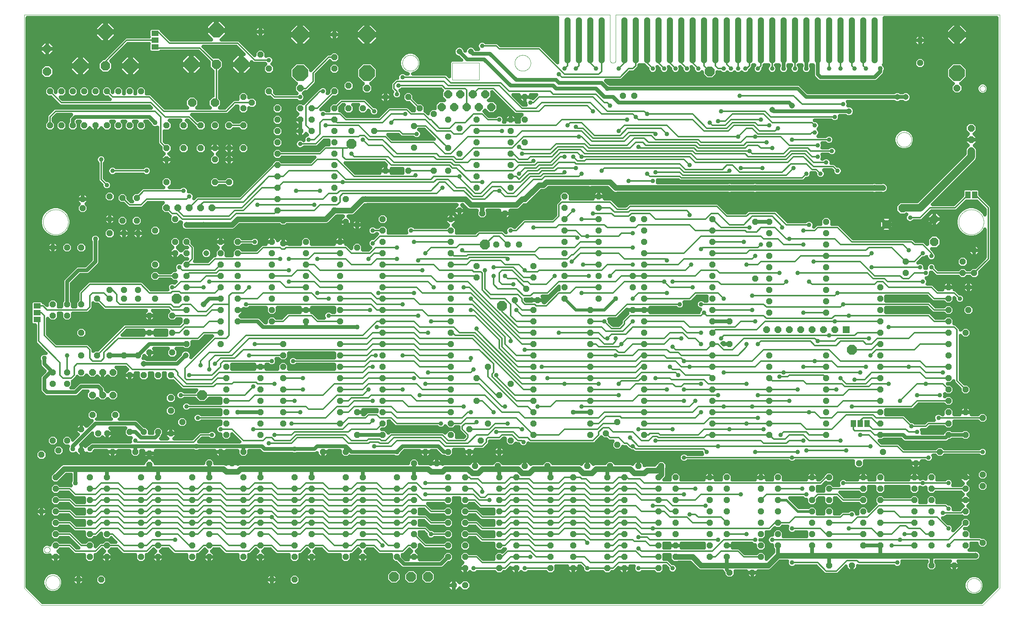
<source format=gtl>
G04 EAGLE Gerber RS-274X export*
G75*
%MOMM*%
%FSLAX34Y34*%
%LPD*%
%INTop Copper*%
%IPPOS*%
%AMOC8*
5,1,8,0,0,1.08239X$1,22.5*%
G01*
%ADD10C,0.000000*%
%ADD11P,2.061953X8X112.500000*%
%ADD12P,1.429621X8X112.500000*%
%ADD13P,1.429621X8X292.500000*%
%ADD14P,1.429621X8X202.500000*%
%ADD15P,2.061953X8X247.500000*%
%ADD16P,1.429621X8X22.500000*%
%ADD17P,1.649562X8X202.500000*%
%ADD18P,1.938236X8X202.500000*%
%ADD19P,1.649562X8X112.500000*%
%ADD20P,1.632244X8X292.500000*%
%ADD21R,1.508000X1.508000*%
%ADD22P,2.336880X8X202.500000*%
%ADD23P,2.336880X8X22.500000*%
%ADD24C,1.143000*%
%ADD25P,3.805683X8X202.500000*%
%ADD26P,1.632244X8X22.500000*%
%ADD27P,2.268148X8X22.500000*%
%ADD28P,3.491574X8X22.500000*%
%ADD29P,2.061953X8X22.500000*%
%ADD30R,1.168400X1.600200*%
%ADD31P,1.539592X8X22.500000*%
%ADD32R,1.600200X1.168400*%
%ADD33P,1.539592X8X292.500000*%
%ADD34P,1.539592X8X112.500000*%
%ADD35C,1.308000*%
%ADD36C,1.108000*%
%ADD37C,0.812800*%
%ADD38C,0.304800*%
%ADD39C,1.270000*%
%ADD40C,1.016000*%
%ADD41C,0.609600*%
%ADD42C,0.711200*%
%ADD43C,1.008000*%
%ADD44C,1.676400*%

G36*
X2137275Y2545D02*
X2137275Y2545D01*
X2137335Y2543D01*
X2137559Y2565D01*
X2137783Y2581D01*
X2137842Y2593D01*
X2137902Y2599D01*
X2138120Y2653D01*
X2138340Y2700D01*
X2138397Y2720D01*
X2138455Y2735D01*
X2138664Y2818D01*
X2138875Y2896D01*
X2138929Y2924D01*
X2138985Y2946D01*
X2139179Y3058D01*
X2139378Y3164D01*
X2139426Y3200D01*
X2139479Y3230D01*
X2139570Y3305D01*
X2139838Y3501D01*
X2139999Y3658D01*
X2140088Y3731D01*
X2174319Y37962D01*
X2174359Y38008D01*
X2174403Y38049D01*
X2174545Y38223D01*
X2174693Y38392D01*
X2174726Y38443D01*
X2174764Y38490D01*
X2174881Y38682D01*
X2175003Y38871D01*
X2175028Y38925D01*
X2175059Y38977D01*
X2175148Y39183D01*
X2175243Y39387D01*
X2175260Y39445D01*
X2175284Y39501D01*
X2175342Y39717D01*
X2175408Y39933D01*
X2175417Y39993D01*
X2175433Y40051D01*
X2175444Y40168D01*
X2175495Y40496D01*
X2175498Y40721D01*
X2175509Y40835D01*
X2175509Y1314196D01*
X2175493Y1314425D01*
X2175483Y1314656D01*
X2175473Y1314710D01*
X2175469Y1314764D01*
X2175421Y1314990D01*
X2175379Y1315216D01*
X2175362Y1315268D01*
X2175350Y1315322D01*
X2175271Y1315538D01*
X2175198Y1315756D01*
X2175173Y1315805D01*
X2175154Y1315857D01*
X2175046Y1316060D01*
X2174943Y1316265D01*
X2174912Y1316311D01*
X2174886Y1316359D01*
X2174750Y1316545D01*
X2174619Y1316734D01*
X2174582Y1316775D01*
X2174549Y1316819D01*
X2174389Y1316984D01*
X2174233Y1317153D01*
X2174190Y1317188D01*
X2174152Y1317227D01*
X2173970Y1317368D01*
X2173792Y1317514D01*
X2173744Y1317542D01*
X2173701Y1317576D01*
X2173501Y1317690D01*
X2173304Y1317809D01*
X2173254Y1317831D01*
X2173206Y1317858D01*
X2172992Y1317943D01*
X2172781Y1318034D01*
X2172728Y1318048D01*
X2172677Y1318068D01*
X2172452Y1318123D01*
X2172231Y1318183D01*
X2172187Y1318187D01*
X2172123Y1318203D01*
X2171556Y1318258D01*
X2171490Y1318255D01*
X2171446Y1318259D01*
X1920811Y1318259D01*
X1920582Y1318243D01*
X1920352Y1318233D01*
X1920298Y1318223D01*
X1920243Y1318219D01*
X1920018Y1318171D01*
X1919792Y1318129D01*
X1919740Y1318112D01*
X1919686Y1318100D01*
X1919470Y1318021D01*
X1919252Y1317948D01*
X1919202Y1317923D01*
X1919151Y1317904D01*
X1918948Y1317796D01*
X1918742Y1317693D01*
X1918697Y1317662D01*
X1918648Y1317636D01*
X1918463Y1317500D01*
X1918273Y1317369D01*
X1918233Y1317332D01*
X1918189Y1317299D01*
X1918024Y1317139D01*
X1917854Y1316983D01*
X1917820Y1316940D01*
X1917780Y1316902D01*
X1917640Y1316720D01*
X1917494Y1316542D01*
X1917465Y1316494D01*
X1917432Y1316451D01*
X1917318Y1316251D01*
X1917198Y1316054D01*
X1917177Y1316004D01*
X1917149Y1315956D01*
X1917064Y1315742D01*
X1916974Y1315531D01*
X1916959Y1315478D01*
X1916939Y1315427D01*
X1916885Y1315202D01*
X1916825Y1314981D01*
X1916820Y1314937D01*
X1916805Y1314873D01*
X1916750Y1314306D01*
X1916753Y1314240D01*
X1916748Y1314196D01*
X1916748Y1212587D01*
X1916059Y1211897D01*
X1915907Y1211723D01*
X1915752Y1211554D01*
X1915721Y1211509D01*
X1915685Y1211467D01*
X1915560Y1211274D01*
X1915429Y1211084D01*
X1915405Y1211035D01*
X1915375Y1210989D01*
X1915278Y1210780D01*
X1915176Y1210574D01*
X1915158Y1210522D01*
X1915135Y1210472D01*
X1915068Y1210251D01*
X1914996Y1210033D01*
X1914986Y1209979D01*
X1914970Y1209927D01*
X1914935Y1209699D01*
X1914893Y1209473D01*
X1914891Y1209418D01*
X1914883Y1209364D01*
X1914880Y1209134D01*
X1914870Y1208903D01*
X1914876Y1208849D01*
X1914875Y1208794D01*
X1914904Y1208566D01*
X1914927Y1208336D01*
X1914940Y1208283D01*
X1914947Y1208229D01*
X1915008Y1208007D01*
X1915063Y1207783D01*
X1915083Y1207732D01*
X1915098Y1207679D01*
X1915189Y1207468D01*
X1915274Y1207254D01*
X1915302Y1207206D01*
X1915323Y1207156D01*
X1915443Y1206960D01*
X1915558Y1206760D01*
X1915586Y1206725D01*
X1915620Y1206670D01*
X1915982Y1206229D01*
X1916030Y1206185D01*
X1916059Y1206151D01*
X1917770Y1204440D01*
X1918923Y1201656D01*
X1918923Y1198644D01*
X1917756Y1195827D01*
X1917719Y1195715D01*
X1917672Y1195607D01*
X1917628Y1195445D01*
X1917575Y1195287D01*
X1917554Y1195171D01*
X1917523Y1195057D01*
X1917512Y1194943D01*
X1917472Y1194726D01*
X1917458Y1194388D01*
X1917447Y1194272D01*
X1917447Y1192587D01*
X1916519Y1190346D01*
X1902104Y1175931D01*
X1899863Y1175003D01*
X1776787Y1175003D01*
X1774546Y1175931D01*
X1766481Y1183996D01*
X1765553Y1186237D01*
X1765553Y1208151D01*
X1765537Y1208380D01*
X1765527Y1208611D01*
X1765517Y1208665D01*
X1765513Y1208719D01*
X1765465Y1208945D01*
X1765423Y1209171D01*
X1765406Y1209223D01*
X1765394Y1209277D01*
X1765315Y1209493D01*
X1765242Y1209711D01*
X1765217Y1209760D01*
X1765198Y1209812D01*
X1765090Y1210015D01*
X1764987Y1210220D01*
X1764956Y1210266D01*
X1764930Y1210314D01*
X1764794Y1210500D01*
X1764663Y1210689D01*
X1764626Y1210730D01*
X1764593Y1210774D01*
X1764433Y1210939D01*
X1764277Y1211108D01*
X1764234Y1211143D01*
X1764196Y1211182D01*
X1764014Y1211323D01*
X1763836Y1211469D01*
X1763788Y1211497D01*
X1763745Y1211531D01*
X1763545Y1211645D01*
X1763348Y1211764D01*
X1763298Y1211786D01*
X1763250Y1211813D01*
X1763036Y1211898D01*
X1762825Y1211989D01*
X1762772Y1212003D01*
X1762721Y1212023D01*
X1762496Y1212078D01*
X1762275Y1212138D01*
X1762231Y1212142D01*
X1762167Y1212158D01*
X1761600Y1212213D01*
X1761534Y1212210D01*
X1761490Y1212214D01*
X1756410Y1212214D01*
X1756181Y1212198D01*
X1755950Y1212188D01*
X1755896Y1212178D01*
X1755842Y1212174D01*
X1755616Y1212126D01*
X1755390Y1212084D01*
X1755338Y1212067D01*
X1755284Y1212055D01*
X1755068Y1211976D01*
X1754850Y1211903D01*
X1754801Y1211878D01*
X1754749Y1211859D01*
X1754546Y1211751D01*
X1754341Y1211648D01*
X1754295Y1211617D01*
X1754247Y1211591D01*
X1754061Y1211455D01*
X1753872Y1211324D01*
X1753831Y1211287D01*
X1753787Y1211254D01*
X1753622Y1211094D01*
X1753453Y1210938D01*
X1753418Y1210895D01*
X1753379Y1210857D01*
X1753238Y1210675D01*
X1753092Y1210497D01*
X1753064Y1210449D01*
X1753030Y1210406D01*
X1752916Y1210206D01*
X1752797Y1210009D01*
X1752775Y1209959D01*
X1752748Y1209911D01*
X1752663Y1209697D01*
X1752572Y1209486D01*
X1752558Y1209433D01*
X1752538Y1209382D01*
X1752483Y1209157D01*
X1752423Y1208936D01*
X1752419Y1208892D01*
X1752403Y1208828D01*
X1752348Y1208261D01*
X1752351Y1208195D01*
X1752347Y1208151D01*
X1752347Y1206028D01*
X1752355Y1205910D01*
X1752354Y1205792D01*
X1752375Y1205627D01*
X1752387Y1205460D01*
X1752411Y1205344D01*
X1752426Y1205227D01*
X1752460Y1205118D01*
X1752506Y1204902D01*
X1752622Y1204584D01*
X1752656Y1204473D01*
X1752975Y1203703D01*
X1753823Y1201656D01*
X1753823Y1198644D01*
X1752670Y1195860D01*
X1750540Y1193730D01*
X1747756Y1192577D01*
X1744744Y1192577D01*
X1741960Y1193730D01*
X1739830Y1195860D01*
X1738677Y1198644D01*
X1738677Y1201656D01*
X1739844Y1204473D01*
X1739881Y1204585D01*
X1739928Y1204693D01*
X1739972Y1204855D01*
X1740025Y1205013D01*
X1740046Y1205129D01*
X1740077Y1205243D01*
X1740088Y1205357D01*
X1740128Y1205574D01*
X1740142Y1205912D01*
X1740153Y1206028D01*
X1740153Y1208151D01*
X1740137Y1208380D01*
X1740127Y1208611D01*
X1740117Y1208665D01*
X1740113Y1208719D01*
X1740065Y1208945D01*
X1740023Y1209171D01*
X1740006Y1209223D01*
X1739994Y1209277D01*
X1739915Y1209493D01*
X1739842Y1209711D01*
X1739817Y1209760D01*
X1739798Y1209812D01*
X1739690Y1210015D01*
X1739587Y1210220D01*
X1739556Y1210266D01*
X1739530Y1210314D01*
X1739394Y1210500D01*
X1739263Y1210689D01*
X1739226Y1210730D01*
X1739193Y1210774D01*
X1739033Y1210939D01*
X1738877Y1211108D01*
X1738834Y1211143D01*
X1738796Y1211182D01*
X1738614Y1211323D01*
X1738436Y1211469D01*
X1738388Y1211497D01*
X1738345Y1211531D01*
X1738145Y1211645D01*
X1737948Y1211764D01*
X1737898Y1211786D01*
X1737850Y1211813D01*
X1737636Y1211898D01*
X1737425Y1211989D01*
X1737372Y1212003D01*
X1737321Y1212023D01*
X1737096Y1212078D01*
X1736875Y1212138D01*
X1736831Y1212142D01*
X1736767Y1212158D01*
X1736200Y1212213D01*
X1736134Y1212210D01*
X1736090Y1212214D01*
X1728598Y1212214D01*
X1728483Y1212206D01*
X1728367Y1212208D01*
X1728199Y1212186D01*
X1728029Y1212174D01*
X1727916Y1212150D01*
X1727802Y1212136D01*
X1727638Y1212091D01*
X1727472Y1212055D01*
X1727364Y1212016D01*
X1727253Y1211985D01*
X1727097Y1211918D01*
X1726937Y1211859D01*
X1726835Y1211805D01*
X1726730Y1211759D01*
X1726585Y1211671D01*
X1726435Y1211591D01*
X1726342Y1211523D01*
X1726243Y1211463D01*
X1726112Y1211355D01*
X1725975Y1211254D01*
X1725892Y1211174D01*
X1725803Y1211101D01*
X1725688Y1210975D01*
X1725566Y1210857D01*
X1725496Y1210766D01*
X1725418Y1210681D01*
X1725322Y1210541D01*
X1725218Y1210406D01*
X1725161Y1210306D01*
X1725095Y1210211D01*
X1725020Y1210059D01*
X1724935Y1209911D01*
X1724893Y1209804D01*
X1724842Y1209701D01*
X1724788Y1209540D01*
X1724725Y1209382D01*
X1724698Y1209269D01*
X1724662Y1209160D01*
X1724631Y1208993D01*
X1724591Y1208828D01*
X1724580Y1208713D01*
X1724559Y1208600D01*
X1724552Y1208430D01*
X1724536Y1208261D01*
X1724541Y1208146D01*
X1724536Y1208030D01*
X1724553Y1207861D01*
X1724560Y1207691D01*
X1724582Y1207578D01*
X1724593Y1207463D01*
X1724633Y1207298D01*
X1724664Y1207131D01*
X1724701Y1207022D01*
X1724729Y1206910D01*
X1724792Y1206752D01*
X1724846Y1206591D01*
X1724897Y1206488D01*
X1724940Y1206381D01*
X1725025Y1206234D01*
X1725101Y1206082D01*
X1725166Y1205987D01*
X1725224Y1205887D01*
X1725297Y1205798D01*
X1725425Y1205613D01*
X1725650Y1205369D01*
X1725725Y1205278D01*
X1726846Y1204156D01*
X1727923Y1201557D01*
X1727923Y1198743D01*
X1726846Y1196144D01*
X1724856Y1194154D01*
X1722257Y1193077D01*
X1719443Y1193077D01*
X1716844Y1194154D01*
X1714854Y1196144D01*
X1713777Y1198743D01*
X1713777Y1201557D01*
X1714854Y1204156D01*
X1715975Y1205278D01*
X1716051Y1205365D01*
X1716134Y1205445D01*
X1716238Y1205580D01*
X1716349Y1205708D01*
X1716412Y1205805D01*
X1716482Y1205896D01*
X1716567Y1206044D01*
X1716659Y1206186D01*
X1716707Y1206291D01*
X1716765Y1206391D01*
X1716827Y1206549D01*
X1716899Y1206703D01*
X1716932Y1206813D01*
X1716975Y1206920D01*
X1717015Y1207086D01*
X1717064Y1207248D01*
X1717082Y1207362D01*
X1717109Y1207474D01*
X1717125Y1207644D01*
X1717151Y1207811D01*
X1717153Y1207926D01*
X1717164Y1208041D01*
X1717157Y1208211D01*
X1717159Y1208381D01*
X1717145Y1208495D01*
X1717140Y1208611D01*
X1717109Y1208778D01*
X1717087Y1208946D01*
X1717057Y1209058D01*
X1717036Y1209171D01*
X1716981Y1209332D01*
X1716937Y1209496D01*
X1716891Y1209602D01*
X1716854Y1209711D01*
X1716778Y1209863D01*
X1716711Y1210019D01*
X1716651Y1210117D01*
X1716599Y1210220D01*
X1716502Y1210361D01*
X1716414Y1210505D01*
X1716341Y1210594D01*
X1716275Y1210689D01*
X1716160Y1210814D01*
X1716052Y1210946D01*
X1715967Y1211023D01*
X1715889Y1211108D01*
X1715757Y1211216D01*
X1715632Y1211331D01*
X1715537Y1211396D01*
X1715448Y1211469D01*
X1715303Y1211557D01*
X1715162Y1211653D01*
X1715059Y1211705D01*
X1714961Y1211764D01*
X1714805Y1211831D01*
X1714652Y1211907D01*
X1714543Y1211943D01*
X1714437Y1211989D01*
X1714273Y1212033D01*
X1714112Y1212087D01*
X1713998Y1212108D01*
X1713887Y1212138D01*
X1713772Y1212149D01*
X1713551Y1212189D01*
X1713220Y1212203D01*
X1713102Y1212214D01*
X1705610Y1212214D01*
X1705381Y1212198D01*
X1705150Y1212188D01*
X1705096Y1212178D01*
X1705042Y1212174D01*
X1704816Y1212126D01*
X1704590Y1212084D01*
X1704538Y1212067D01*
X1704484Y1212055D01*
X1704268Y1211976D01*
X1704050Y1211903D01*
X1704001Y1211878D01*
X1703949Y1211859D01*
X1703746Y1211751D01*
X1703541Y1211648D01*
X1703495Y1211617D01*
X1703447Y1211591D01*
X1703261Y1211455D01*
X1703072Y1211324D01*
X1703031Y1211287D01*
X1702987Y1211254D01*
X1702822Y1211094D01*
X1702653Y1210938D01*
X1702618Y1210895D01*
X1702579Y1210857D01*
X1702438Y1210675D01*
X1702292Y1210497D01*
X1702264Y1210449D01*
X1702230Y1210406D01*
X1702116Y1210206D01*
X1701997Y1210009D01*
X1701975Y1209959D01*
X1701948Y1209911D01*
X1701863Y1209697D01*
X1701772Y1209486D01*
X1701758Y1209433D01*
X1701738Y1209382D01*
X1701683Y1209157D01*
X1701623Y1208936D01*
X1701619Y1208892D01*
X1701603Y1208828D01*
X1701548Y1208261D01*
X1701551Y1208195D01*
X1701547Y1208151D01*
X1701547Y1206028D01*
X1701555Y1205910D01*
X1701554Y1205792D01*
X1701575Y1205627D01*
X1701587Y1205460D01*
X1701611Y1205344D01*
X1701626Y1205227D01*
X1701660Y1205118D01*
X1701706Y1204902D01*
X1701822Y1204584D01*
X1701856Y1204473D01*
X1702175Y1203703D01*
X1703023Y1201656D01*
X1703023Y1198644D01*
X1701870Y1195860D01*
X1699740Y1193730D01*
X1696956Y1192577D01*
X1693944Y1192577D01*
X1691160Y1193730D01*
X1689030Y1195860D01*
X1687877Y1198644D01*
X1687877Y1201656D01*
X1689044Y1204473D01*
X1689081Y1204585D01*
X1689128Y1204693D01*
X1689172Y1204855D01*
X1689225Y1205013D01*
X1689246Y1205129D01*
X1689277Y1205243D01*
X1689288Y1205357D01*
X1689328Y1205574D01*
X1689342Y1205912D01*
X1689353Y1206028D01*
X1689353Y1208151D01*
X1689337Y1208380D01*
X1689327Y1208611D01*
X1689317Y1208665D01*
X1689313Y1208719D01*
X1689265Y1208945D01*
X1689223Y1209171D01*
X1689206Y1209223D01*
X1689194Y1209277D01*
X1689115Y1209493D01*
X1689042Y1209711D01*
X1689017Y1209760D01*
X1688998Y1209812D01*
X1688890Y1210015D01*
X1688787Y1210220D01*
X1688756Y1210266D01*
X1688730Y1210314D01*
X1688594Y1210500D01*
X1688463Y1210689D01*
X1688426Y1210730D01*
X1688393Y1210774D01*
X1688233Y1210939D01*
X1688077Y1211108D01*
X1688034Y1211143D01*
X1687996Y1211182D01*
X1687814Y1211323D01*
X1687636Y1211469D01*
X1687588Y1211497D01*
X1687545Y1211531D01*
X1687345Y1211645D01*
X1687148Y1211764D01*
X1687098Y1211786D01*
X1687050Y1211813D01*
X1686836Y1211898D01*
X1686625Y1211989D01*
X1686572Y1212003D01*
X1686521Y1212023D01*
X1686296Y1212078D01*
X1686075Y1212138D01*
X1686031Y1212142D01*
X1685967Y1212158D01*
X1685400Y1212213D01*
X1685334Y1212210D01*
X1685290Y1212214D01*
X1677798Y1212214D01*
X1677683Y1212206D01*
X1677567Y1212208D01*
X1677399Y1212186D01*
X1677229Y1212174D01*
X1677116Y1212150D01*
X1677002Y1212136D01*
X1676838Y1212091D01*
X1676672Y1212055D01*
X1676564Y1212016D01*
X1676453Y1211985D01*
X1676297Y1211918D01*
X1676137Y1211859D01*
X1676035Y1211805D01*
X1675930Y1211759D01*
X1675785Y1211671D01*
X1675635Y1211591D01*
X1675542Y1211523D01*
X1675443Y1211463D01*
X1675312Y1211355D01*
X1675175Y1211254D01*
X1675092Y1211174D01*
X1675003Y1211101D01*
X1674888Y1210975D01*
X1674766Y1210857D01*
X1674696Y1210766D01*
X1674618Y1210681D01*
X1674522Y1210541D01*
X1674418Y1210406D01*
X1674361Y1210306D01*
X1674295Y1210211D01*
X1674220Y1210059D01*
X1674135Y1209911D01*
X1674093Y1209804D01*
X1674042Y1209701D01*
X1673988Y1209540D01*
X1673925Y1209382D01*
X1673898Y1209269D01*
X1673862Y1209160D01*
X1673831Y1208993D01*
X1673791Y1208828D01*
X1673780Y1208713D01*
X1673759Y1208600D01*
X1673752Y1208430D01*
X1673736Y1208261D01*
X1673741Y1208146D01*
X1673736Y1208030D01*
X1673753Y1207861D01*
X1673760Y1207691D01*
X1673782Y1207578D01*
X1673793Y1207463D01*
X1673833Y1207298D01*
X1673864Y1207131D01*
X1673901Y1207022D01*
X1673929Y1206910D01*
X1673992Y1206752D01*
X1674046Y1206591D01*
X1674097Y1206488D01*
X1674140Y1206381D01*
X1674225Y1206234D01*
X1674301Y1206082D01*
X1674366Y1205987D01*
X1674424Y1205887D01*
X1674497Y1205798D01*
X1674625Y1205613D01*
X1674850Y1205369D01*
X1674925Y1205278D01*
X1676046Y1204156D01*
X1677123Y1201557D01*
X1677123Y1198743D01*
X1676046Y1196144D01*
X1674056Y1194154D01*
X1671457Y1193077D01*
X1668643Y1193077D01*
X1666044Y1194154D01*
X1664054Y1196144D01*
X1662977Y1198743D01*
X1662977Y1201557D01*
X1664054Y1204156D01*
X1665175Y1205278D01*
X1665251Y1205365D01*
X1665334Y1205445D01*
X1665438Y1205580D01*
X1665549Y1205708D01*
X1665612Y1205805D01*
X1665682Y1205896D01*
X1665767Y1206044D01*
X1665859Y1206186D01*
X1665907Y1206291D01*
X1665965Y1206391D01*
X1666027Y1206549D01*
X1666099Y1206703D01*
X1666132Y1206813D01*
X1666175Y1206920D01*
X1666215Y1207086D01*
X1666264Y1207248D01*
X1666282Y1207362D01*
X1666309Y1207474D01*
X1666325Y1207644D01*
X1666351Y1207811D01*
X1666353Y1207926D01*
X1666364Y1208041D01*
X1666357Y1208211D01*
X1666359Y1208381D01*
X1666345Y1208495D01*
X1666340Y1208611D01*
X1666309Y1208778D01*
X1666287Y1208946D01*
X1666257Y1209058D01*
X1666236Y1209171D01*
X1666181Y1209332D01*
X1666137Y1209496D01*
X1666091Y1209602D01*
X1666054Y1209711D01*
X1665978Y1209863D01*
X1665911Y1210019D01*
X1665851Y1210117D01*
X1665799Y1210220D01*
X1665702Y1210361D01*
X1665614Y1210505D01*
X1665541Y1210594D01*
X1665475Y1210689D01*
X1665360Y1210814D01*
X1665252Y1210946D01*
X1665167Y1211023D01*
X1665089Y1211108D01*
X1664957Y1211216D01*
X1664832Y1211331D01*
X1664737Y1211396D01*
X1664648Y1211469D01*
X1664503Y1211557D01*
X1664362Y1211653D01*
X1664259Y1211705D01*
X1664161Y1211764D01*
X1664005Y1211831D01*
X1663852Y1211907D01*
X1663743Y1211943D01*
X1663637Y1211989D01*
X1663473Y1212033D01*
X1663312Y1212087D01*
X1663198Y1212108D01*
X1663087Y1212138D01*
X1662972Y1212149D01*
X1662751Y1212189D01*
X1662420Y1212203D01*
X1662302Y1212214D01*
X1652270Y1212214D01*
X1652041Y1212198D01*
X1651810Y1212188D01*
X1651756Y1212178D01*
X1651702Y1212174D01*
X1651476Y1212126D01*
X1651250Y1212084D01*
X1651198Y1212067D01*
X1651144Y1212055D01*
X1650928Y1211976D01*
X1650710Y1211903D01*
X1650661Y1211878D01*
X1650609Y1211859D01*
X1650406Y1211751D01*
X1650201Y1211648D01*
X1650155Y1211617D01*
X1650107Y1211591D01*
X1649921Y1211455D01*
X1649732Y1211324D01*
X1649691Y1211287D01*
X1649647Y1211254D01*
X1649482Y1211094D01*
X1649313Y1210938D01*
X1649278Y1210895D01*
X1649239Y1210857D01*
X1649098Y1210675D01*
X1648952Y1210497D01*
X1648924Y1210449D01*
X1648890Y1210406D01*
X1648776Y1210206D01*
X1648657Y1210009D01*
X1648635Y1209959D01*
X1648608Y1209911D01*
X1648523Y1209697D01*
X1648432Y1209486D01*
X1648418Y1209433D01*
X1648398Y1209382D01*
X1648343Y1209157D01*
X1648283Y1208936D01*
X1648279Y1208892D01*
X1648263Y1208828D01*
X1648208Y1208261D01*
X1648211Y1208195D01*
X1648207Y1208151D01*
X1648207Y1205793D01*
X1647665Y1204485D01*
X1646563Y1203383D01*
X1646523Y1203337D01*
X1646479Y1203296D01*
X1646337Y1203122D01*
X1646189Y1202953D01*
X1646156Y1202902D01*
X1646118Y1202855D01*
X1646001Y1202663D01*
X1645879Y1202474D01*
X1645854Y1202420D01*
X1645823Y1202368D01*
X1645734Y1202162D01*
X1645639Y1201958D01*
X1645622Y1201900D01*
X1645598Y1201844D01*
X1645540Y1201628D01*
X1645474Y1201412D01*
X1645465Y1201353D01*
X1645449Y1201294D01*
X1645438Y1201177D01*
X1645387Y1200849D01*
X1645384Y1200624D01*
X1645373Y1200510D01*
X1645373Y1198743D01*
X1644296Y1196144D01*
X1642306Y1194154D01*
X1639707Y1193077D01*
X1636893Y1193077D01*
X1634294Y1194154D01*
X1632304Y1196144D01*
X1631227Y1198743D01*
X1631227Y1201557D01*
X1632304Y1204156D01*
X1633425Y1205278D01*
X1633501Y1205365D01*
X1633584Y1205445D01*
X1633688Y1205580D01*
X1633799Y1205708D01*
X1633862Y1205805D01*
X1633932Y1205896D01*
X1634017Y1206044D01*
X1634109Y1206186D01*
X1634157Y1206291D01*
X1634215Y1206391D01*
X1634277Y1206549D01*
X1634349Y1206703D01*
X1634382Y1206813D01*
X1634425Y1206920D01*
X1634465Y1207086D01*
X1634514Y1207248D01*
X1634532Y1207362D01*
X1634559Y1207474D01*
X1634575Y1207644D01*
X1634601Y1207811D01*
X1634603Y1207926D01*
X1634614Y1208041D01*
X1634607Y1208211D01*
X1634609Y1208381D01*
X1634595Y1208495D01*
X1634590Y1208611D01*
X1634559Y1208778D01*
X1634537Y1208946D01*
X1634507Y1209058D01*
X1634486Y1209171D01*
X1634431Y1209332D01*
X1634387Y1209496D01*
X1634341Y1209602D01*
X1634304Y1209711D01*
X1634228Y1209863D01*
X1634161Y1210019D01*
X1634101Y1210117D01*
X1634049Y1210220D01*
X1633952Y1210361D01*
X1633864Y1210505D01*
X1633791Y1210594D01*
X1633725Y1210689D01*
X1633610Y1210814D01*
X1633502Y1210946D01*
X1633417Y1211023D01*
X1633339Y1211108D01*
X1633207Y1211216D01*
X1633082Y1211331D01*
X1632987Y1211396D01*
X1632898Y1211469D01*
X1632753Y1211557D01*
X1632612Y1211653D01*
X1632509Y1211705D01*
X1632411Y1211764D01*
X1632255Y1211831D01*
X1632102Y1211907D01*
X1631993Y1211943D01*
X1631887Y1211989D01*
X1631723Y1212033D01*
X1631562Y1212087D01*
X1631448Y1212108D01*
X1631337Y1212138D01*
X1631222Y1212149D01*
X1631001Y1212189D01*
X1630670Y1212203D01*
X1630552Y1212214D01*
X1626870Y1212214D01*
X1626641Y1212198D01*
X1626410Y1212188D01*
X1626356Y1212178D01*
X1626302Y1212174D01*
X1626076Y1212126D01*
X1625850Y1212084D01*
X1625798Y1212067D01*
X1625744Y1212055D01*
X1625528Y1211976D01*
X1625310Y1211903D01*
X1625261Y1211878D01*
X1625209Y1211859D01*
X1625006Y1211751D01*
X1624801Y1211648D01*
X1624755Y1211617D01*
X1624707Y1211591D01*
X1624521Y1211455D01*
X1624332Y1211324D01*
X1624291Y1211287D01*
X1624247Y1211254D01*
X1624082Y1211094D01*
X1623913Y1210938D01*
X1623878Y1210895D01*
X1623839Y1210857D01*
X1623698Y1210675D01*
X1623552Y1210497D01*
X1623524Y1210449D01*
X1623490Y1210406D01*
X1623376Y1210206D01*
X1623257Y1210009D01*
X1623235Y1209959D01*
X1623208Y1209911D01*
X1623123Y1209697D01*
X1623032Y1209486D01*
X1623018Y1209433D01*
X1622998Y1209382D01*
X1622943Y1209157D01*
X1622883Y1208936D01*
X1622879Y1208892D01*
X1622863Y1208828D01*
X1622808Y1208261D01*
X1622811Y1208195D01*
X1622807Y1208151D01*
X1622807Y1205793D01*
X1622265Y1204485D01*
X1620693Y1202913D01*
X1617563Y1199783D01*
X1617486Y1199694D01*
X1617402Y1199612D01*
X1617299Y1199480D01*
X1617190Y1199353D01*
X1617126Y1199254D01*
X1617054Y1199161D01*
X1617000Y1199060D01*
X1616880Y1198875D01*
X1616737Y1198568D01*
X1616683Y1198465D01*
X1615721Y1196144D01*
X1613731Y1194154D01*
X1611132Y1193077D01*
X1608318Y1193077D01*
X1605719Y1194154D01*
X1604661Y1195212D01*
X1604487Y1195363D01*
X1604317Y1195519D01*
X1604272Y1195550D01*
X1604231Y1195586D01*
X1604038Y1195711D01*
X1603848Y1195841D01*
X1603798Y1195866D01*
X1603752Y1195895D01*
X1603544Y1195992D01*
X1603337Y1196095D01*
X1603285Y1196112D01*
X1603236Y1196135D01*
X1603015Y1196202D01*
X1602797Y1196275D01*
X1602743Y1196285D01*
X1602690Y1196301D01*
X1602463Y1196336D01*
X1602236Y1196377D01*
X1602181Y1196379D01*
X1602127Y1196388D01*
X1601898Y1196391D01*
X1601667Y1196400D01*
X1601612Y1196395D01*
X1601557Y1196396D01*
X1601329Y1196366D01*
X1601100Y1196343D01*
X1601047Y1196330D01*
X1600992Y1196323D01*
X1600770Y1196263D01*
X1600547Y1196208D01*
X1600496Y1196188D01*
X1600443Y1196173D01*
X1600231Y1196082D01*
X1600018Y1195996D01*
X1599970Y1195969D01*
X1599919Y1195947D01*
X1599723Y1195827D01*
X1599523Y1195713D01*
X1599489Y1195685D01*
X1599433Y1195650D01*
X1598993Y1195289D01*
X1598949Y1195240D01*
X1598914Y1195212D01*
X1597856Y1194154D01*
X1595257Y1193077D01*
X1592443Y1193077D01*
X1589844Y1194154D01*
X1588786Y1195212D01*
X1588612Y1195363D01*
X1588442Y1195519D01*
X1588397Y1195550D01*
X1588355Y1195586D01*
X1588162Y1195711D01*
X1587973Y1195841D01*
X1587923Y1195866D01*
X1587877Y1195895D01*
X1587668Y1195992D01*
X1587462Y1196095D01*
X1587410Y1196112D01*
X1587360Y1196135D01*
X1587140Y1196202D01*
X1586922Y1196275D01*
X1586868Y1196285D01*
X1586815Y1196301D01*
X1586588Y1196336D01*
X1586361Y1196377D01*
X1586306Y1196379D01*
X1586252Y1196388D01*
X1586022Y1196391D01*
X1585792Y1196400D01*
X1585737Y1196395D01*
X1585682Y1196396D01*
X1585454Y1196366D01*
X1585225Y1196343D01*
X1585172Y1196330D01*
X1585117Y1196323D01*
X1584894Y1196262D01*
X1584672Y1196208D01*
X1584621Y1196188D01*
X1584568Y1196173D01*
X1584356Y1196082D01*
X1584142Y1195996D01*
X1584095Y1195969D01*
X1584044Y1195947D01*
X1583847Y1195827D01*
X1583648Y1195713D01*
X1583614Y1195685D01*
X1583558Y1195650D01*
X1583118Y1195288D01*
X1583074Y1195240D01*
X1583039Y1195212D01*
X1581981Y1194154D01*
X1579382Y1193077D01*
X1576568Y1193077D01*
X1573969Y1194154D01*
X1572911Y1195212D01*
X1572737Y1195363D01*
X1572567Y1195519D01*
X1572522Y1195550D01*
X1572481Y1195586D01*
X1572288Y1195711D01*
X1572098Y1195841D01*
X1572048Y1195866D01*
X1572002Y1195895D01*
X1571794Y1195992D01*
X1571587Y1196095D01*
X1571535Y1196112D01*
X1571486Y1196135D01*
X1571265Y1196202D01*
X1571047Y1196275D01*
X1570993Y1196285D01*
X1570940Y1196301D01*
X1570713Y1196336D01*
X1570486Y1196377D01*
X1570431Y1196379D01*
X1570377Y1196388D01*
X1570148Y1196391D01*
X1569917Y1196400D01*
X1569862Y1196395D01*
X1569807Y1196396D01*
X1569579Y1196366D01*
X1569350Y1196343D01*
X1569297Y1196330D01*
X1569242Y1196323D01*
X1569020Y1196263D01*
X1568797Y1196208D01*
X1568746Y1196188D01*
X1568693Y1196173D01*
X1568481Y1196082D01*
X1568268Y1195996D01*
X1568220Y1195969D01*
X1568169Y1195947D01*
X1567973Y1195827D01*
X1567773Y1195713D01*
X1567739Y1195685D01*
X1567683Y1195650D01*
X1567243Y1195289D01*
X1567199Y1195240D01*
X1567164Y1195212D01*
X1566106Y1194154D01*
X1563507Y1193077D01*
X1560693Y1193077D01*
X1558094Y1194154D01*
X1556844Y1195403D01*
X1556799Y1195443D01*
X1556758Y1195487D01*
X1556584Y1195629D01*
X1556414Y1195777D01*
X1556364Y1195810D01*
X1556317Y1195848D01*
X1556125Y1195965D01*
X1555936Y1196087D01*
X1555881Y1196112D01*
X1555830Y1196143D01*
X1555623Y1196232D01*
X1555419Y1196327D01*
X1555361Y1196344D01*
X1555306Y1196368D01*
X1555089Y1196426D01*
X1554874Y1196492D01*
X1554814Y1196501D01*
X1554756Y1196517D01*
X1554639Y1196528D01*
X1554311Y1196579D01*
X1554086Y1196582D01*
X1553971Y1196593D01*
X1548668Y1196593D01*
X1548632Y1196605D01*
X1548472Y1196669D01*
X1548362Y1196695D01*
X1548256Y1196731D01*
X1548086Y1196762D01*
X1547918Y1196803D01*
X1547806Y1196814D01*
X1547695Y1196834D01*
X1547523Y1196841D01*
X1547351Y1196858D01*
X1547238Y1196853D01*
X1547126Y1196858D01*
X1546954Y1196841D01*
X1546781Y1196834D01*
X1546671Y1196813D01*
X1546559Y1196802D01*
X1546391Y1196761D01*
X1546221Y1196730D01*
X1546115Y1196694D01*
X1546005Y1196667D01*
X1545845Y1196603D01*
X1545681Y1196548D01*
X1545580Y1196498D01*
X1545476Y1196456D01*
X1545326Y1196371D01*
X1545172Y1196293D01*
X1545079Y1196229D01*
X1544981Y1196173D01*
X1544845Y1196068D01*
X1544703Y1195969D01*
X1544620Y1195893D01*
X1544531Y1195824D01*
X1544411Y1195700D01*
X1544284Y1195583D01*
X1544213Y1195496D01*
X1544134Y1195415D01*
X1544033Y1195276D01*
X1543923Y1195142D01*
X1543865Y1195046D01*
X1543799Y1194955D01*
X1543717Y1194803D01*
X1543628Y1194655D01*
X1543583Y1194552D01*
X1543530Y1194452D01*
X1543471Y1194290D01*
X1543403Y1194131D01*
X1543374Y1194023D01*
X1543335Y1193917D01*
X1543299Y1193748D01*
X1543254Y1193581D01*
X1543246Y1193496D01*
X1543217Y1193360D01*
X1543179Y1192809D01*
X1543178Y1192796D01*
X1543178Y1188487D01*
X1535663Y1180972D01*
X1525037Y1180972D01*
X1517522Y1188487D01*
X1517522Y1192910D01*
X1517514Y1193025D01*
X1517516Y1193141D01*
X1517494Y1193309D01*
X1517482Y1193479D01*
X1517458Y1193592D01*
X1517444Y1193706D01*
X1517399Y1193870D01*
X1517363Y1194036D01*
X1517324Y1194144D01*
X1517293Y1194255D01*
X1517226Y1194411D01*
X1517167Y1194571D01*
X1517113Y1194673D01*
X1517067Y1194778D01*
X1516979Y1194924D01*
X1516899Y1195073D01*
X1516831Y1195166D01*
X1516771Y1195265D01*
X1516663Y1195396D01*
X1516562Y1195533D01*
X1516482Y1195616D01*
X1516409Y1195705D01*
X1516283Y1195820D01*
X1516165Y1195942D01*
X1516074Y1196012D01*
X1515989Y1196090D01*
X1515849Y1196186D01*
X1515714Y1196290D01*
X1515614Y1196347D01*
X1515519Y1196413D01*
X1515367Y1196488D01*
X1515219Y1196573D01*
X1515112Y1196615D01*
X1515009Y1196666D01*
X1514848Y1196720D01*
X1514690Y1196783D01*
X1514577Y1196810D01*
X1514468Y1196846D01*
X1514301Y1196877D01*
X1514136Y1196917D01*
X1514021Y1196928D01*
X1513908Y1196949D01*
X1513738Y1196956D01*
X1513569Y1196972D01*
X1513454Y1196967D01*
X1513338Y1196972D01*
X1513169Y1196955D01*
X1512999Y1196948D01*
X1512886Y1196926D01*
X1512771Y1196915D01*
X1512606Y1196875D01*
X1512439Y1196844D01*
X1512330Y1196807D01*
X1512218Y1196779D01*
X1512060Y1196716D01*
X1511899Y1196662D01*
X1511796Y1196611D01*
X1511689Y1196568D01*
X1511542Y1196483D01*
X1511390Y1196407D01*
X1511295Y1196342D01*
X1511195Y1196284D01*
X1511106Y1196211D01*
X1510921Y1196083D01*
X1510677Y1195858D01*
X1510586Y1195783D01*
X1508956Y1194154D01*
X1506357Y1193077D01*
X1503543Y1193077D01*
X1500944Y1194154D01*
X1498954Y1196144D01*
X1497877Y1198743D01*
X1497877Y1200510D01*
X1497873Y1200570D01*
X1497875Y1200630D01*
X1497853Y1200854D01*
X1497837Y1201078D01*
X1497825Y1201137D01*
X1497819Y1201197D01*
X1497765Y1201416D01*
X1497718Y1201635D01*
X1497698Y1201692D01*
X1497683Y1201751D01*
X1497600Y1201959D01*
X1497522Y1202170D01*
X1497494Y1202224D01*
X1497472Y1202280D01*
X1497360Y1202474D01*
X1497254Y1202673D01*
X1497218Y1202721D01*
X1497188Y1202774D01*
X1497113Y1202865D01*
X1496917Y1203133D01*
X1496760Y1203294D01*
X1496687Y1203383D01*
X1492659Y1207411D01*
X1492616Y1207449D01*
X1492577Y1207491D01*
X1492401Y1207635D01*
X1492229Y1207784D01*
X1492181Y1207816D01*
X1492136Y1207852D01*
X1491942Y1207971D01*
X1491751Y1208094D01*
X1491698Y1208119D01*
X1491649Y1208148D01*
X1491440Y1208238D01*
X1491234Y1208334D01*
X1491179Y1208351D01*
X1491126Y1208374D01*
X1490906Y1208434D01*
X1490689Y1208499D01*
X1490632Y1208508D01*
X1490576Y1208523D01*
X1490350Y1208552D01*
X1490126Y1208587D01*
X1490068Y1208587D01*
X1490011Y1208595D01*
X1489783Y1208591D01*
X1489556Y1208594D01*
X1489499Y1208587D01*
X1489441Y1208586D01*
X1489217Y1208551D01*
X1488991Y1208522D01*
X1488935Y1208507D01*
X1488878Y1208498D01*
X1488661Y1208432D01*
X1488441Y1208372D01*
X1488388Y1208349D01*
X1488333Y1208332D01*
X1488127Y1208236D01*
X1487918Y1208146D01*
X1487869Y1208116D01*
X1487816Y1208092D01*
X1487626Y1207968D01*
X1487432Y1207849D01*
X1487387Y1207813D01*
X1487339Y1207781D01*
X1487167Y1207631D01*
X1486992Y1207487D01*
X1486953Y1207445D01*
X1486909Y1207407D01*
X1486760Y1207235D01*
X1486606Y1207067D01*
X1486574Y1207020D01*
X1486536Y1206976D01*
X1486412Y1206785D01*
X1486284Y1206598D01*
X1486258Y1206546D01*
X1486227Y1206498D01*
X1486131Y1206291D01*
X1486030Y1206088D01*
X1486012Y1206033D01*
X1485988Y1205980D01*
X1485922Y1205763D01*
X1485850Y1205547D01*
X1485840Y1205490D01*
X1485823Y1205435D01*
X1485789Y1205210D01*
X1485748Y1204986D01*
X1485745Y1204929D01*
X1485737Y1204872D01*
X1485734Y1204645D01*
X1485725Y1204417D01*
X1485730Y1204360D01*
X1485730Y1204302D01*
X1485759Y1204077D01*
X1485781Y1203850D01*
X1485795Y1203794D01*
X1485803Y1203737D01*
X1485836Y1203626D01*
X1485917Y1203297D01*
X1485999Y1203092D01*
X1486032Y1202983D01*
X1486623Y1201557D01*
X1486623Y1198743D01*
X1485546Y1196144D01*
X1483556Y1194154D01*
X1480957Y1193077D01*
X1478143Y1193077D01*
X1475544Y1194154D01*
X1473554Y1196144D01*
X1472477Y1198743D01*
X1472477Y1200510D01*
X1472473Y1200570D01*
X1472475Y1200630D01*
X1472453Y1200854D01*
X1472437Y1201078D01*
X1472425Y1201137D01*
X1472419Y1201197D01*
X1472365Y1201416D01*
X1472318Y1201635D01*
X1472298Y1201692D01*
X1472283Y1201751D01*
X1472200Y1201959D01*
X1472122Y1202170D01*
X1472094Y1202224D01*
X1472072Y1202280D01*
X1471960Y1202474D01*
X1471854Y1202673D01*
X1471818Y1202721D01*
X1471788Y1202774D01*
X1471713Y1202865D01*
X1471517Y1203133D01*
X1471360Y1203294D01*
X1471287Y1203383D01*
X1467259Y1207411D01*
X1467216Y1207449D01*
X1467177Y1207491D01*
X1467001Y1207635D01*
X1466829Y1207784D01*
X1466781Y1207816D01*
X1466736Y1207852D01*
X1466542Y1207971D01*
X1466351Y1208094D01*
X1466298Y1208119D01*
X1466249Y1208148D01*
X1466040Y1208238D01*
X1465834Y1208334D01*
X1465779Y1208351D01*
X1465726Y1208374D01*
X1465506Y1208434D01*
X1465289Y1208499D01*
X1465232Y1208508D01*
X1465176Y1208523D01*
X1464950Y1208552D01*
X1464726Y1208587D01*
X1464668Y1208587D01*
X1464611Y1208595D01*
X1464383Y1208591D01*
X1464156Y1208594D01*
X1464099Y1208587D01*
X1464041Y1208586D01*
X1463817Y1208551D01*
X1463591Y1208522D01*
X1463535Y1208507D01*
X1463478Y1208498D01*
X1463261Y1208432D01*
X1463041Y1208372D01*
X1462988Y1208349D01*
X1462933Y1208332D01*
X1462727Y1208236D01*
X1462518Y1208146D01*
X1462469Y1208116D01*
X1462416Y1208092D01*
X1462226Y1207968D01*
X1462032Y1207849D01*
X1461987Y1207813D01*
X1461939Y1207781D01*
X1461767Y1207631D01*
X1461592Y1207487D01*
X1461553Y1207445D01*
X1461509Y1207407D01*
X1461360Y1207235D01*
X1461206Y1207067D01*
X1461174Y1207020D01*
X1461136Y1206976D01*
X1461012Y1206785D01*
X1460884Y1206598D01*
X1460858Y1206546D01*
X1460827Y1206498D01*
X1460731Y1206291D01*
X1460630Y1206088D01*
X1460612Y1206033D01*
X1460588Y1205980D01*
X1460522Y1205763D01*
X1460450Y1205547D01*
X1460440Y1205490D01*
X1460423Y1205435D01*
X1460389Y1205210D01*
X1460348Y1204986D01*
X1460345Y1204929D01*
X1460337Y1204872D01*
X1460334Y1204645D01*
X1460325Y1204417D01*
X1460330Y1204360D01*
X1460330Y1204302D01*
X1460359Y1204077D01*
X1460381Y1203850D01*
X1460395Y1203794D01*
X1460403Y1203737D01*
X1460436Y1203626D01*
X1460517Y1203297D01*
X1460599Y1203092D01*
X1460632Y1202983D01*
X1461223Y1201557D01*
X1461223Y1198743D01*
X1460146Y1196144D01*
X1458156Y1194154D01*
X1455557Y1193077D01*
X1452743Y1193077D01*
X1450144Y1194154D01*
X1448154Y1196144D01*
X1447077Y1198743D01*
X1447077Y1200510D01*
X1447073Y1200570D01*
X1447075Y1200630D01*
X1447053Y1200854D01*
X1447037Y1201078D01*
X1447025Y1201137D01*
X1447019Y1201197D01*
X1446965Y1201415D01*
X1446918Y1201635D01*
X1446898Y1201692D01*
X1446883Y1201751D01*
X1446800Y1201959D01*
X1446722Y1202170D01*
X1446694Y1202224D01*
X1446672Y1202280D01*
X1446560Y1202474D01*
X1446454Y1202673D01*
X1446418Y1202721D01*
X1446388Y1202774D01*
X1446313Y1202865D01*
X1446117Y1203133D01*
X1445960Y1203294D01*
X1445887Y1203383D01*
X1441859Y1207411D01*
X1441816Y1207448D01*
X1441777Y1207491D01*
X1441601Y1207635D01*
X1441429Y1207784D01*
X1441381Y1207816D01*
X1441336Y1207852D01*
X1441142Y1207971D01*
X1440951Y1208094D01*
X1440899Y1208118D01*
X1440849Y1208148D01*
X1440640Y1208238D01*
X1440434Y1208334D01*
X1440379Y1208351D01*
X1440326Y1208374D01*
X1440106Y1208433D01*
X1439889Y1208499D01*
X1439832Y1208508D01*
X1439776Y1208523D01*
X1439550Y1208552D01*
X1439326Y1208587D01*
X1439268Y1208587D01*
X1439211Y1208595D01*
X1438983Y1208591D01*
X1438756Y1208594D01*
X1438699Y1208587D01*
X1438641Y1208586D01*
X1438417Y1208551D01*
X1438191Y1208522D01*
X1438135Y1208507D01*
X1438078Y1208498D01*
X1437861Y1208432D01*
X1437641Y1208372D01*
X1437588Y1208349D01*
X1437533Y1208332D01*
X1437327Y1208236D01*
X1437118Y1208146D01*
X1437069Y1208116D01*
X1437017Y1208092D01*
X1436826Y1207968D01*
X1436632Y1207849D01*
X1436587Y1207813D01*
X1436539Y1207781D01*
X1436367Y1207632D01*
X1436192Y1207487D01*
X1436153Y1207445D01*
X1436109Y1207407D01*
X1435961Y1207235D01*
X1435806Y1207067D01*
X1435774Y1207020D01*
X1435736Y1206976D01*
X1435613Y1206785D01*
X1435484Y1206598D01*
X1435458Y1206546D01*
X1435427Y1206498D01*
X1435331Y1206291D01*
X1435230Y1206088D01*
X1435212Y1206033D01*
X1435188Y1205980D01*
X1435122Y1205763D01*
X1435050Y1205547D01*
X1435040Y1205490D01*
X1435023Y1205435D01*
X1434989Y1205210D01*
X1434948Y1204986D01*
X1434945Y1204929D01*
X1434937Y1204872D01*
X1434934Y1204645D01*
X1434925Y1204417D01*
X1434930Y1204360D01*
X1434930Y1204302D01*
X1434959Y1204076D01*
X1434981Y1203850D01*
X1434995Y1203794D01*
X1435003Y1203737D01*
X1435037Y1203625D01*
X1435117Y1203297D01*
X1435199Y1203092D01*
X1435232Y1202983D01*
X1435823Y1201557D01*
X1435823Y1198743D01*
X1434746Y1196144D01*
X1432756Y1194154D01*
X1430157Y1193077D01*
X1427343Y1193077D01*
X1424744Y1194154D01*
X1422754Y1196144D01*
X1421677Y1198743D01*
X1421677Y1200510D01*
X1421673Y1200570D01*
X1421675Y1200630D01*
X1421653Y1200854D01*
X1421637Y1201078D01*
X1421625Y1201137D01*
X1421619Y1201197D01*
X1421565Y1201416D01*
X1421518Y1201635D01*
X1421498Y1201692D01*
X1421483Y1201751D01*
X1421400Y1201959D01*
X1421322Y1202170D01*
X1421294Y1202224D01*
X1421272Y1202280D01*
X1421160Y1202474D01*
X1421054Y1202673D01*
X1421018Y1202721D01*
X1420988Y1202774D01*
X1420913Y1202865D01*
X1420717Y1203133D01*
X1420560Y1203294D01*
X1420487Y1203383D01*
X1416459Y1207411D01*
X1416416Y1207449D01*
X1416377Y1207491D01*
X1416201Y1207635D01*
X1416029Y1207784D01*
X1415981Y1207816D01*
X1415936Y1207852D01*
X1415742Y1207971D01*
X1415551Y1208094D01*
X1415498Y1208119D01*
X1415449Y1208148D01*
X1415240Y1208238D01*
X1415034Y1208334D01*
X1414979Y1208351D01*
X1414926Y1208374D01*
X1414706Y1208434D01*
X1414489Y1208499D01*
X1414432Y1208508D01*
X1414376Y1208523D01*
X1414150Y1208552D01*
X1413926Y1208587D01*
X1413868Y1208587D01*
X1413811Y1208595D01*
X1413583Y1208591D01*
X1413356Y1208594D01*
X1413299Y1208587D01*
X1413241Y1208586D01*
X1413017Y1208551D01*
X1412791Y1208522D01*
X1412735Y1208507D01*
X1412678Y1208498D01*
X1412461Y1208432D01*
X1412241Y1208372D01*
X1412188Y1208349D01*
X1412133Y1208332D01*
X1411927Y1208236D01*
X1411718Y1208146D01*
X1411669Y1208116D01*
X1411616Y1208092D01*
X1411426Y1207968D01*
X1411232Y1207849D01*
X1411187Y1207813D01*
X1411139Y1207781D01*
X1410967Y1207631D01*
X1410792Y1207487D01*
X1410753Y1207445D01*
X1410709Y1207407D01*
X1410560Y1207235D01*
X1410406Y1207067D01*
X1410374Y1207020D01*
X1410336Y1206976D01*
X1410212Y1206785D01*
X1410084Y1206598D01*
X1410058Y1206546D01*
X1410027Y1206498D01*
X1409931Y1206291D01*
X1409830Y1206088D01*
X1409812Y1206033D01*
X1409788Y1205980D01*
X1409722Y1205763D01*
X1409650Y1205547D01*
X1409640Y1205490D01*
X1409623Y1205435D01*
X1409589Y1205210D01*
X1409548Y1204986D01*
X1409545Y1204929D01*
X1409537Y1204872D01*
X1409534Y1204645D01*
X1409525Y1204417D01*
X1409530Y1204360D01*
X1409530Y1204302D01*
X1409559Y1204077D01*
X1409581Y1203850D01*
X1409595Y1203794D01*
X1409603Y1203737D01*
X1409636Y1203626D01*
X1409717Y1203297D01*
X1409799Y1203092D01*
X1409832Y1202983D01*
X1410423Y1201557D01*
X1410423Y1198743D01*
X1409346Y1196144D01*
X1407356Y1194154D01*
X1404757Y1193077D01*
X1401943Y1193077D01*
X1399344Y1194154D01*
X1397354Y1196144D01*
X1396277Y1198743D01*
X1396277Y1200510D01*
X1396273Y1200570D01*
X1396275Y1200630D01*
X1396253Y1200854D01*
X1396237Y1201078D01*
X1396225Y1201137D01*
X1396219Y1201197D01*
X1396165Y1201416D01*
X1396118Y1201635D01*
X1396098Y1201692D01*
X1396083Y1201751D01*
X1396000Y1201959D01*
X1395922Y1202170D01*
X1395894Y1202224D01*
X1395872Y1202280D01*
X1395760Y1202474D01*
X1395654Y1202673D01*
X1395618Y1202721D01*
X1395588Y1202774D01*
X1395513Y1202865D01*
X1395317Y1203133D01*
X1395160Y1203294D01*
X1395087Y1203383D01*
X1387644Y1210826D01*
X1387554Y1210904D01*
X1387472Y1210988D01*
X1387340Y1211090D01*
X1387213Y1211200D01*
X1387114Y1211264D01*
X1387021Y1211336D01*
X1386920Y1211390D01*
X1386735Y1211510D01*
X1386428Y1211653D01*
X1386325Y1211707D01*
X1385848Y1211905D01*
X1385736Y1211942D01*
X1385628Y1211989D01*
X1385466Y1212033D01*
X1385307Y1212086D01*
X1385192Y1212107D01*
X1385078Y1212138D01*
X1384964Y1212149D01*
X1384747Y1212189D01*
X1384409Y1212203D01*
X1384293Y1212214D01*
X1372870Y1212214D01*
X1372641Y1212198D01*
X1372410Y1212188D01*
X1372356Y1212178D01*
X1372302Y1212174D01*
X1372076Y1212126D01*
X1371850Y1212084D01*
X1371798Y1212067D01*
X1371744Y1212055D01*
X1371528Y1211976D01*
X1371310Y1211903D01*
X1371261Y1211878D01*
X1371209Y1211859D01*
X1371006Y1211751D01*
X1370801Y1211648D01*
X1370755Y1211617D01*
X1370707Y1211591D01*
X1370521Y1211455D01*
X1370332Y1211324D01*
X1370291Y1211287D01*
X1370247Y1211254D01*
X1370082Y1211094D01*
X1369913Y1210938D01*
X1369878Y1210895D01*
X1369839Y1210857D01*
X1369698Y1210675D01*
X1369552Y1210497D01*
X1369524Y1210449D01*
X1369490Y1210406D01*
X1369376Y1210206D01*
X1369257Y1210009D01*
X1369235Y1209959D01*
X1369208Y1209911D01*
X1369123Y1209697D01*
X1369032Y1209486D01*
X1369018Y1209433D01*
X1368998Y1209382D01*
X1368943Y1209157D01*
X1368883Y1208936D01*
X1368879Y1208892D01*
X1368863Y1208828D01*
X1368808Y1208261D01*
X1368811Y1208195D01*
X1368807Y1208151D01*
X1368807Y1205793D01*
X1368265Y1204485D01*
X1360915Y1197135D01*
X1359607Y1196593D01*
X1352531Y1196593D01*
X1352471Y1196589D01*
X1352411Y1196591D01*
X1352187Y1196569D01*
X1351963Y1196553D01*
X1351904Y1196541D01*
X1351844Y1196535D01*
X1351625Y1196481D01*
X1351406Y1196434D01*
X1351349Y1196414D01*
X1351290Y1196399D01*
X1351082Y1196316D01*
X1350871Y1196238D01*
X1350817Y1196210D01*
X1350761Y1196188D01*
X1350566Y1196076D01*
X1350368Y1195970D01*
X1350320Y1195934D01*
X1350267Y1195904D01*
X1350176Y1195829D01*
X1349908Y1195633D01*
X1349747Y1195476D01*
X1349658Y1195403D01*
X1332340Y1178085D01*
X1331032Y1177543D01*
X1298338Y1177543D01*
X1298223Y1177535D01*
X1298108Y1177537D01*
X1297940Y1177515D01*
X1297770Y1177503D01*
X1297657Y1177479D01*
X1297543Y1177465D01*
X1297379Y1177420D01*
X1297213Y1177384D01*
X1297105Y1177345D01*
X1296993Y1177314D01*
X1296837Y1177247D01*
X1296678Y1177188D01*
X1296576Y1177134D01*
X1296470Y1177088D01*
X1296325Y1177000D01*
X1296175Y1176920D01*
X1296082Y1176852D01*
X1295984Y1176792D01*
X1295853Y1176684D01*
X1295715Y1176583D01*
X1295633Y1176503D01*
X1295544Y1176430D01*
X1295429Y1176305D01*
X1295307Y1176186D01*
X1295237Y1176095D01*
X1295159Y1176010D01*
X1295062Y1175870D01*
X1294958Y1175735D01*
X1294901Y1175635D01*
X1294836Y1175540D01*
X1294760Y1175388D01*
X1294676Y1175240D01*
X1294634Y1175133D01*
X1294582Y1175030D01*
X1294529Y1174869D01*
X1294466Y1174711D01*
X1294439Y1174598D01*
X1294402Y1174489D01*
X1294372Y1174322D01*
X1294332Y1174157D01*
X1294321Y1174042D01*
X1294300Y1173929D01*
X1294293Y1173759D01*
X1294277Y1173590D01*
X1294282Y1173475D01*
X1294277Y1173359D01*
X1294294Y1173190D01*
X1294301Y1173020D01*
X1294322Y1172907D01*
X1294334Y1172793D01*
X1294374Y1172627D01*
X1294405Y1172460D01*
X1294442Y1172351D01*
X1294469Y1172239D01*
X1294532Y1172081D01*
X1294586Y1171920D01*
X1294638Y1171817D01*
X1294681Y1171710D01*
X1294765Y1171563D01*
X1294842Y1171411D01*
X1294907Y1171316D01*
X1294964Y1171216D01*
X1295038Y1171127D01*
X1295165Y1170942D01*
X1295390Y1170698D01*
X1295465Y1170607D01*
X1301905Y1164167D01*
X1301994Y1164090D01*
X1302076Y1164006D01*
X1302208Y1163903D01*
X1302335Y1163794D01*
X1302434Y1163730D01*
X1302527Y1163657D01*
X1302628Y1163604D01*
X1302813Y1163484D01*
X1303120Y1163341D01*
X1303223Y1163287D01*
X1306073Y1162106D01*
X1306185Y1162069D01*
X1306293Y1162022D01*
X1306455Y1161978D01*
X1306613Y1161925D01*
X1306729Y1161904D01*
X1306843Y1161873D01*
X1306957Y1161862D01*
X1307174Y1161822D01*
X1307512Y1161808D01*
X1307628Y1161797D01*
X1728413Y1161797D01*
X1730654Y1160869D01*
X1747585Y1143937D01*
X1747631Y1143897D01*
X1747672Y1143853D01*
X1747846Y1143711D01*
X1748015Y1143563D01*
X1748066Y1143530D01*
X1748113Y1143492D01*
X1748305Y1143375D01*
X1748494Y1143253D01*
X1748548Y1143228D01*
X1748600Y1143197D01*
X1748806Y1143108D01*
X1749010Y1143013D01*
X1749068Y1142996D01*
X1749124Y1142972D01*
X1749340Y1142914D01*
X1749556Y1142848D01*
X1749615Y1142839D01*
X1749674Y1142823D01*
X1749791Y1142812D01*
X1750119Y1142761D01*
X1750344Y1142758D01*
X1750458Y1142747D01*
X1941740Y1142747D01*
X1941800Y1142751D01*
X1941861Y1142749D01*
X1942084Y1142771D01*
X1942308Y1142787D01*
X1942368Y1142799D01*
X1942428Y1142805D01*
X1942646Y1142859D01*
X1942866Y1142906D01*
X1942922Y1142926D01*
X1942981Y1142941D01*
X1943190Y1143024D01*
X1943401Y1143102D01*
X1943454Y1143130D01*
X1943510Y1143152D01*
X1943705Y1143264D01*
X1943903Y1143370D01*
X1943952Y1143406D01*
X1944004Y1143436D01*
X1944095Y1143511D01*
X1944363Y1143707D01*
X1944524Y1143864D01*
X1944586Y1143914D01*
X1947745Y1145223D01*
X1951155Y1145223D01*
X1954312Y1143915D01*
X1954332Y1143897D01*
X1954373Y1143853D01*
X1954547Y1143711D01*
X1954717Y1143563D01*
X1954768Y1143530D01*
X1954814Y1143492D01*
X1955007Y1143375D01*
X1955195Y1143253D01*
X1955250Y1143228D01*
X1955302Y1143197D01*
X1955508Y1143108D01*
X1955712Y1143013D01*
X1955770Y1142996D01*
X1955825Y1142972D01*
X1956042Y1142914D01*
X1956257Y1142848D01*
X1956317Y1142839D01*
X1956375Y1142823D01*
X1956492Y1142812D01*
X1956820Y1142761D01*
X1957045Y1142758D01*
X1957160Y1142747D01*
X1960790Y1142747D01*
X1960850Y1142751D01*
X1960911Y1142749D01*
X1961134Y1142771D01*
X1961358Y1142787D01*
X1961418Y1142799D01*
X1961478Y1142805D01*
X1961696Y1142859D01*
X1961916Y1142906D01*
X1961972Y1142926D01*
X1962031Y1142941D01*
X1962240Y1143024D01*
X1962451Y1143102D01*
X1962504Y1143130D01*
X1962560Y1143152D01*
X1962755Y1143264D01*
X1962953Y1143370D01*
X1963002Y1143406D01*
X1963054Y1143436D01*
X1963145Y1143511D01*
X1963413Y1143707D01*
X1963574Y1143864D01*
X1963636Y1143914D01*
X1966795Y1145223D01*
X1970205Y1145223D01*
X1973356Y1143918D01*
X1975768Y1141506D01*
X1977073Y1138355D01*
X1977073Y1134945D01*
X1975768Y1131794D01*
X1973356Y1129382D01*
X1970205Y1128077D01*
X1966795Y1128077D01*
X1963638Y1129385D01*
X1963618Y1129403D01*
X1963577Y1129447D01*
X1963403Y1129589D01*
X1963233Y1129737D01*
X1963182Y1129770D01*
X1963136Y1129808D01*
X1962943Y1129925D01*
X1962755Y1130047D01*
X1962700Y1130072D01*
X1962648Y1130103D01*
X1962442Y1130192D01*
X1962238Y1130287D01*
X1962180Y1130304D01*
X1962125Y1130328D01*
X1961908Y1130386D01*
X1961693Y1130452D01*
X1961633Y1130461D01*
X1961575Y1130477D01*
X1961458Y1130488D01*
X1961130Y1130539D01*
X1960905Y1130542D01*
X1960790Y1130553D01*
X1957160Y1130553D01*
X1957100Y1130549D01*
X1957039Y1130551D01*
X1956816Y1130529D01*
X1956592Y1130513D01*
X1956532Y1130501D01*
X1956472Y1130495D01*
X1956254Y1130441D01*
X1956034Y1130394D01*
X1955978Y1130374D01*
X1955919Y1130359D01*
X1955710Y1130276D01*
X1955499Y1130198D01*
X1955446Y1130170D01*
X1955390Y1130148D01*
X1955195Y1130036D01*
X1954997Y1129930D01*
X1954948Y1129894D01*
X1954896Y1129864D01*
X1954805Y1129789D01*
X1954537Y1129593D01*
X1954376Y1129436D01*
X1954314Y1129386D01*
X1951155Y1128077D01*
X1947745Y1128077D01*
X1944588Y1129385D01*
X1944568Y1129403D01*
X1944527Y1129447D01*
X1944353Y1129589D01*
X1944183Y1129737D01*
X1944132Y1129770D01*
X1944086Y1129808D01*
X1943893Y1129925D01*
X1943705Y1130047D01*
X1943650Y1130072D01*
X1943598Y1130103D01*
X1943392Y1130192D01*
X1943188Y1130287D01*
X1943130Y1130304D01*
X1943075Y1130328D01*
X1942858Y1130386D01*
X1942643Y1130452D01*
X1942583Y1130461D01*
X1942525Y1130477D01*
X1942408Y1130488D01*
X1942080Y1130539D01*
X1941855Y1130542D01*
X1941740Y1130553D01*
X1838486Y1130553D01*
X1838314Y1130541D01*
X1838141Y1130539D01*
X1838030Y1130521D01*
X1837918Y1130513D01*
X1837749Y1130477D01*
X1837578Y1130451D01*
X1837471Y1130418D01*
X1837361Y1130394D01*
X1837198Y1130335D01*
X1837033Y1130285D01*
X1836931Y1130237D01*
X1836826Y1130198D01*
X1836673Y1130117D01*
X1836517Y1130044D01*
X1836422Y1129983D01*
X1836323Y1129930D01*
X1836184Y1129828D01*
X1836039Y1129734D01*
X1835954Y1129660D01*
X1835863Y1129593D01*
X1835740Y1129473D01*
X1835609Y1129359D01*
X1835536Y1129274D01*
X1835455Y1129196D01*
X1835349Y1129059D01*
X1835236Y1128929D01*
X1835175Y1128834D01*
X1835106Y1128745D01*
X1835021Y1128595D01*
X1834927Y1128450D01*
X1834880Y1128348D01*
X1834824Y1128250D01*
X1834760Y1128089D01*
X1834688Y1127933D01*
X1834655Y1127825D01*
X1834614Y1127721D01*
X1834573Y1127553D01*
X1834523Y1127387D01*
X1834506Y1127276D01*
X1834480Y1127167D01*
X1834463Y1126995D01*
X1834437Y1126824D01*
X1834435Y1126712D01*
X1834424Y1126600D01*
X1834432Y1126427D01*
X1834430Y1126254D01*
X1834444Y1126143D01*
X1834449Y1126030D01*
X1834481Y1125860D01*
X1834503Y1125689D01*
X1834528Y1125608D01*
X1834553Y1125470D01*
X1834729Y1124947D01*
X1834732Y1124935D01*
X1834734Y1124930D01*
X1834735Y1124930D01*
X1835873Y1122182D01*
X1835873Y1119368D01*
X1835758Y1119091D01*
X1835703Y1118927D01*
X1835639Y1118767D01*
X1835613Y1118657D01*
X1835577Y1118551D01*
X1835546Y1118381D01*
X1835505Y1118213D01*
X1835494Y1118101D01*
X1835474Y1117990D01*
X1835467Y1117818D01*
X1835450Y1117646D01*
X1835455Y1117533D01*
X1835450Y1117421D01*
X1835467Y1117249D01*
X1835475Y1117076D01*
X1835495Y1116966D01*
X1835506Y1116854D01*
X1835547Y1116686D01*
X1835579Y1116516D01*
X1835614Y1116410D01*
X1835641Y1116300D01*
X1835705Y1116140D01*
X1835760Y1115976D01*
X1835810Y1115875D01*
X1835852Y1115771D01*
X1835938Y1115621D01*
X1836015Y1115467D01*
X1836079Y1115374D01*
X1836135Y1115276D01*
X1836241Y1115140D01*
X1836339Y1114998D01*
X1836415Y1114915D01*
X1836484Y1114826D01*
X1836608Y1114706D01*
X1836725Y1114579D01*
X1836812Y1114508D01*
X1836893Y1114429D01*
X1837033Y1114328D01*
X1837166Y1114218D01*
X1837262Y1114160D01*
X1837353Y1114093D01*
X1837506Y1114012D01*
X1837653Y1113923D01*
X1837757Y1113878D01*
X1837856Y1113825D01*
X1838018Y1113766D01*
X1838177Y1113698D01*
X1838286Y1113669D01*
X1838391Y1113630D01*
X1838560Y1113594D01*
X1838727Y1113549D01*
X1838812Y1113541D01*
X1838949Y1113512D01*
X1839499Y1113474D01*
X1839512Y1113473D01*
X1843205Y1113473D01*
X1846356Y1112168D01*
X1848768Y1109756D01*
X1850073Y1106605D01*
X1850073Y1103195D01*
X1848768Y1100044D01*
X1846356Y1097632D01*
X1843205Y1096327D01*
X1839795Y1096327D01*
X1836638Y1097635D01*
X1836618Y1097653D01*
X1836577Y1097697D01*
X1836403Y1097839D01*
X1836233Y1097987D01*
X1836182Y1098020D01*
X1836136Y1098058D01*
X1835943Y1098175D01*
X1835755Y1098297D01*
X1835700Y1098322D01*
X1835648Y1098353D01*
X1835442Y1098442D01*
X1835238Y1098537D01*
X1835180Y1098554D01*
X1835125Y1098578D01*
X1834908Y1098636D01*
X1834693Y1098702D01*
X1834633Y1098711D01*
X1834575Y1098727D01*
X1834458Y1098738D01*
X1834130Y1098789D01*
X1833905Y1098792D01*
X1833790Y1098803D01*
X1820751Y1098803D01*
X1820579Y1098791D01*
X1820406Y1098789D01*
X1820295Y1098771D01*
X1820183Y1098763D01*
X1820014Y1098727D01*
X1819843Y1098700D01*
X1819736Y1098668D01*
X1819626Y1098644D01*
X1819463Y1098585D01*
X1819298Y1098535D01*
X1819197Y1098487D01*
X1819091Y1098448D01*
X1818938Y1098367D01*
X1818782Y1098294D01*
X1818687Y1098233D01*
X1818588Y1098180D01*
X1818449Y1098078D01*
X1818304Y1097983D01*
X1818219Y1097910D01*
X1818128Y1097843D01*
X1818005Y1097723D01*
X1817874Y1097609D01*
X1817801Y1097524D01*
X1817720Y1097446D01*
X1817614Y1097309D01*
X1817501Y1097179D01*
X1817440Y1097084D01*
X1817371Y1096995D01*
X1817286Y1096845D01*
X1817192Y1096700D01*
X1817145Y1096598D01*
X1817089Y1096500D01*
X1817025Y1096339D01*
X1816953Y1096183D01*
X1816921Y1096075D01*
X1816879Y1095971D01*
X1816838Y1095803D01*
X1816788Y1095637D01*
X1816771Y1095526D01*
X1816745Y1095417D01*
X1816728Y1095245D01*
X1816702Y1095074D01*
X1816701Y1094961D01*
X1816690Y1094850D01*
X1816697Y1094677D01*
X1816695Y1094504D01*
X1816709Y1094393D01*
X1816714Y1094280D01*
X1816746Y1094111D01*
X1816768Y1093939D01*
X1816793Y1093857D01*
X1816818Y1093720D01*
X1816823Y1093707D01*
X1816823Y1090793D01*
X1815746Y1088194D01*
X1813756Y1086204D01*
X1811157Y1085127D01*
X1808343Y1085127D01*
X1805744Y1086204D01*
X1804494Y1087453D01*
X1804449Y1087493D01*
X1804408Y1087537D01*
X1804234Y1087679D01*
X1804064Y1087827D01*
X1804014Y1087860D01*
X1803967Y1087898D01*
X1803775Y1088015D01*
X1803586Y1088137D01*
X1803531Y1088162D01*
X1803480Y1088193D01*
X1803273Y1088282D01*
X1803069Y1088377D01*
X1803011Y1088394D01*
X1802956Y1088418D01*
X1802739Y1088476D01*
X1802524Y1088542D01*
X1802464Y1088551D01*
X1802406Y1088567D01*
X1802289Y1088578D01*
X1801961Y1088629D01*
X1801736Y1088632D01*
X1801621Y1088643D01*
X1764646Y1088643D01*
X1764531Y1088635D01*
X1764416Y1088637D01*
X1764248Y1088615D01*
X1764078Y1088603D01*
X1763965Y1088579D01*
X1763851Y1088565D01*
X1763687Y1088520D01*
X1763521Y1088484D01*
X1763412Y1088445D01*
X1763301Y1088414D01*
X1763145Y1088347D01*
X1762986Y1088288D01*
X1762884Y1088234D01*
X1762778Y1088188D01*
X1762633Y1088100D01*
X1762483Y1088020D01*
X1762390Y1087952D01*
X1762292Y1087891D01*
X1762160Y1087783D01*
X1762023Y1087683D01*
X1761941Y1087603D01*
X1761852Y1087530D01*
X1761737Y1087404D01*
X1761615Y1087286D01*
X1761544Y1087195D01*
X1761466Y1087110D01*
X1761370Y1086969D01*
X1761266Y1086835D01*
X1761209Y1086735D01*
X1761144Y1086640D01*
X1761068Y1086488D01*
X1760984Y1086340D01*
X1760941Y1086233D01*
X1760890Y1086130D01*
X1760837Y1085969D01*
X1760774Y1085811D01*
X1760747Y1085698D01*
X1760710Y1085589D01*
X1760680Y1085422D01*
X1760640Y1085257D01*
X1760629Y1085142D01*
X1760608Y1085029D01*
X1760601Y1084859D01*
X1760584Y1084690D01*
X1760589Y1084574D01*
X1760585Y1084459D01*
X1760602Y1084290D01*
X1760609Y1084120D01*
X1760630Y1084007D01*
X1760642Y1083892D01*
X1760682Y1083727D01*
X1760713Y1083560D01*
X1760750Y1083451D01*
X1760777Y1083339D01*
X1760840Y1083181D01*
X1760894Y1083020D01*
X1760946Y1082917D01*
X1760989Y1082810D01*
X1761073Y1082663D01*
X1761149Y1082511D01*
X1761215Y1082416D01*
X1761272Y1082316D01*
X1761346Y1082227D01*
X1761473Y1082042D01*
X1761699Y1081798D01*
X1761773Y1081707D01*
X1762067Y1081413D01*
X1762113Y1081373D01*
X1762154Y1081329D01*
X1762328Y1081186D01*
X1762498Y1081039D01*
X1762548Y1081006D01*
X1762595Y1080968D01*
X1762787Y1080851D01*
X1762976Y1080729D01*
X1763030Y1080704D01*
X1763082Y1080673D01*
X1763288Y1080584D01*
X1763493Y1080489D01*
X1763550Y1080472D01*
X1763606Y1080448D01*
X1763822Y1080390D01*
X1764038Y1080324D01*
X1764098Y1080315D01*
X1764156Y1080299D01*
X1764272Y1080288D01*
X1764601Y1080237D01*
X1764826Y1080234D01*
X1764940Y1080223D01*
X1766707Y1080223D01*
X1769306Y1079146D01*
X1771296Y1077156D01*
X1772373Y1074557D01*
X1772373Y1071743D01*
X1771296Y1069144D01*
X1770238Y1068086D01*
X1770087Y1067912D01*
X1769931Y1067742D01*
X1769900Y1067697D01*
X1769864Y1067656D01*
X1769739Y1067463D01*
X1769609Y1067273D01*
X1769584Y1067223D01*
X1769555Y1067177D01*
X1769458Y1066969D01*
X1769355Y1066762D01*
X1769338Y1066710D01*
X1769315Y1066661D01*
X1769248Y1066440D01*
X1769175Y1066222D01*
X1769165Y1066168D01*
X1769149Y1066115D01*
X1769114Y1065888D01*
X1769073Y1065661D01*
X1769071Y1065606D01*
X1769062Y1065552D01*
X1769059Y1065323D01*
X1769050Y1065092D01*
X1769055Y1065037D01*
X1769054Y1064982D01*
X1769084Y1064754D01*
X1769107Y1064525D01*
X1769120Y1064472D01*
X1769127Y1064417D01*
X1769187Y1064195D01*
X1769242Y1063972D01*
X1769262Y1063921D01*
X1769277Y1063868D01*
X1769368Y1063656D01*
X1769454Y1063443D01*
X1769481Y1063395D01*
X1769503Y1063344D01*
X1769623Y1063148D01*
X1769737Y1062948D01*
X1769765Y1062914D01*
X1769800Y1062858D01*
X1770161Y1062418D01*
X1770210Y1062374D01*
X1770238Y1062339D01*
X1771296Y1061281D01*
X1772373Y1058682D01*
X1772373Y1055868D01*
X1771296Y1053269D01*
X1769921Y1051893D01*
X1769845Y1051806D01*
X1769762Y1051726D01*
X1769658Y1051591D01*
X1769547Y1051463D01*
X1769484Y1051366D01*
X1769414Y1051275D01*
X1769330Y1051128D01*
X1769237Y1050985D01*
X1769188Y1050880D01*
X1769131Y1050780D01*
X1769069Y1050622D01*
X1768997Y1050468D01*
X1768964Y1050358D01*
X1768921Y1050251D01*
X1768881Y1050085D01*
X1768832Y1049923D01*
X1768814Y1049809D01*
X1768787Y1049697D01*
X1768771Y1049527D01*
X1768745Y1049360D01*
X1768743Y1049245D01*
X1768732Y1049130D01*
X1768739Y1048960D01*
X1768737Y1048790D01*
X1768751Y1048676D01*
X1768756Y1048560D01*
X1768787Y1048393D01*
X1768809Y1048225D01*
X1768839Y1048113D01*
X1768860Y1048000D01*
X1768915Y1047839D01*
X1768959Y1047675D01*
X1769005Y1047569D01*
X1769042Y1047460D01*
X1769118Y1047308D01*
X1769185Y1047152D01*
X1769245Y1047054D01*
X1769297Y1046951D01*
X1769394Y1046810D01*
X1769482Y1046666D01*
X1769555Y1046577D01*
X1769621Y1046482D01*
X1769736Y1046357D01*
X1769844Y1046225D01*
X1769929Y1046148D01*
X1770007Y1046063D01*
X1770139Y1045955D01*
X1770264Y1045840D01*
X1770359Y1045775D01*
X1770448Y1045702D01*
X1770593Y1045614D01*
X1770734Y1045518D01*
X1770837Y1045466D01*
X1770935Y1045407D01*
X1771091Y1045340D01*
X1771244Y1045264D01*
X1771353Y1045228D01*
X1771459Y1045182D01*
X1771623Y1045138D01*
X1771784Y1045084D01*
X1771898Y1045063D01*
X1772009Y1045033D01*
X1772124Y1045022D01*
X1772345Y1044982D01*
X1772676Y1044968D01*
X1772794Y1044957D01*
X1788921Y1044957D01*
X1788981Y1044961D01*
X1789042Y1044959D01*
X1789265Y1044981D01*
X1789490Y1044997D01*
X1789549Y1045009D01*
X1789609Y1045015D01*
X1789827Y1045069D01*
X1790047Y1045116D01*
X1790103Y1045136D01*
X1790162Y1045151D01*
X1790371Y1045234D01*
X1790582Y1045312D01*
X1790635Y1045340D01*
X1790691Y1045362D01*
X1790886Y1045474D01*
X1791084Y1045580D01*
X1791133Y1045616D01*
X1791185Y1045646D01*
X1791276Y1045721D01*
X1791544Y1045917D01*
X1791705Y1046074D01*
X1791794Y1046147D01*
X1793044Y1047396D01*
X1795643Y1048473D01*
X1798457Y1048473D01*
X1801056Y1047396D01*
X1803046Y1045406D01*
X1804123Y1042807D01*
X1804123Y1039993D01*
X1803046Y1037394D01*
X1801056Y1035404D01*
X1798457Y1034327D01*
X1795643Y1034327D01*
X1793044Y1035404D01*
X1791794Y1036653D01*
X1791749Y1036693D01*
X1791708Y1036737D01*
X1791534Y1036879D01*
X1791364Y1037027D01*
X1791314Y1037060D01*
X1791267Y1037098D01*
X1791075Y1037215D01*
X1790886Y1037337D01*
X1790831Y1037362D01*
X1790780Y1037393D01*
X1790573Y1037482D01*
X1790369Y1037577D01*
X1790311Y1037594D01*
X1790256Y1037618D01*
X1790039Y1037676D01*
X1789824Y1037742D01*
X1789764Y1037751D01*
X1789706Y1037767D01*
X1789589Y1037778D01*
X1789261Y1037829D01*
X1789036Y1037832D01*
X1788921Y1037843D01*
X1781599Y1037843D01*
X1781427Y1037831D01*
X1781254Y1037829D01*
X1781143Y1037811D01*
X1781031Y1037803D01*
X1780862Y1037767D01*
X1780691Y1037741D01*
X1780584Y1037708D01*
X1780474Y1037684D01*
X1780312Y1037625D01*
X1780146Y1037575D01*
X1780044Y1037527D01*
X1779939Y1037488D01*
X1779786Y1037407D01*
X1779630Y1037334D01*
X1779535Y1037273D01*
X1779436Y1037220D01*
X1779297Y1037118D01*
X1779152Y1037024D01*
X1779067Y1036950D01*
X1778976Y1036883D01*
X1778853Y1036763D01*
X1778722Y1036649D01*
X1778649Y1036564D01*
X1778568Y1036486D01*
X1778462Y1036349D01*
X1778349Y1036219D01*
X1778288Y1036124D01*
X1778219Y1036035D01*
X1778134Y1035885D01*
X1778040Y1035740D01*
X1777993Y1035638D01*
X1777937Y1035540D01*
X1777873Y1035379D01*
X1777801Y1035223D01*
X1777768Y1035115D01*
X1777727Y1035011D01*
X1777686Y1034843D01*
X1777636Y1034677D01*
X1777619Y1034566D01*
X1777593Y1034457D01*
X1777576Y1034285D01*
X1777550Y1034114D01*
X1777548Y1034002D01*
X1777538Y1033890D01*
X1777545Y1033717D01*
X1777543Y1033544D01*
X1777557Y1033433D01*
X1777562Y1033320D01*
X1777594Y1033150D01*
X1777616Y1032979D01*
X1777641Y1032898D01*
X1777666Y1032760D01*
X1777842Y1032237D01*
X1777845Y1032225D01*
X1777847Y1032220D01*
X1777848Y1032220D01*
X1778723Y1030107D01*
X1778723Y1027293D01*
X1777845Y1025175D01*
X1777791Y1025011D01*
X1777727Y1024851D01*
X1777700Y1024741D01*
X1777665Y1024635D01*
X1777633Y1024465D01*
X1777593Y1024297D01*
X1777582Y1024185D01*
X1777562Y1024074D01*
X1777554Y1023902D01*
X1777538Y1023730D01*
X1777542Y1023617D01*
X1777538Y1023505D01*
X1777555Y1023333D01*
X1777562Y1023160D01*
X1777583Y1023050D01*
X1777594Y1022938D01*
X1777635Y1022770D01*
X1777666Y1022600D01*
X1777702Y1022494D01*
X1777729Y1022384D01*
X1777792Y1022224D01*
X1777847Y1022060D01*
X1777898Y1021959D01*
X1777939Y1021855D01*
X1778025Y1021705D01*
X1778103Y1021551D01*
X1778166Y1021458D01*
X1778222Y1021360D01*
X1778328Y1021224D01*
X1778426Y1021082D01*
X1778503Y1020999D01*
X1778572Y1020910D01*
X1778696Y1020790D01*
X1778813Y1020663D01*
X1778900Y1020592D01*
X1778980Y1020513D01*
X1779120Y1020412D01*
X1779254Y1020302D01*
X1779350Y1020244D01*
X1779441Y1020177D01*
X1779593Y1020096D01*
X1779741Y1020007D01*
X1779844Y1019962D01*
X1779944Y1019909D01*
X1780106Y1019850D01*
X1780265Y1019782D01*
X1780373Y1019753D01*
X1780479Y1019714D01*
X1780648Y1019678D01*
X1780815Y1019633D01*
X1780900Y1019625D01*
X1781036Y1019596D01*
X1781586Y1019558D01*
X1781599Y1019557D01*
X1795271Y1019557D01*
X1795331Y1019561D01*
X1795392Y1019559D01*
X1795615Y1019581D01*
X1795840Y1019597D01*
X1795899Y1019609D01*
X1795959Y1019615D01*
X1796177Y1019669D01*
X1796397Y1019716D01*
X1796453Y1019736D01*
X1796512Y1019751D01*
X1796721Y1019834D01*
X1796932Y1019912D01*
X1796985Y1019940D01*
X1797041Y1019962D01*
X1797236Y1020074D01*
X1797434Y1020180D01*
X1797483Y1020216D01*
X1797535Y1020246D01*
X1797626Y1020321D01*
X1797894Y1020517D01*
X1798055Y1020674D01*
X1798144Y1020747D01*
X1799394Y1021996D01*
X1801993Y1023073D01*
X1804807Y1023073D01*
X1807406Y1021996D01*
X1809396Y1020006D01*
X1810473Y1017407D01*
X1810473Y1014593D01*
X1809396Y1011994D01*
X1807406Y1010004D01*
X1804807Y1008927D01*
X1801993Y1008927D01*
X1799394Y1010004D01*
X1798144Y1011253D01*
X1798099Y1011293D01*
X1798058Y1011337D01*
X1797884Y1011479D01*
X1797714Y1011627D01*
X1797664Y1011660D01*
X1797617Y1011698D01*
X1797425Y1011815D01*
X1797236Y1011937D01*
X1797181Y1011962D01*
X1797130Y1011993D01*
X1796923Y1012082D01*
X1796719Y1012177D01*
X1796661Y1012194D01*
X1796606Y1012218D01*
X1796389Y1012276D01*
X1796174Y1012342D01*
X1796114Y1012351D01*
X1796056Y1012367D01*
X1795939Y1012378D01*
X1795611Y1012429D01*
X1795386Y1012432D01*
X1795271Y1012443D01*
X1781599Y1012443D01*
X1781427Y1012431D01*
X1781254Y1012429D01*
X1781143Y1012411D01*
X1781031Y1012403D01*
X1780862Y1012367D01*
X1780691Y1012341D01*
X1780584Y1012308D01*
X1780474Y1012284D01*
X1780312Y1012225D01*
X1780146Y1012175D01*
X1780044Y1012127D01*
X1779939Y1012088D01*
X1779786Y1012007D01*
X1779630Y1011934D01*
X1779535Y1011873D01*
X1779436Y1011820D01*
X1779297Y1011718D01*
X1779152Y1011624D01*
X1779067Y1011549D01*
X1778976Y1011483D01*
X1778853Y1011363D01*
X1778722Y1011249D01*
X1778649Y1011164D01*
X1778568Y1011086D01*
X1778462Y1010949D01*
X1778349Y1010819D01*
X1778288Y1010724D01*
X1778219Y1010635D01*
X1778134Y1010485D01*
X1778040Y1010340D01*
X1777993Y1010238D01*
X1777937Y1010140D01*
X1777873Y1009979D01*
X1777801Y1009823D01*
X1777768Y1009715D01*
X1777727Y1009611D01*
X1777686Y1009442D01*
X1777636Y1009277D01*
X1777619Y1009166D01*
X1777593Y1009057D01*
X1777576Y1008885D01*
X1777550Y1008714D01*
X1777548Y1008602D01*
X1777537Y1008490D01*
X1777545Y1008317D01*
X1777543Y1008144D01*
X1777557Y1008033D01*
X1777562Y1007920D01*
X1777594Y1007750D01*
X1777616Y1007579D01*
X1777641Y1007498D01*
X1777666Y1007360D01*
X1777842Y1006837D01*
X1777845Y1006825D01*
X1778723Y1004707D01*
X1778723Y1001893D01*
X1777845Y999775D01*
X1777791Y999612D01*
X1777727Y999451D01*
X1777700Y999341D01*
X1777665Y999235D01*
X1777634Y999065D01*
X1777593Y998897D01*
X1777582Y998785D01*
X1777561Y998674D01*
X1777554Y998502D01*
X1777537Y998330D01*
X1777542Y998217D01*
X1777538Y998105D01*
X1777555Y997933D01*
X1777562Y997760D01*
X1777583Y997650D01*
X1777594Y997538D01*
X1777635Y997370D01*
X1777666Y997200D01*
X1777702Y997094D01*
X1777728Y996984D01*
X1777792Y996824D01*
X1777847Y996660D01*
X1777898Y996559D01*
X1777939Y996455D01*
X1778025Y996305D01*
X1778102Y996151D01*
X1778166Y996058D01*
X1778222Y995960D01*
X1778328Y995824D01*
X1778426Y995682D01*
X1778503Y995599D01*
X1778572Y995510D01*
X1778696Y995390D01*
X1778813Y995263D01*
X1778900Y995192D01*
X1778980Y995113D01*
X1779120Y995012D01*
X1779254Y994902D01*
X1779350Y994844D01*
X1779441Y994777D01*
X1779593Y994696D01*
X1779741Y994607D01*
X1779844Y994562D01*
X1779944Y994509D01*
X1780106Y994450D01*
X1780265Y994382D01*
X1780373Y994353D01*
X1780479Y994314D01*
X1780648Y994278D01*
X1780815Y994233D01*
X1780899Y994225D01*
X1781036Y994196D01*
X1781586Y994158D01*
X1781599Y994157D01*
X1782571Y994157D01*
X1782631Y994161D01*
X1782692Y994159D01*
X1782915Y994181D01*
X1783140Y994197D01*
X1783199Y994209D01*
X1783259Y994215D01*
X1783477Y994269D01*
X1783697Y994316D01*
X1783753Y994336D01*
X1783812Y994351D01*
X1784021Y994434D01*
X1784232Y994512D01*
X1784285Y994540D01*
X1784341Y994562D01*
X1784536Y994674D01*
X1784734Y994780D01*
X1784783Y994816D01*
X1784835Y994846D01*
X1784926Y994921D01*
X1785194Y995117D01*
X1785355Y995274D01*
X1785444Y995347D01*
X1786694Y996596D01*
X1789293Y997673D01*
X1792107Y997673D01*
X1794706Y996596D01*
X1796696Y994606D01*
X1797773Y992007D01*
X1797773Y988695D01*
X1797789Y988466D01*
X1797799Y988235D01*
X1797809Y988181D01*
X1797813Y988127D01*
X1797861Y987901D01*
X1797903Y987675D01*
X1797920Y987623D01*
X1797932Y987569D01*
X1798011Y987353D01*
X1798084Y987135D01*
X1798109Y987086D01*
X1798128Y987034D01*
X1798236Y986831D01*
X1798339Y986626D01*
X1798370Y986580D01*
X1798396Y986532D01*
X1798532Y986346D01*
X1798663Y986157D01*
X1798700Y986116D01*
X1798733Y986072D01*
X1798893Y985907D01*
X1799049Y985738D01*
X1799092Y985703D01*
X1799130Y985664D01*
X1799312Y985523D01*
X1799490Y985377D01*
X1799538Y985349D01*
X1799581Y985315D01*
X1799781Y985201D01*
X1799978Y985082D01*
X1800028Y985060D01*
X1800076Y985033D01*
X1800290Y984948D01*
X1800501Y984857D01*
X1800554Y984843D01*
X1800605Y984823D01*
X1800830Y984768D01*
X1801051Y984708D01*
X1801095Y984704D01*
X1801159Y984688D01*
X1801726Y984633D01*
X1801792Y984636D01*
X1801836Y984632D01*
X1807282Y984632D01*
X1808590Y984090D01*
X1812867Y979813D01*
X1812913Y979773D01*
X1812954Y979729D01*
X1813128Y979587D01*
X1813297Y979439D01*
X1813348Y979406D01*
X1813395Y979368D01*
X1813587Y979251D01*
X1813776Y979129D01*
X1813830Y979104D01*
X1813882Y979073D01*
X1814088Y978984D01*
X1814292Y978889D01*
X1814350Y978872D01*
X1814406Y978848D01*
X1814622Y978790D01*
X1814838Y978724D01*
X1814897Y978715D01*
X1814956Y978699D01*
X1815073Y978688D01*
X1815401Y978637D01*
X1815626Y978634D01*
X1815740Y978623D01*
X1817507Y978623D01*
X1820106Y977546D01*
X1822096Y975556D01*
X1823173Y972957D01*
X1823173Y970143D01*
X1822096Y967544D01*
X1820106Y965554D01*
X1817507Y964477D01*
X1814693Y964477D01*
X1812094Y965554D01*
X1810104Y967544D01*
X1809027Y970143D01*
X1809027Y971910D01*
X1809023Y971970D01*
X1809025Y972030D01*
X1809003Y972254D01*
X1808987Y972478D01*
X1808975Y972537D01*
X1808969Y972597D01*
X1808915Y972816D01*
X1808868Y973035D01*
X1808848Y973092D01*
X1808833Y973151D01*
X1808750Y973359D01*
X1808672Y973570D01*
X1808644Y973624D01*
X1808622Y973680D01*
X1808510Y973875D01*
X1808404Y974073D01*
X1808368Y974121D01*
X1808338Y974174D01*
X1808263Y974265D01*
X1808067Y974533D01*
X1807910Y974694D01*
X1807837Y974783D01*
X1806292Y976328D01*
X1806246Y976368D01*
X1806205Y976412D01*
X1806031Y976554D01*
X1805862Y976702D01*
X1805811Y976735D01*
X1805764Y976773D01*
X1805572Y976890D01*
X1805383Y977012D01*
X1805329Y977037D01*
X1805277Y977068D01*
X1805071Y977157D01*
X1804867Y977252D01*
X1804809Y977269D01*
X1804753Y977293D01*
X1804537Y977351D01*
X1804321Y977417D01*
X1804262Y977426D01*
X1804203Y977442D01*
X1804086Y977453D01*
X1803758Y977504D01*
X1803533Y977507D01*
X1803419Y977518D01*
X1785494Y977518D01*
X1785379Y977510D01*
X1785263Y977512D01*
X1785095Y977490D01*
X1784925Y977478D01*
X1784812Y977454D01*
X1784698Y977440D01*
X1784534Y977395D01*
X1784368Y977359D01*
X1784260Y977320D01*
X1784149Y977289D01*
X1783993Y977222D01*
X1783833Y977163D01*
X1783731Y977109D01*
X1783626Y977063D01*
X1783481Y976975D01*
X1783331Y976895D01*
X1783238Y976827D01*
X1783139Y976767D01*
X1783008Y976659D01*
X1782871Y976558D01*
X1782788Y976478D01*
X1782699Y976405D01*
X1782584Y976279D01*
X1782462Y976161D01*
X1782392Y976070D01*
X1782314Y975985D01*
X1782218Y975845D01*
X1782114Y975710D01*
X1782057Y975610D01*
X1781991Y975515D01*
X1781916Y975363D01*
X1781831Y975215D01*
X1781789Y975108D01*
X1781738Y975005D01*
X1781684Y974844D01*
X1781621Y974686D01*
X1781594Y974573D01*
X1781558Y974464D01*
X1781527Y974297D01*
X1781487Y974132D01*
X1781476Y974017D01*
X1781455Y973904D01*
X1781448Y973734D01*
X1781432Y973565D01*
X1781437Y973450D01*
X1781432Y973334D01*
X1781449Y973165D01*
X1781456Y972995D01*
X1781478Y972882D01*
X1781489Y972767D01*
X1781529Y972602D01*
X1781560Y972435D01*
X1781597Y972326D01*
X1781625Y972214D01*
X1781688Y972056D01*
X1781742Y971895D01*
X1781793Y971792D01*
X1781836Y971685D01*
X1781921Y971538D01*
X1781997Y971386D01*
X1782062Y971291D01*
X1782120Y971191D01*
X1782193Y971102D01*
X1782321Y970917D01*
X1782546Y970673D01*
X1782621Y970582D01*
X1783996Y969206D01*
X1785073Y966607D01*
X1785073Y963793D01*
X1783996Y961194D01*
X1782006Y959204D01*
X1779407Y958127D01*
X1776593Y958127D01*
X1773994Y959204D01*
X1772004Y961194D01*
X1770927Y963793D01*
X1770927Y965560D01*
X1770923Y965620D01*
X1770925Y965680D01*
X1770906Y965871D01*
X1770901Y965991D01*
X1770894Y966027D01*
X1770887Y966128D01*
X1770875Y966187D01*
X1770869Y966247D01*
X1770815Y966466D01*
X1770799Y966543D01*
X1770797Y966551D01*
X1770797Y966553D01*
X1770768Y966685D01*
X1770748Y966742D01*
X1770733Y966801D01*
X1770650Y967009D01*
X1770572Y967220D01*
X1770544Y967274D01*
X1770522Y967330D01*
X1770410Y967525D01*
X1770304Y967723D01*
X1770268Y967771D01*
X1770238Y967824D01*
X1770163Y967915D01*
X1769967Y968183D01*
X1769810Y968344D01*
X1769737Y968433D01*
X1768192Y969978D01*
X1768146Y970018D01*
X1768105Y970062D01*
X1767931Y970204D01*
X1767762Y970352D01*
X1767711Y970385D01*
X1767664Y970423D01*
X1767472Y970540D01*
X1767283Y970662D01*
X1767229Y970687D01*
X1767177Y970718D01*
X1766971Y970807D01*
X1766767Y970902D01*
X1766709Y970919D01*
X1766653Y970943D01*
X1766437Y971001D01*
X1766221Y971067D01*
X1766162Y971076D01*
X1766103Y971092D01*
X1765986Y971103D01*
X1765658Y971154D01*
X1765433Y971157D01*
X1765319Y971168D01*
X1757710Y971168D01*
X1757668Y971170D01*
X1757496Y971187D01*
X1757383Y971182D01*
X1757271Y971187D01*
X1757099Y971170D01*
X1756926Y971162D01*
X1756816Y971142D01*
X1756704Y971131D01*
X1756536Y971090D01*
X1756366Y971058D01*
X1756260Y971022D01*
X1756150Y970996D01*
X1755990Y970932D01*
X1755826Y970877D01*
X1755725Y970826D01*
X1755621Y970785D01*
X1755471Y970699D01*
X1755317Y970622D01*
X1755224Y970558D01*
X1755126Y970502D01*
X1754990Y970396D01*
X1754848Y970298D01*
X1754765Y970222D01*
X1754676Y970153D01*
X1754556Y970029D01*
X1754429Y969912D01*
X1754358Y969825D01*
X1754279Y969744D01*
X1754178Y969605D01*
X1754068Y969471D01*
X1754010Y969374D01*
X1753944Y969284D01*
X1753862Y969131D01*
X1753773Y968983D01*
X1753728Y968880D01*
X1753675Y968781D01*
X1753616Y968618D01*
X1753548Y968460D01*
X1753519Y968351D01*
X1753480Y968245D01*
X1753444Y968076D01*
X1753399Y967910D01*
X1753391Y967825D01*
X1753362Y967688D01*
X1753324Y967138D01*
X1753323Y967125D01*
X1753323Y963793D01*
X1752246Y961194D01*
X1750256Y959204D01*
X1747657Y958127D01*
X1745890Y958127D01*
X1745830Y958123D01*
X1745770Y958125D01*
X1745546Y958103D01*
X1745322Y958087D01*
X1745263Y958075D01*
X1745203Y958069D01*
X1744984Y958015D01*
X1744765Y957968D01*
X1744708Y957948D01*
X1744649Y957933D01*
X1744441Y957850D01*
X1744230Y957772D01*
X1744176Y957744D01*
X1744120Y957722D01*
X1743925Y957610D01*
X1743727Y957504D01*
X1743679Y957468D01*
X1743626Y957438D01*
X1743535Y957363D01*
X1743267Y957167D01*
X1743106Y957010D01*
X1743017Y956937D01*
X1738740Y952660D01*
X1737432Y952118D01*
X1466143Y952118D01*
X1464835Y952660D01*
X1463392Y954103D01*
X1463346Y954143D01*
X1463305Y954187D01*
X1463131Y954329D01*
X1462962Y954477D01*
X1462911Y954510D01*
X1462864Y954548D01*
X1462672Y954665D01*
X1462483Y954787D01*
X1462429Y954812D01*
X1462377Y954843D01*
X1462171Y954932D01*
X1461967Y955027D01*
X1461909Y955044D01*
X1461853Y955068D01*
X1461637Y955126D01*
X1461421Y955192D01*
X1461362Y955201D01*
X1461303Y955217D01*
X1461186Y955228D01*
X1460858Y955279D01*
X1460633Y955282D01*
X1460519Y955293D01*
X1414486Y955293D01*
X1414257Y955277D01*
X1414026Y955267D01*
X1413972Y955257D01*
X1413918Y955253D01*
X1413692Y955205D01*
X1413466Y955163D01*
X1413414Y955146D01*
X1413360Y955134D01*
X1413144Y955055D01*
X1412926Y954982D01*
X1412877Y954957D01*
X1412825Y954938D01*
X1412622Y954830D01*
X1412417Y954727D01*
X1412371Y954696D01*
X1412323Y954670D01*
X1412137Y954534D01*
X1411948Y954403D01*
X1411907Y954366D01*
X1411863Y954333D01*
X1411698Y954173D01*
X1411529Y954017D01*
X1411494Y953974D01*
X1411455Y953936D01*
X1411314Y953754D01*
X1411168Y953576D01*
X1411140Y953528D01*
X1411106Y953485D01*
X1410992Y953285D01*
X1410873Y953088D01*
X1410851Y953038D01*
X1410824Y952990D01*
X1410739Y952776D01*
X1410648Y952565D01*
X1410634Y952512D01*
X1410614Y952461D01*
X1410559Y952236D01*
X1410499Y952015D01*
X1410495Y951971D01*
X1410479Y951907D01*
X1410424Y951340D01*
X1410427Y951274D01*
X1410423Y951230D01*
X1410423Y947918D01*
X1410229Y947451D01*
X1410175Y947287D01*
X1410111Y947127D01*
X1410084Y947017D01*
X1410049Y946911D01*
X1410017Y946741D01*
X1409977Y946573D01*
X1409966Y946461D01*
X1409945Y946350D01*
X1409938Y946178D01*
X1409921Y946006D01*
X1409926Y945893D01*
X1409922Y945781D01*
X1409938Y945609D01*
X1409946Y945436D01*
X1409966Y945326D01*
X1409978Y945214D01*
X1410018Y945046D01*
X1410050Y944876D01*
X1410086Y944770D01*
X1410112Y944660D01*
X1410176Y944500D01*
X1410231Y944336D01*
X1410282Y944235D01*
X1410323Y944131D01*
X1410409Y943981D01*
X1410486Y943827D01*
X1410550Y943734D01*
X1410606Y943636D01*
X1410712Y943500D01*
X1410810Y943358D01*
X1410887Y943275D01*
X1410955Y943186D01*
X1411079Y943066D01*
X1411196Y942939D01*
X1411284Y942868D01*
X1411364Y942789D01*
X1411504Y942688D01*
X1411638Y942578D01*
X1411734Y942520D01*
X1411825Y942454D01*
X1411977Y942372D01*
X1412125Y942283D01*
X1412228Y942238D01*
X1412327Y942185D01*
X1412490Y942126D01*
X1412648Y942058D01*
X1412757Y942029D01*
X1412863Y941990D01*
X1413032Y941954D01*
X1413198Y941909D01*
X1413283Y941901D01*
X1413420Y941872D01*
X1413970Y941834D01*
X1413983Y941833D01*
X1571828Y941833D01*
X1571946Y941841D01*
X1572063Y941840D01*
X1572229Y941861D01*
X1572396Y941873D01*
X1572512Y941897D01*
X1572629Y941912D01*
X1572738Y941946D01*
X1572953Y941992D01*
X1573038Y942023D01*
X1576568Y942023D01*
X1576599Y942014D01*
X1576758Y941961D01*
X1576873Y941940D01*
X1576987Y941909D01*
X1577101Y941898D01*
X1577318Y941858D01*
X1577656Y941844D01*
X1577772Y941833D01*
X1628978Y941833D01*
X1629096Y941841D01*
X1629213Y941840D01*
X1629379Y941861D01*
X1629546Y941873D01*
X1629662Y941897D01*
X1629779Y941912D01*
X1629888Y941946D01*
X1630103Y941992D01*
X1630188Y942023D01*
X1633718Y942023D01*
X1633749Y942014D01*
X1633908Y941961D01*
X1634023Y941940D01*
X1634137Y941909D01*
X1634251Y941898D01*
X1634468Y941858D01*
X1634806Y941844D01*
X1634922Y941833D01*
X1895678Y941833D01*
X1895796Y941841D01*
X1895913Y941840D01*
X1896079Y941861D01*
X1896246Y941873D01*
X1896362Y941897D01*
X1896479Y941912D01*
X1896588Y941946D01*
X1896803Y941992D01*
X1896888Y942023D01*
X1900418Y942023D01*
X1900449Y942014D01*
X1900608Y941961D01*
X1900723Y941940D01*
X1900837Y941909D01*
X1900951Y941898D01*
X1901168Y941858D01*
X1901506Y941844D01*
X1901622Y941833D01*
X1914728Y941833D01*
X1914846Y941841D01*
X1914963Y941840D01*
X1915129Y941861D01*
X1915296Y941873D01*
X1915412Y941897D01*
X1915529Y941912D01*
X1915638Y941946D01*
X1915853Y941992D01*
X1915938Y942023D01*
X1919405Y942023D01*
X1922556Y940718D01*
X1924968Y938306D01*
X1926273Y935155D01*
X1926273Y931745D01*
X1924968Y928594D01*
X1922556Y926182D01*
X1919405Y924877D01*
X1915932Y924877D01*
X1915901Y924886D01*
X1915742Y924939D01*
X1915627Y924960D01*
X1915513Y924991D01*
X1915399Y925002D01*
X1915182Y925042D01*
X1914844Y925056D01*
X1914728Y925067D01*
X1901622Y925067D01*
X1901504Y925059D01*
X1901387Y925060D01*
X1901221Y925039D01*
X1901054Y925027D01*
X1900938Y925003D01*
X1900821Y924988D01*
X1900712Y924954D01*
X1900497Y924908D01*
X1900412Y924877D01*
X1896882Y924877D01*
X1896851Y924886D01*
X1896692Y924939D01*
X1896577Y924960D01*
X1896463Y924991D01*
X1896349Y925002D01*
X1896132Y925042D01*
X1895794Y925056D01*
X1895678Y925067D01*
X1634922Y925067D01*
X1634804Y925059D01*
X1634687Y925060D01*
X1634521Y925039D01*
X1634354Y925027D01*
X1634238Y925003D01*
X1634121Y924988D01*
X1634012Y924954D01*
X1633797Y924908D01*
X1633712Y924877D01*
X1630182Y924877D01*
X1630151Y924886D01*
X1629992Y924939D01*
X1629877Y924960D01*
X1629763Y924991D01*
X1629649Y925002D01*
X1629432Y925042D01*
X1629094Y925056D01*
X1628978Y925067D01*
X1577772Y925067D01*
X1577654Y925059D01*
X1577537Y925060D01*
X1577371Y925039D01*
X1577204Y925027D01*
X1577088Y925003D01*
X1576971Y924988D01*
X1576862Y924954D01*
X1576647Y924908D01*
X1576562Y924877D01*
X1573032Y924877D01*
X1573001Y924886D01*
X1572842Y924939D01*
X1572727Y924960D01*
X1572613Y924991D01*
X1572499Y925002D01*
X1572282Y925042D01*
X1571944Y925056D01*
X1571828Y925067D01*
X1323772Y925067D01*
X1323654Y925059D01*
X1323537Y925060D01*
X1323371Y925039D01*
X1323204Y925027D01*
X1323088Y925003D01*
X1322971Y924988D01*
X1322862Y924954D01*
X1322647Y924908D01*
X1322562Y924877D01*
X1319095Y924877D01*
X1315944Y926182D01*
X1313488Y928639D01*
X1313472Y928666D01*
X1313397Y928816D01*
X1313331Y928913D01*
X1313272Y929015D01*
X1313199Y929103D01*
X1313074Y929285D01*
X1312845Y929534D01*
X1312771Y929624D01*
X1305818Y936577D01*
X1305772Y936617D01*
X1305731Y936661D01*
X1305557Y936803D01*
X1305388Y936951D01*
X1305337Y936984D01*
X1305290Y937022D01*
X1305098Y937139D01*
X1304909Y937261D01*
X1304855Y937286D01*
X1304803Y937317D01*
X1304597Y937406D01*
X1304393Y937501D01*
X1304335Y937518D01*
X1304279Y937542D01*
X1304062Y937601D01*
X1303847Y937666D01*
X1303788Y937675D01*
X1303729Y937691D01*
X1303612Y937702D01*
X1303284Y937753D01*
X1303059Y937756D01*
X1302945Y937767D01*
X1266622Y937767D01*
X1266504Y937759D01*
X1266387Y937760D01*
X1266221Y937739D01*
X1266054Y937727D01*
X1265938Y937703D01*
X1265821Y937688D01*
X1265712Y937654D01*
X1265497Y937608D01*
X1265412Y937577D01*
X1261882Y937577D01*
X1261851Y937585D01*
X1261693Y937639D01*
X1261576Y937660D01*
X1261463Y937691D01*
X1261349Y937702D01*
X1261132Y937742D01*
X1260794Y937756D01*
X1260678Y937767D01*
X1170380Y937767D01*
X1170320Y937763D01*
X1170260Y937765D01*
X1170036Y937743D01*
X1169812Y937727D01*
X1169753Y937715D01*
X1169693Y937709D01*
X1169474Y937655D01*
X1169255Y937608D01*
X1169198Y937587D01*
X1169139Y937573D01*
X1168931Y937490D01*
X1168720Y937412D01*
X1168666Y937384D01*
X1168610Y937362D01*
X1168416Y937250D01*
X1168217Y937144D01*
X1168168Y937108D01*
X1168116Y937078D01*
X1168025Y937003D01*
X1167757Y936807D01*
X1167596Y936650D01*
X1167507Y936577D01*
X1166553Y935623D01*
X1163623Y932693D01*
X1160542Y931417D01*
X1154505Y931417D01*
X1154445Y931413D01*
X1154385Y931415D01*
X1154161Y931393D01*
X1153937Y931377D01*
X1153878Y931365D01*
X1153818Y931359D01*
X1153599Y931305D01*
X1153380Y931258D01*
X1153323Y931238D01*
X1153264Y931223D01*
X1153056Y931140D01*
X1152845Y931062D01*
X1152791Y931034D01*
X1152735Y931012D01*
X1152540Y930900D01*
X1152342Y930794D01*
X1152293Y930758D01*
X1152241Y930728D01*
X1152150Y930653D01*
X1151882Y930457D01*
X1151721Y930300D01*
X1151632Y930227D01*
X1127427Y906022D01*
X1127387Y905976D01*
X1127343Y905935D01*
X1127201Y905761D01*
X1127053Y905592D01*
X1127020Y905541D01*
X1126982Y905494D01*
X1126865Y905302D01*
X1126743Y905114D01*
X1126718Y905059D01*
X1126687Y905007D01*
X1126623Y904859D01*
X1121177Y899413D01*
X1116151Y899413D01*
X1116091Y899409D01*
X1116031Y899411D01*
X1115807Y899389D01*
X1115583Y899373D01*
X1115524Y899361D01*
X1115464Y899355D01*
X1115245Y899301D01*
X1115026Y899254D01*
X1114969Y899234D01*
X1114910Y899219D01*
X1114702Y899136D01*
X1114491Y899058D01*
X1114437Y899030D01*
X1114381Y899008D01*
X1114186Y898896D01*
X1113988Y898790D01*
X1113939Y898754D01*
X1113887Y898724D01*
X1113796Y898649D01*
X1113528Y898453D01*
X1113367Y898296D01*
X1113278Y898223D01*
X1106228Y891173D01*
X1103298Y888243D01*
X1100217Y886967D01*
X1085225Y886967D01*
X1085110Y886959D01*
X1084995Y886961D01*
X1084826Y886939D01*
X1084656Y886927D01*
X1084544Y886903D01*
X1084429Y886889D01*
X1084266Y886844D01*
X1084099Y886808D01*
X1083991Y886769D01*
X1083880Y886738D01*
X1083724Y886671D01*
X1083564Y886612D01*
X1083462Y886558D01*
X1083357Y886512D01*
X1083212Y886424D01*
X1083062Y886344D01*
X1082969Y886276D01*
X1082870Y886216D01*
X1082739Y886107D01*
X1082602Y886007D01*
X1082519Y885927D01*
X1082430Y885854D01*
X1082315Y885728D01*
X1082194Y885610D01*
X1082123Y885519D01*
X1082045Y885434D01*
X1081949Y885293D01*
X1081845Y885159D01*
X1081788Y885059D01*
X1081723Y884964D01*
X1081647Y884812D01*
X1081563Y884664D01*
X1081520Y884557D01*
X1081469Y884454D01*
X1081415Y884293D01*
X1081352Y884135D01*
X1081325Y884023D01*
X1081289Y883913D01*
X1081258Y883746D01*
X1081218Y883581D01*
X1081207Y883466D01*
X1081186Y883353D01*
X1081180Y883183D01*
X1081163Y883014D01*
X1081168Y882899D01*
X1081163Y882783D01*
X1081180Y882614D01*
X1081188Y882444D01*
X1081209Y882331D01*
X1081220Y882216D01*
X1081261Y882051D01*
X1081292Y881884D01*
X1081328Y881775D01*
X1081356Y881663D01*
X1081419Y881505D01*
X1081473Y881344D01*
X1081525Y881241D01*
X1081567Y881134D01*
X1081652Y880987D01*
X1081728Y880835D01*
X1081794Y880740D01*
X1081851Y880640D01*
X1081924Y880551D01*
X1082052Y880366D01*
X1082054Y880363D01*
X1073150Y880363D01*
X1064237Y880363D01*
X1064322Y880461D01*
X1064385Y880558D01*
X1064455Y880649D01*
X1064539Y880797D01*
X1064632Y880939D01*
X1064680Y881044D01*
X1064737Y881144D01*
X1064800Y881302D01*
X1064872Y881456D01*
X1064905Y881566D01*
X1064948Y881673D01*
X1064988Y881839D01*
X1065037Y882001D01*
X1065055Y882115D01*
X1065082Y882227D01*
X1065098Y882396D01*
X1065124Y882564D01*
X1065126Y882679D01*
X1065137Y882794D01*
X1065130Y882964D01*
X1065132Y883134D01*
X1065117Y883248D01*
X1065112Y883364D01*
X1065081Y883531D01*
X1065060Y883699D01*
X1065029Y883811D01*
X1065008Y883924D01*
X1064954Y884085D01*
X1064909Y884249D01*
X1064864Y884355D01*
X1064827Y884464D01*
X1064751Y884616D01*
X1064684Y884772D01*
X1064624Y884870D01*
X1064572Y884973D01*
X1064475Y885113D01*
X1064387Y885258D01*
X1064314Y885347D01*
X1064248Y885442D01*
X1064133Y885567D01*
X1064025Y885699D01*
X1063940Y885776D01*
X1063862Y885861D01*
X1063730Y885969D01*
X1063605Y886084D01*
X1063510Y886149D01*
X1063421Y886222D01*
X1063275Y886310D01*
X1063135Y886406D01*
X1063032Y886458D01*
X1062934Y886517D01*
X1062777Y886584D01*
X1062625Y886660D01*
X1062516Y886696D01*
X1062410Y886742D01*
X1062246Y886786D01*
X1062084Y886840D01*
X1061971Y886861D01*
X1061860Y886891D01*
X1061745Y886902D01*
X1061524Y886942D01*
X1061192Y886956D01*
X1061075Y886967D01*
X1033706Y886967D01*
X1033591Y886959D01*
X1033476Y886961D01*
X1033308Y886939D01*
X1033138Y886927D01*
X1033025Y886903D01*
X1032911Y886889D01*
X1032747Y886844D01*
X1032581Y886808D01*
X1032473Y886769D01*
X1032361Y886738D01*
X1032206Y886671D01*
X1032046Y886612D01*
X1031944Y886558D01*
X1031838Y886512D01*
X1031693Y886424D01*
X1031543Y886344D01*
X1031450Y886276D01*
X1031352Y886216D01*
X1031220Y886107D01*
X1031083Y886007D01*
X1031001Y885927D01*
X1030912Y885854D01*
X1030797Y885729D01*
X1030675Y885610D01*
X1030605Y885519D01*
X1030527Y885434D01*
X1030430Y885293D01*
X1030326Y885159D01*
X1030269Y885059D01*
X1030204Y884964D01*
X1030128Y884812D01*
X1030044Y884664D01*
X1030002Y884557D01*
X1029950Y884454D01*
X1029897Y884293D01*
X1029834Y884135D01*
X1029807Y884022D01*
X1029771Y883913D01*
X1029740Y883746D01*
X1029700Y883581D01*
X1029689Y883466D01*
X1029668Y883353D01*
X1029661Y883183D01*
X1029645Y883014D01*
X1029650Y882899D01*
X1029645Y882783D01*
X1029662Y882614D01*
X1029669Y882444D01*
X1029690Y882331D01*
X1029702Y882216D01*
X1029742Y882051D01*
X1029773Y881884D01*
X1029810Y881775D01*
X1029837Y881663D01*
X1029900Y881505D01*
X1029955Y881344D01*
X1030006Y881241D01*
X1030049Y881134D01*
X1030133Y880987D01*
X1030210Y880835D01*
X1030275Y880740D01*
X1030333Y880640D01*
X1030406Y880551D01*
X1030534Y880366D01*
X1030759Y880122D01*
X1030833Y880031D01*
X1030987Y879877D01*
X1030987Y872723D01*
X1025927Y867663D01*
X1018773Y867663D01*
X1013713Y872723D01*
X1013713Y879877D01*
X1013867Y880031D01*
X1013942Y880118D01*
X1014025Y880198D01*
X1014129Y880333D01*
X1014240Y880461D01*
X1014303Y880558D01*
X1014374Y880649D01*
X1014458Y880797D01*
X1014550Y880939D01*
X1014599Y881044D01*
X1014656Y881144D01*
X1014719Y881302D01*
X1014790Y881456D01*
X1014823Y881566D01*
X1014866Y881673D01*
X1014906Y881839D01*
X1014955Y882001D01*
X1014973Y882115D01*
X1015000Y882227D01*
X1015017Y882397D01*
X1015043Y882564D01*
X1015044Y882679D01*
X1015055Y882794D01*
X1015048Y882964D01*
X1015050Y883134D01*
X1015036Y883248D01*
X1015031Y883364D01*
X1015000Y883531D01*
X1014978Y883699D01*
X1014948Y883811D01*
X1014927Y883924D01*
X1014873Y884085D01*
X1014828Y884249D01*
X1014782Y884355D01*
X1014745Y884464D01*
X1014669Y884616D01*
X1014602Y884772D01*
X1014542Y884870D01*
X1014490Y884973D01*
X1014394Y885113D01*
X1014305Y885258D01*
X1014232Y885347D01*
X1014166Y885442D01*
X1014051Y885567D01*
X1013943Y885699D01*
X1013858Y885776D01*
X1013780Y885861D01*
X1013648Y885969D01*
X1013523Y886084D01*
X1013429Y886149D01*
X1013339Y886222D01*
X1013194Y886310D01*
X1013054Y886406D01*
X1012951Y886458D01*
X1012852Y886517D01*
X1012696Y886584D01*
X1012544Y886660D01*
X1012434Y886696D01*
X1012328Y886742D01*
X1012164Y886786D01*
X1012003Y886840D01*
X1011889Y886861D01*
X1011778Y886891D01*
X1011664Y886902D01*
X1011442Y886942D01*
X1011111Y886956D01*
X1010994Y886967D01*
X995283Y886967D01*
X992202Y888243D01*
X981968Y898477D01*
X981922Y898517D01*
X981881Y898561D01*
X981707Y898703D01*
X981538Y898851D01*
X981487Y898884D01*
X981440Y898922D01*
X981248Y899039D01*
X981059Y899161D01*
X981005Y899186D01*
X980953Y899217D01*
X980747Y899306D01*
X980543Y899401D01*
X980485Y899418D01*
X980429Y899442D01*
X980213Y899500D01*
X979997Y899566D01*
X979938Y899575D01*
X979879Y899591D01*
X979762Y899602D01*
X979434Y899653D01*
X979209Y899656D01*
X979095Y899667D01*
X977275Y899667D01*
X977160Y899659D01*
X977045Y899661D01*
X976876Y899639D01*
X976706Y899627D01*
X976594Y899603D01*
X976479Y899589D01*
X976315Y899544D01*
X976149Y899508D01*
X976041Y899469D01*
X975930Y899438D01*
X975774Y899371D01*
X975614Y899312D01*
X975512Y899258D01*
X975407Y899212D01*
X975262Y899124D01*
X975112Y899044D01*
X975019Y898976D01*
X974920Y898916D01*
X974789Y898808D01*
X974652Y898707D01*
X974569Y898627D01*
X974480Y898554D01*
X974366Y898429D01*
X974244Y898310D01*
X974173Y898219D01*
X974095Y898134D01*
X973999Y897994D01*
X973895Y897859D01*
X973838Y897759D01*
X973773Y897664D01*
X973697Y897512D01*
X973613Y897364D01*
X973570Y897257D01*
X973519Y897154D01*
X973465Y896993D01*
X973402Y896835D01*
X973375Y896722D01*
X973339Y896613D01*
X973308Y896446D01*
X973268Y896281D01*
X973257Y896166D01*
X973236Y896053D01*
X973230Y895883D01*
X973213Y895714D01*
X973218Y895599D01*
X973213Y895483D01*
X973230Y895314D01*
X973238Y895144D01*
X973259Y895031D01*
X973270Y894917D01*
X973311Y894751D01*
X973342Y894584D01*
X973378Y894475D01*
X973406Y894363D01*
X973469Y894205D01*
X973523Y894044D01*
X973575Y893941D01*
X973617Y893834D01*
X973702Y893687D01*
X973778Y893535D01*
X973844Y893440D01*
X973901Y893340D01*
X973974Y893251D01*
X974102Y893066D01*
X974327Y892822D01*
X974402Y892731D01*
X980419Y886713D01*
X971550Y886713D01*
X962681Y886713D01*
X968698Y892731D01*
X968774Y892818D01*
X968856Y892898D01*
X968960Y893033D01*
X969072Y893161D01*
X969135Y893258D01*
X969205Y893349D01*
X969289Y893496D01*
X969382Y893639D01*
X969430Y893744D01*
X969487Y893844D01*
X969550Y894002D01*
X969622Y894156D01*
X969655Y894266D01*
X969698Y894373D01*
X969738Y894539D01*
X969787Y894701D01*
X969804Y894815D01*
X969832Y894927D01*
X969848Y895097D01*
X969874Y895264D01*
X969876Y895379D01*
X969887Y895494D01*
X969880Y895664D01*
X969882Y895834D01*
X969867Y895948D01*
X969862Y896064D01*
X969831Y896231D01*
X969810Y896399D01*
X969779Y896511D01*
X969758Y896624D01*
X969704Y896785D01*
X969659Y896949D01*
X969614Y897055D01*
X969577Y897164D01*
X969501Y897316D01*
X969434Y897472D01*
X969374Y897570D01*
X969322Y897673D01*
X969225Y897813D01*
X969137Y897958D01*
X969064Y898047D01*
X968998Y898142D01*
X968883Y898267D01*
X968775Y898399D01*
X968690Y898476D01*
X968612Y898561D01*
X968480Y898669D01*
X968355Y898784D01*
X968260Y898849D01*
X968171Y898922D01*
X968025Y899010D01*
X967885Y899106D01*
X967782Y899158D01*
X967684Y899217D01*
X967528Y899284D01*
X967375Y899360D01*
X967266Y899396D01*
X967160Y899442D01*
X966996Y899486D01*
X966834Y899540D01*
X966721Y899561D01*
X966610Y899591D01*
X966495Y899602D01*
X966274Y899642D01*
X965942Y899656D01*
X965825Y899667D01*
X764972Y899667D01*
X764854Y899659D01*
X764737Y899660D01*
X764571Y899639D01*
X764404Y899627D01*
X764288Y899603D01*
X764171Y899588D01*
X764062Y899554D01*
X763847Y899508D01*
X763762Y899477D01*
X760615Y899477D01*
X760555Y899473D01*
X760495Y899475D01*
X760271Y899453D01*
X760047Y899437D01*
X759988Y899425D01*
X759928Y899419D01*
X759709Y899365D01*
X759490Y899318D01*
X759433Y899298D01*
X759374Y899283D01*
X759166Y899200D01*
X758955Y899122D01*
X758901Y899094D01*
X758845Y899072D01*
X758650Y898960D01*
X758452Y898854D01*
X758403Y898818D01*
X758351Y898788D01*
X758260Y898713D01*
X757992Y898517D01*
X757831Y898360D01*
X757742Y898287D01*
X734998Y875543D01*
X731917Y874267D01*
X723275Y874267D01*
X723160Y874259D01*
X723045Y874261D01*
X722876Y874239D01*
X722706Y874227D01*
X722594Y874203D01*
X722479Y874189D01*
X722315Y874144D01*
X722149Y874108D01*
X722041Y874069D01*
X721930Y874038D01*
X721774Y873971D01*
X721614Y873912D01*
X721512Y873858D01*
X721407Y873812D01*
X721262Y873724D01*
X721112Y873644D01*
X721019Y873576D01*
X720920Y873516D01*
X720789Y873408D01*
X720652Y873307D01*
X720569Y873227D01*
X720480Y873154D01*
X720366Y873029D01*
X720244Y872910D01*
X720173Y872819D01*
X720095Y872734D01*
X719999Y872594D01*
X719895Y872459D01*
X719838Y872359D01*
X719773Y872264D01*
X719697Y872112D01*
X719613Y871964D01*
X719570Y871857D01*
X719519Y871754D01*
X719465Y871593D01*
X719402Y871435D01*
X719375Y871322D01*
X719339Y871213D01*
X719308Y871046D01*
X719268Y870881D01*
X719257Y870766D01*
X719236Y870653D01*
X719230Y870483D01*
X719213Y870314D01*
X719218Y870199D01*
X719213Y870083D01*
X719230Y869914D01*
X719238Y869744D01*
X719259Y869631D01*
X719270Y869517D01*
X719311Y869351D01*
X719342Y869184D01*
X719378Y869075D01*
X719406Y868963D01*
X719469Y868805D01*
X719523Y868644D01*
X719575Y868541D01*
X719617Y868434D01*
X719702Y868287D01*
X719778Y868135D01*
X719844Y868040D01*
X719901Y867940D01*
X719974Y867851D01*
X720102Y867666D01*
X720327Y867422D01*
X720402Y867331D01*
X726695Y861038D01*
X726695Y857387D01*
X726703Y857272D01*
X726701Y857157D01*
X726723Y856988D01*
X726735Y856818D01*
X726759Y856706D01*
X726773Y856591D01*
X726818Y856427D01*
X726854Y856261D01*
X726893Y856153D01*
X726924Y856042D01*
X726991Y855886D01*
X727050Y855726D01*
X727104Y855624D01*
X727150Y855519D01*
X727238Y855374D01*
X727318Y855224D01*
X727386Y855131D01*
X727446Y855032D01*
X727554Y854901D01*
X727655Y854764D01*
X727735Y854681D01*
X727808Y854592D01*
X727933Y854478D01*
X727984Y854425D01*
X727972Y854421D01*
X727825Y854336D01*
X727673Y854260D01*
X727578Y854194D01*
X727478Y854137D01*
X727389Y854064D01*
X727204Y853936D01*
X726960Y853711D01*
X726869Y853636D01*
X721613Y848381D01*
X721613Y857250D01*
X721597Y857479D01*
X721587Y857709D01*
X721577Y857763D01*
X721573Y857818D01*
X721525Y858043D01*
X721483Y858269D01*
X721466Y858322D01*
X721454Y858375D01*
X721375Y858591D01*
X721302Y858810D01*
X721277Y858859D01*
X721259Y858910D01*
X721150Y859113D01*
X721047Y859319D01*
X721016Y859364D01*
X720990Y859413D01*
X720854Y859598D01*
X720723Y859788D01*
X720686Y859828D01*
X720653Y859873D01*
X720493Y860037D01*
X720337Y860207D01*
X720336Y860207D01*
X720294Y860242D01*
X720257Y860280D01*
X720255Y860281D01*
X720074Y860422D01*
X719895Y860568D01*
X719848Y860597D01*
X719805Y860630D01*
X719605Y860744D01*
X719408Y860863D01*
X719358Y860885D01*
X719310Y860912D01*
X719095Y860998D01*
X718884Y861088D01*
X718832Y861102D01*
X718780Y861123D01*
X718556Y861177D01*
X718334Y861237D01*
X718290Y861241D01*
X718226Y861257D01*
X717659Y861312D01*
X717594Y861309D01*
X717550Y861313D01*
X708681Y861313D01*
X714698Y867331D01*
X714774Y867418D01*
X714856Y867498D01*
X714960Y867633D01*
X715072Y867761D01*
X715135Y867858D01*
X715205Y867949D01*
X715289Y868096D01*
X715382Y868239D01*
X715430Y868344D01*
X715487Y868444D01*
X715550Y868602D01*
X715622Y868756D01*
X715655Y868866D01*
X715698Y868973D01*
X715738Y869139D01*
X715787Y869301D01*
X715804Y869415D01*
X715832Y869527D01*
X715848Y869697D01*
X715874Y869864D01*
X715876Y869979D01*
X715887Y870094D01*
X715880Y870264D01*
X715882Y870434D01*
X715867Y870548D01*
X715862Y870664D01*
X715831Y870831D01*
X715810Y870999D01*
X715779Y871111D01*
X715758Y871224D01*
X715704Y871385D01*
X715659Y871549D01*
X715614Y871655D01*
X715577Y871764D01*
X715501Y871916D01*
X715434Y872072D01*
X715374Y872170D01*
X715322Y872273D01*
X715225Y872413D01*
X715137Y872558D01*
X715064Y872647D01*
X714998Y872742D01*
X714883Y872867D01*
X714775Y872999D01*
X714690Y873076D01*
X714612Y873161D01*
X714480Y873269D01*
X714355Y873384D01*
X714260Y873449D01*
X714171Y873522D01*
X714025Y873610D01*
X713885Y873706D01*
X713782Y873758D01*
X713684Y873817D01*
X713528Y873884D01*
X713375Y873960D01*
X713266Y873996D01*
X713160Y874042D01*
X712996Y874086D01*
X712834Y874140D01*
X712721Y874161D01*
X712610Y874191D01*
X712495Y874202D01*
X712274Y874242D01*
X711942Y874256D01*
X711825Y874267D01*
X697664Y874267D01*
X697604Y874263D01*
X697544Y874265D01*
X697320Y874243D01*
X697096Y874227D01*
X697037Y874215D01*
X696977Y874209D01*
X696759Y874155D01*
X696539Y874108D01*
X696482Y874088D01*
X696424Y874073D01*
X696215Y873990D01*
X696004Y873912D01*
X695951Y873884D01*
X695895Y873862D01*
X695828Y873824D01*
X695810Y873819D01*
X695602Y873736D01*
X695391Y873658D01*
X695337Y873630D01*
X695281Y873608D01*
X695086Y873496D01*
X694888Y873390D01*
X694839Y873354D01*
X694787Y873324D01*
X694696Y873249D01*
X694428Y873053D01*
X694267Y872896D01*
X694178Y872823D01*
X677848Y856493D01*
X674767Y855217D01*
X586539Y855217D01*
X586479Y855213D01*
X586419Y855215D01*
X586195Y855193D01*
X585971Y855177D01*
X585912Y855165D01*
X585852Y855159D01*
X585634Y855105D01*
X585414Y855058D01*
X585357Y855038D01*
X585299Y855023D01*
X585090Y854940D01*
X584879Y854862D01*
X584826Y854834D01*
X584770Y854812D01*
X584575Y854700D01*
X584376Y854594D01*
X584328Y854558D01*
X584275Y854528D01*
X584184Y854453D01*
X583917Y854257D01*
X583755Y854100D01*
X583666Y854027D01*
X581427Y851788D01*
X574273Y851788D01*
X572034Y854027D01*
X571988Y854067D01*
X571947Y854111D01*
X571773Y854253D01*
X571604Y854401D01*
X571553Y854434D01*
X571506Y854472D01*
X571314Y854589D01*
X571125Y854711D01*
X571071Y854736D01*
X571019Y854767D01*
X570813Y854856D01*
X570608Y854951D01*
X570551Y854968D01*
X570495Y854992D01*
X570278Y855050D01*
X570063Y855116D01*
X570003Y855125D01*
X569945Y855141D01*
X569828Y855152D01*
X569500Y855203D01*
X569275Y855206D01*
X569161Y855217D01*
X481405Y855217D01*
X481345Y855213D01*
X481285Y855215D01*
X481061Y855193D01*
X480837Y855177D01*
X480778Y855165D01*
X480718Y855159D01*
X480499Y855105D01*
X480280Y855058D01*
X480223Y855038D01*
X480164Y855023D01*
X479956Y854940D01*
X479745Y854862D01*
X479691Y854834D01*
X479635Y854812D01*
X479440Y854700D01*
X479242Y854594D01*
X479193Y854558D01*
X479141Y854528D01*
X479050Y854453D01*
X478782Y854257D01*
X478621Y854100D01*
X478532Y854027D01*
X468298Y843793D01*
X465217Y842517D01*
X403022Y842517D01*
X402904Y842509D01*
X402787Y842510D01*
X402621Y842489D01*
X402454Y842477D01*
X402338Y842453D01*
X402221Y842438D01*
X402112Y842404D01*
X401897Y842358D01*
X401812Y842327D01*
X398282Y842327D01*
X398251Y842336D01*
X398092Y842389D01*
X397977Y842410D01*
X397863Y842441D01*
X397749Y842452D01*
X397532Y842492D01*
X397194Y842506D01*
X397078Y842517D01*
X364922Y842517D01*
X364804Y842509D01*
X364687Y842510D01*
X364521Y842489D01*
X364354Y842477D01*
X364238Y842453D01*
X364121Y842438D01*
X364012Y842404D01*
X363797Y842358D01*
X363712Y842327D01*
X360245Y842327D01*
X357094Y843632D01*
X354682Y846044D01*
X353377Y849195D01*
X353377Y852605D01*
X354209Y854613D01*
X354282Y854832D01*
X354361Y855048D01*
X354372Y855101D01*
X354390Y855154D01*
X354431Y855380D01*
X354479Y855605D01*
X354483Y855660D01*
X354493Y855714D01*
X354502Y855944D01*
X354518Y856174D01*
X354514Y856228D01*
X354517Y856283D01*
X354494Y856513D01*
X354478Y856742D01*
X354466Y856796D01*
X354461Y856850D01*
X354406Y857074D01*
X354358Y857299D01*
X354339Y857351D01*
X354326Y857404D01*
X354241Y857618D01*
X354161Y857834D01*
X354135Y857882D01*
X354115Y857933D01*
X354001Y858133D01*
X353892Y858336D01*
X353859Y858380D01*
X353832Y858428D01*
X353691Y858610D01*
X353555Y858795D01*
X353516Y858835D01*
X353483Y858878D01*
X353318Y859038D01*
X353157Y859203D01*
X353113Y859237D01*
X353074Y859275D01*
X352888Y859411D01*
X352706Y859551D01*
X352667Y859572D01*
X352614Y859611D01*
X352111Y859879D01*
X352049Y859901D01*
X352010Y859922D01*
X349834Y860823D01*
X349629Y860925D01*
X349578Y860942D01*
X349530Y860965D01*
X349308Y861032D01*
X349089Y861105D01*
X349036Y861115D01*
X348984Y861130D01*
X348756Y861166D01*
X348528Y861208D01*
X348474Y861210D01*
X348421Y861218D01*
X348191Y861221D01*
X347959Y861231D01*
X347905Y861225D01*
X347852Y861226D01*
X347622Y861197D01*
X347392Y861174D01*
X347340Y861161D01*
X347286Y861154D01*
X347063Y861093D01*
X346839Y861038D01*
X346789Y861018D01*
X346737Y861004D01*
X346525Y860913D01*
X346310Y860827D01*
X346263Y860800D01*
X346213Y860779D01*
X346016Y860658D01*
X345815Y860543D01*
X345782Y860515D01*
X345727Y860482D01*
X345287Y860120D01*
X345241Y860071D01*
X345206Y860042D01*
X340127Y854963D01*
X332973Y854963D01*
X327913Y860023D01*
X327913Y867177D01*
X328230Y867494D01*
X328381Y867668D01*
X328536Y867837D01*
X328567Y867883D01*
X328603Y867924D01*
X328729Y868117D01*
X328859Y868307D01*
X328883Y868356D01*
X328913Y868402D01*
X329010Y868611D01*
X329113Y868817D01*
X329130Y868869D01*
X329153Y868919D01*
X329220Y869140D01*
X329293Y869358D01*
X329302Y869412D01*
X329318Y869464D01*
X329354Y869692D01*
X329395Y869918D01*
X329397Y869973D01*
X329406Y870027D01*
X329409Y870257D01*
X329418Y870488D01*
X329413Y870542D01*
X329413Y870597D01*
X329384Y870825D01*
X329361Y871055D01*
X329348Y871108D01*
X329341Y871162D01*
X329281Y871384D01*
X329226Y871608D01*
X329205Y871659D01*
X329191Y871712D01*
X329099Y871924D01*
X329014Y872137D01*
X328987Y872184D01*
X328965Y872235D01*
X328845Y872432D01*
X328731Y872631D01*
X328702Y872666D01*
X328668Y872721D01*
X328306Y873162D01*
X328258Y873206D01*
X328230Y873240D01*
X323233Y878237D01*
X323187Y878277D01*
X323146Y878321D01*
X322972Y878464D01*
X322803Y878611D01*
X322752Y878644D01*
X322705Y878682D01*
X322513Y878799D01*
X322324Y878921D01*
X322270Y878946D01*
X322218Y878977D01*
X322011Y879066D01*
X321808Y879161D01*
X321750Y879178D01*
X321694Y879202D01*
X321477Y879261D01*
X321262Y879326D01*
X321203Y879335D01*
X321144Y879351D01*
X321027Y879362D01*
X320699Y879413D01*
X320474Y879416D01*
X320360Y879427D01*
X313535Y879427D01*
X307927Y885035D01*
X307927Y892965D01*
X312519Y897557D01*
X312595Y897644D01*
X312677Y897724D01*
X312781Y897859D01*
X312893Y897987D01*
X312955Y898084D01*
X313026Y898175D01*
X313110Y898322D01*
X313202Y898465D01*
X313251Y898570D01*
X313308Y898670D01*
X313371Y898828D01*
X313442Y898982D01*
X313476Y899092D01*
X313518Y899199D01*
X313558Y899365D01*
X313608Y899527D01*
X313625Y899641D01*
X313652Y899753D01*
X313669Y899923D01*
X313695Y900090D01*
X313696Y900205D01*
X313708Y900320D01*
X313700Y900490D01*
X313703Y900660D01*
X313688Y900774D01*
X313683Y900890D01*
X313652Y901057D01*
X313631Y901225D01*
X313600Y901337D01*
X313579Y901450D01*
X313525Y901611D01*
X313480Y901775D01*
X313434Y901881D01*
X313398Y901990D01*
X313322Y902142D01*
X313254Y902298D01*
X313194Y902396D01*
X313143Y902499D01*
X313046Y902639D01*
X312957Y902784D01*
X312884Y902873D01*
X312819Y902968D01*
X312704Y903093D01*
X312596Y903225D01*
X312511Y903302D01*
X312433Y903387D01*
X312301Y903495D01*
X312176Y903610D01*
X312081Y903675D01*
X311991Y903748D01*
X311846Y903836D01*
X311706Y903932D01*
X311603Y903984D01*
X311504Y904043D01*
X311348Y904110D01*
X311196Y904186D01*
X311086Y904222D01*
X310981Y904268D01*
X310817Y904312D01*
X310655Y904366D01*
X310542Y904387D01*
X310431Y904417D01*
X310316Y904428D01*
X310095Y904468D01*
X309763Y904482D01*
X309646Y904493D01*
X276206Y904493D01*
X276146Y904489D01*
X276086Y904491D01*
X275862Y904469D01*
X275638Y904453D01*
X275579Y904441D01*
X275519Y904435D01*
X275300Y904381D01*
X275081Y904334D01*
X275024Y904314D01*
X274965Y904299D01*
X274757Y904216D01*
X274546Y904138D01*
X274492Y904110D01*
X274436Y904088D01*
X274241Y903976D01*
X274043Y903870D01*
X273995Y903834D01*
X273942Y903804D01*
X273851Y903729D01*
X273583Y903533D01*
X273422Y903376D01*
X273333Y903303D01*
X262365Y892335D01*
X261057Y891793D01*
X234243Y891793D01*
X232935Y892335D01*
X223872Y901398D01*
X223826Y901438D01*
X223785Y901482D01*
X223611Y901624D01*
X223442Y901772D01*
X223391Y901805D01*
X223344Y901843D01*
X223152Y901960D01*
X222963Y902082D01*
X222909Y902107D01*
X222857Y902138D01*
X222651Y902227D01*
X222447Y902322D01*
X222389Y902339D01*
X222333Y902363D01*
X222117Y902421D01*
X221901Y902487D01*
X221842Y902496D01*
X221783Y902512D01*
X221666Y902523D01*
X221338Y902574D01*
X221113Y902577D01*
X220999Y902588D01*
X215498Y902588D01*
X210438Y907648D01*
X210438Y914802D01*
X215498Y919862D01*
X222652Y919862D01*
X227712Y914802D01*
X227712Y909301D01*
X227716Y909241D01*
X227714Y909181D01*
X227736Y908957D01*
X227752Y908733D01*
X227764Y908674D01*
X227770Y908614D01*
X227824Y908395D01*
X227871Y908176D01*
X227891Y908119D01*
X227906Y908060D01*
X227989Y907852D01*
X228067Y907641D01*
X228095Y907587D01*
X228117Y907531D01*
X228229Y907336D01*
X228335Y907138D01*
X228371Y907090D01*
X228401Y907037D01*
X228476Y906946D01*
X228672Y906678D01*
X228829Y906517D01*
X228902Y906428D01*
X235233Y900097D01*
X235279Y900057D01*
X235320Y900013D01*
X235494Y899871D01*
X235663Y899723D01*
X235714Y899690D01*
X235761Y899652D01*
X235953Y899535D01*
X236142Y899413D01*
X236196Y899388D01*
X236248Y899357D01*
X236454Y899268D01*
X236658Y899173D01*
X236716Y899156D01*
X236772Y899132D01*
X236988Y899074D01*
X237204Y899008D01*
X237263Y898999D01*
X237322Y898983D01*
X237439Y898972D01*
X237767Y898921D01*
X237992Y898918D01*
X238106Y898907D01*
X241120Y898907D01*
X241235Y898915D01*
X241350Y898913D01*
X241518Y898935D01*
X241688Y898947D01*
X241801Y898971D01*
X241915Y898985D01*
X242079Y899030D01*
X242245Y899066D01*
X242353Y899105D01*
X242465Y899136D01*
X242620Y899203D01*
X242780Y899262D01*
X242882Y899316D01*
X242988Y899362D01*
X243133Y899450D01*
X243283Y899530D01*
X243376Y899598D01*
X243474Y899658D01*
X243605Y899766D01*
X243743Y899867D01*
X243825Y899947D01*
X243914Y900020D01*
X244029Y900146D01*
X244151Y900264D01*
X244221Y900355D01*
X244299Y900440D01*
X244396Y900581D01*
X244500Y900715D01*
X244557Y900815D01*
X244622Y900910D01*
X244698Y901062D01*
X244782Y901210D01*
X244824Y901317D01*
X244876Y901420D01*
X244929Y901581D01*
X244992Y901739D01*
X245019Y901852D01*
X245055Y901961D01*
X245086Y902128D01*
X245126Y902293D01*
X245137Y902408D01*
X245158Y902521D01*
X245165Y902691D01*
X245181Y902860D01*
X245176Y902975D01*
X245181Y903091D01*
X245164Y903260D01*
X245157Y903430D01*
X245136Y903543D01*
X245124Y903658D01*
X245084Y903823D01*
X245053Y903990D01*
X245016Y904099D01*
X244989Y904211D01*
X244926Y904369D01*
X244871Y904530D01*
X244820Y904633D01*
X244777Y904740D01*
X244693Y904887D01*
X244616Y905039D01*
X244551Y905134D01*
X244494Y905234D01*
X244420Y905323D01*
X244292Y905508D01*
X244067Y905752D01*
X243993Y905843D01*
X242188Y907648D01*
X242188Y914802D01*
X247248Y919862D01*
X252749Y919862D01*
X252809Y919866D01*
X252869Y919864D01*
X253093Y919886D01*
X253317Y919902D01*
X253376Y919914D01*
X253436Y919920D01*
X253655Y919974D01*
X253874Y920021D01*
X253931Y920041D01*
X253990Y920056D01*
X254198Y920139D01*
X254409Y920217D01*
X254463Y920245D01*
X254519Y920267D01*
X254714Y920379D01*
X254912Y920485D01*
X254960Y920521D01*
X255013Y920551D01*
X255104Y920626D01*
X255372Y920822D01*
X255533Y920979D01*
X255622Y921052D01*
X264685Y930115D01*
X265993Y930657D01*
X310970Y930657D01*
X311085Y930665D01*
X311200Y930663D01*
X311368Y930685D01*
X311538Y930697D01*
X311651Y930721D01*
X311765Y930735D01*
X311929Y930780D01*
X312095Y930816D01*
X312203Y930855D01*
X312315Y930886D01*
X312471Y930953D01*
X312630Y931012D01*
X312732Y931066D01*
X312838Y931112D01*
X312983Y931200D01*
X313133Y931280D01*
X313226Y931348D01*
X313324Y931408D01*
X313455Y931516D01*
X313593Y931617D01*
X313675Y931697D01*
X313764Y931770D01*
X313879Y931895D01*
X314001Y932014D01*
X314071Y932105D01*
X314149Y932190D01*
X314246Y932330D01*
X314350Y932465D01*
X314407Y932565D01*
X314472Y932660D01*
X314547Y932812D01*
X314632Y932960D01*
X314674Y933067D01*
X314726Y933170D01*
X314779Y933331D01*
X314842Y933489D01*
X314869Y933602D01*
X314905Y933711D01*
X314936Y933878D01*
X314976Y934043D01*
X314987Y934158D01*
X315008Y934271D01*
X315015Y934441D01*
X315031Y934610D01*
X315026Y934725D01*
X315031Y934841D01*
X315014Y935010D01*
X315007Y935180D01*
X314986Y935293D01*
X314974Y935407D01*
X314934Y935573D01*
X314903Y935740D01*
X314866Y935849D01*
X314839Y935961D01*
X314776Y936119D01*
X314721Y936280D01*
X314670Y936383D01*
X314627Y936490D01*
X314542Y936637D01*
X314466Y936789D01*
X314401Y936884D01*
X314344Y936984D01*
X314270Y937073D01*
X314142Y937258D01*
X313918Y937502D01*
X313843Y937593D01*
X308863Y942573D01*
X308863Y949727D01*
X313923Y954787D01*
X321077Y954787D01*
X326137Y949727D01*
X326137Y942573D01*
X321157Y937593D01*
X321082Y937506D01*
X320999Y937426D01*
X320895Y937291D01*
X320784Y937163D01*
X320721Y937066D01*
X320650Y936975D01*
X320566Y936828D01*
X320474Y936685D01*
X320425Y936580D01*
X320368Y936480D01*
X320305Y936322D01*
X320234Y936168D01*
X320201Y936058D01*
X320158Y935951D01*
X320118Y935785D01*
X320069Y935623D01*
X320051Y935509D01*
X320024Y935397D01*
X320007Y935227D01*
X319981Y935060D01*
X319980Y934945D01*
X319969Y934830D01*
X319976Y934660D01*
X319974Y934490D01*
X319988Y934376D01*
X319993Y934260D01*
X320024Y934093D01*
X320046Y933925D01*
X320076Y933813D01*
X320097Y933700D01*
X320151Y933539D01*
X320196Y933375D01*
X320242Y933269D01*
X320279Y933160D01*
X320355Y933008D01*
X320422Y932852D01*
X320482Y932754D01*
X320534Y932651D01*
X320630Y932511D01*
X320719Y932366D01*
X320792Y932277D01*
X320858Y932182D01*
X320973Y932057D01*
X321081Y931925D01*
X321166Y931848D01*
X321244Y931763D01*
X321376Y931655D01*
X321501Y931540D01*
X321595Y931475D01*
X321685Y931402D01*
X321830Y931314D01*
X321970Y931218D01*
X322074Y931166D01*
X322172Y931107D01*
X322328Y931040D01*
X322480Y930964D01*
X322590Y930928D01*
X322696Y930882D01*
X322860Y930838D01*
X323021Y930784D01*
X323135Y930763D01*
X323246Y930733D01*
X323360Y930722D01*
X323582Y930682D01*
X323913Y930668D01*
X324030Y930657D01*
X347471Y930657D01*
X347531Y930661D01*
X347592Y930659D01*
X347815Y930681D01*
X348040Y930697D01*
X348099Y930709D01*
X348159Y930715D01*
X348377Y930769D01*
X348597Y930816D01*
X348653Y930836D01*
X348712Y930851D01*
X348921Y930934D01*
X349132Y931012D01*
X349185Y931040D01*
X349241Y931062D01*
X349436Y931174D01*
X349634Y931280D01*
X349683Y931316D01*
X349735Y931346D01*
X349826Y931421D01*
X350094Y931617D01*
X350255Y931774D01*
X350344Y931847D01*
X351594Y933096D01*
X354193Y934173D01*
X357007Y934173D01*
X359606Y933096D01*
X361596Y931106D01*
X362673Y928507D01*
X362673Y925536D01*
X362689Y925307D01*
X362699Y925076D01*
X362709Y925022D01*
X362713Y924968D01*
X362761Y924742D01*
X362803Y924516D01*
X362820Y924464D01*
X362832Y924410D01*
X362911Y924194D01*
X362984Y923976D01*
X363009Y923927D01*
X363028Y923875D01*
X363136Y923672D01*
X363239Y923467D01*
X363270Y923421D01*
X363296Y923373D01*
X363432Y923187D01*
X363563Y922998D01*
X363600Y922957D01*
X363633Y922913D01*
X363793Y922748D01*
X363949Y922579D01*
X363992Y922544D01*
X364030Y922505D01*
X364212Y922364D01*
X364390Y922218D01*
X364438Y922190D01*
X364481Y922156D01*
X364681Y922042D01*
X364878Y921923D01*
X364928Y921901D01*
X364976Y921874D01*
X365190Y921789D01*
X365401Y921698D01*
X365454Y921684D01*
X365505Y921664D01*
X365730Y921609D01*
X365951Y921549D01*
X365995Y921545D01*
X366059Y921529D01*
X366626Y921474D01*
X366692Y921477D01*
X366736Y921473D01*
X369707Y921473D01*
X372306Y920396D01*
X374296Y918406D01*
X375373Y915807D01*
X375373Y912993D01*
X374782Y911567D01*
X374764Y911513D01*
X374740Y911460D01*
X374673Y911242D01*
X374602Y911027D01*
X374591Y910970D01*
X374574Y910915D01*
X374539Y910690D01*
X374498Y910467D01*
X374496Y910409D01*
X374487Y910352D01*
X374484Y910125D01*
X374474Y909897D01*
X374480Y909840D01*
X374479Y909782D01*
X374508Y909557D01*
X374530Y909330D01*
X374544Y909274D01*
X374551Y909217D01*
X374612Y908997D01*
X374665Y908777D01*
X374687Y908723D01*
X374702Y908667D01*
X374792Y908458D01*
X374876Y908247D01*
X374905Y908197D01*
X374928Y908144D01*
X375046Y907950D01*
X375159Y907753D01*
X375194Y907707D01*
X375224Y907658D01*
X375369Y907482D01*
X375508Y907303D01*
X375550Y907262D01*
X375586Y907218D01*
X375754Y907064D01*
X375917Y906906D01*
X375964Y906872D01*
X376006Y906833D01*
X376194Y906704D01*
X376378Y906570D01*
X376429Y906543D01*
X376476Y906510D01*
X376679Y906409D01*
X376880Y906302D01*
X376935Y906282D01*
X376986Y906256D01*
X377202Y906185D01*
X377416Y906107D01*
X377472Y906095D01*
X377527Y906076D01*
X377751Y906036D01*
X377973Y905988D01*
X378031Y905984D01*
X378087Y905974D01*
X378315Y905965D01*
X378541Y905949D01*
X378599Y905953D01*
X378657Y905951D01*
X378883Y905974D01*
X379110Y905990D01*
X379166Y906002D01*
X379224Y906008D01*
X379444Y906062D01*
X379667Y906110D01*
X379721Y906130D01*
X379777Y906143D01*
X379988Y906228D01*
X380202Y906306D01*
X380252Y906333D01*
X380306Y906355D01*
X380504Y906468D01*
X380704Y906576D01*
X380750Y906610D01*
X380800Y906638D01*
X380890Y906712D01*
X381163Y906913D01*
X381321Y907067D01*
X381409Y907139D01*
X385335Y911065D01*
X386643Y911607D01*
X479444Y911607D01*
X479504Y911611D01*
X479564Y911609D01*
X479788Y911631D01*
X480012Y911647D01*
X480071Y911659D01*
X480131Y911665D01*
X480350Y911719D01*
X480569Y911766D01*
X480626Y911786D01*
X480685Y911801D01*
X480893Y911884D01*
X481104Y911962D01*
X481158Y911990D01*
X481214Y912012D01*
X481409Y912124D01*
X481607Y912230D01*
X481655Y912266D01*
X481708Y912296D01*
X481799Y912371D01*
X482067Y912567D01*
X482228Y912724D01*
X482317Y912797D01*
X555323Y985803D01*
X555363Y985849D01*
X555407Y985890D01*
X555549Y986064D01*
X555697Y986233D01*
X555730Y986284D01*
X555768Y986331D01*
X555885Y986523D01*
X556007Y986712D01*
X556032Y986766D01*
X556063Y986818D01*
X556152Y987024D01*
X556247Y987228D01*
X556264Y987286D01*
X556288Y987342D01*
X556346Y987558D01*
X556391Y987705D01*
X561573Y992887D01*
X568727Y992887D01*
X572617Y988997D01*
X572663Y988957D01*
X572704Y988913D01*
X572878Y988771D01*
X573047Y988623D01*
X573098Y988590D01*
X573145Y988552D01*
X573337Y988436D01*
X573526Y988313D01*
X573581Y988288D01*
X573632Y988257D01*
X573838Y988168D01*
X574042Y988073D01*
X574100Y988056D01*
X574156Y988032D01*
X574372Y987974D01*
X574588Y987908D01*
X574648Y987899D01*
X574706Y987883D01*
X574823Y987872D01*
X575151Y987821D01*
X575376Y987818D01*
X575490Y987807D01*
X638194Y987807D01*
X638254Y987811D01*
X638314Y987809D01*
X638538Y987831D01*
X638762Y987847D01*
X638821Y987859D01*
X638881Y987865D01*
X639100Y987919D01*
X639319Y987966D01*
X639376Y987986D01*
X639435Y988001D01*
X639643Y988084D01*
X639854Y988162D01*
X639908Y988190D01*
X639964Y988212D01*
X640159Y988324D01*
X640357Y988430D01*
X640405Y988466D01*
X640458Y988496D01*
X640549Y988571D01*
X640817Y988767D01*
X640978Y988924D01*
X641067Y988997D01*
X650463Y998393D01*
X651227Y999157D01*
X651302Y999244D01*
X651385Y999324D01*
X651489Y999459D01*
X651600Y999587D01*
X651663Y999684D01*
X651734Y999775D01*
X651818Y999922D01*
X651910Y1000065D01*
X651959Y1000170D01*
X652016Y1000270D01*
X652079Y1000428D01*
X652150Y1000582D01*
X652184Y1000692D01*
X652226Y1000799D01*
X652266Y1000965D01*
X652315Y1001127D01*
X652333Y1001241D01*
X652360Y1001353D01*
X652377Y1001523D01*
X652403Y1001690D01*
X652404Y1001805D01*
X652416Y1001920D01*
X652408Y1002090D01*
X652410Y1002260D01*
X652396Y1002374D01*
X652391Y1002490D01*
X652360Y1002657D01*
X652338Y1002825D01*
X652308Y1002937D01*
X652287Y1003050D01*
X652233Y1003211D01*
X652188Y1003375D01*
X652142Y1003481D01*
X652106Y1003590D01*
X652029Y1003742D01*
X651962Y1003898D01*
X651902Y1003996D01*
X651851Y1004099D01*
X651754Y1004239D01*
X651665Y1004384D01*
X651592Y1004473D01*
X651527Y1004568D01*
X651411Y1004693D01*
X651303Y1004824D01*
X651219Y1004902D01*
X651140Y1004987D01*
X651009Y1005095D01*
X650884Y1005210D01*
X650789Y1005275D01*
X650699Y1005348D01*
X650554Y1005436D01*
X650414Y1005532D01*
X650311Y1005584D01*
X650212Y1005643D01*
X650056Y1005710D01*
X649904Y1005786D01*
X649794Y1005822D01*
X649688Y1005868D01*
X649524Y1005912D01*
X649363Y1005966D01*
X649250Y1005987D01*
X649138Y1006017D01*
X649024Y1006028D01*
X648803Y1006068D01*
X648471Y1006082D01*
X648354Y1006093D01*
X575490Y1006093D01*
X575430Y1006089D01*
X575370Y1006091D01*
X575146Y1006069D01*
X574922Y1006053D01*
X574863Y1006041D01*
X574803Y1006035D01*
X574585Y1005981D01*
X574365Y1005934D01*
X574308Y1005914D01*
X574250Y1005899D01*
X574041Y1005816D01*
X573830Y1005738D01*
X573777Y1005710D01*
X573721Y1005688D01*
X573526Y1005576D01*
X573327Y1005470D01*
X573279Y1005434D01*
X573226Y1005404D01*
X573135Y1005329D01*
X572868Y1005133D01*
X572706Y1004976D01*
X572617Y1004903D01*
X568727Y1001013D01*
X561573Y1001013D01*
X556513Y1006073D01*
X556513Y1013227D01*
X561573Y1018287D01*
X568727Y1018287D01*
X572617Y1014397D01*
X572663Y1014357D01*
X572704Y1014313D01*
X572878Y1014171D01*
X573047Y1014023D01*
X573098Y1013990D01*
X573145Y1013952D01*
X573337Y1013835D01*
X573526Y1013713D01*
X573580Y1013688D01*
X573632Y1013657D01*
X573838Y1013568D01*
X574043Y1013473D01*
X574100Y1013456D01*
X574156Y1013432D01*
X574373Y1013374D01*
X574588Y1013308D01*
X574648Y1013299D01*
X574706Y1013283D01*
X574823Y1013272D01*
X575151Y1013221D01*
X575376Y1013218D01*
X575490Y1013207D01*
X657244Y1013207D01*
X657304Y1013211D01*
X657364Y1013209D01*
X657588Y1013231D01*
X657812Y1013247D01*
X657871Y1013259D01*
X657931Y1013265D01*
X658150Y1013319D01*
X658369Y1013366D01*
X658426Y1013386D01*
X658485Y1013401D01*
X658693Y1013484D01*
X658904Y1013562D01*
X658958Y1013590D01*
X659014Y1013612D01*
X659209Y1013724D01*
X659407Y1013830D01*
X659455Y1013866D01*
X659508Y1013896D01*
X659599Y1013971D01*
X659867Y1014167D01*
X660028Y1014324D01*
X660117Y1014397D01*
X669513Y1023793D01*
X671085Y1025365D01*
X672393Y1025907D01*
X679450Y1025907D01*
X679679Y1025923D01*
X679910Y1025933D01*
X679964Y1025943D01*
X680018Y1025947D01*
X680244Y1025995D01*
X680470Y1026037D01*
X680522Y1026054D01*
X680576Y1026066D01*
X680792Y1026145D01*
X681010Y1026218D01*
X681059Y1026243D01*
X681111Y1026262D01*
X681314Y1026370D01*
X681519Y1026473D01*
X681565Y1026504D01*
X681613Y1026530D01*
X681799Y1026666D01*
X681988Y1026797D01*
X682029Y1026834D01*
X682073Y1026867D01*
X682238Y1027027D01*
X682407Y1027183D01*
X682442Y1027226D01*
X682481Y1027264D01*
X682622Y1027446D01*
X682768Y1027624D01*
X682796Y1027672D01*
X682830Y1027715D01*
X682944Y1027915D01*
X683063Y1028112D01*
X683085Y1028162D01*
X683112Y1028210D01*
X683197Y1028424D01*
X683288Y1028635D01*
X683302Y1028688D01*
X683322Y1028739D01*
X683377Y1028964D01*
X683437Y1029185D01*
X683441Y1029229D01*
X683457Y1029293D01*
X683512Y1029860D01*
X683509Y1029926D01*
X683513Y1029970D01*
X683513Y1040130D01*
X683497Y1040359D01*
X683487Y1040590D01*
X683477Y1040644D01*
X683473Y1040698D01*
X683425Y1040924D01*
X683383Y1041150D01*
X683366Y1041202D01*
X683354Y1041256D01*
X683275Y1041472D01*
X683202Y1041690D01*
X683177Y1041739D01*
X683158Y1041791D01*
X683050Y1041993D01*
X682947Y1042199D01*
X682916Y1042245D01*
X682890Y1042293D01*
X682754Y1042479D01*
X682623Y1042668D01*
X682586Y1042709D01*
X682553Y1042753D01*
X682393Y1042918D01*
X682237Y1043087D01*
X682194Y1043122D01*
X682156Y1043161D01*
X681974Y1043302D01*
X681796Y1043448D01*
X681748Y1043476D01*
X681705Y1043510D01*
X681505Y1043624D01*
X681308Y1043743D01*
X681258Y1043765D01*
X681210Y1043792D01*
X680996Y1043877D01*
X680785Y1043968D01*
X680732Y1043982D01*
X680681Y1044002D01*
X680456Y1044057D01*
X680235Y1044117D01*
X680191Y1044121D01*
X680127Y1044137D01*
X679560Y1044192D01*
X679494Y1044189D01*
X679450Y1044193D01*
X669906Y1044193D01*
X669846Y1044189D01*
X669786Y1044191D01*
X669562Y1044169D01*
X669338Y1044153D01*
X669279Y1044141D01*
X669219Y1044135D01*
X669000Y1044081D01*
X668781Y1044034D01*
X668724Y1044014D01*
X668665Y1043999D01*
X668457Y1043916D01*
X668246Y1043838D01*
X668192Y1043810D01*
X668136Y1043788D01*
X667941Y1043676D01*
X667743Y1043570D01*
X667695Y1043534D01*
X667642Y1043504D01*
X667551Y1043429D01*
X667283Y1043233D01*
X667122Y1043076D01*
X667033Y1043003D01*
X652890Y1028860D01*
X651582Y1028318D01*
X624079Y1028318D01*
X624019Y1028314D01*
X623958Y1028316D01*
X623735Y1028294D01*
X623510Y1028278D01*
X623451Y1028266D01*
X623391Y1028260D01*
X623173Y1028206D01*
X622953Y1028159D01*
X622897Y1028139D01*
X622838Y1028124D01*
X622629Y1028041D01*
X622418Y1027963D01*
X622365Y1027935D01*
X622309Y1027913D01*
X622114Y1027801D01*
X621916Y1027695D01*
X621867Y1027659D01*
X621815Y1027629D01*
X621724Y1027554D01*
X621456Y1027358D01*
X621295Y1027201D01*
X621206Y1027128D01*
X619956Y1025879D01*
X617357Y1024802D01*
X614543Y1024802D01*
X611944Y1025879D01*
X609954Y1027869D01*
X608877Y1030468D01*
X608877Y1033282D01*
X609954Y1035881D01*
X611944Y1037871D01*
X614543Y1038948D01*
X617357Y1038948D01*
X619956Y1037871D01*
X620991Y1036837D01*
X621078Y1036761D01*
X621158Y1036678D01*
X621293Y1036574D01*
X621421Y1036463D01*
X621518Y1036400D01*
X621609Y1036330D01*
X621757Y1036245D01*
X621899Y1036153D01*
X622004Y1036105D01*
X622104Y1036047D01*
X622262Y1035985D01*
X622416Y1035913D01*
X622526Y1035880D01*
X622633Y1035837D01*
X622799Y1035797D01*
X622961Y1035748D01*
X623075Y1035730D01*
X623187Y1035703D01*
X623357Y1035687D01*
X623524Y1035661D01*
X623639Y1035659D01*
X623754Y1035648D01*
X623924Y1035655D01*
X624094Y1035653D01*
X624208Y1035667D01*
X624324Y1035672D01*
X624491Y1035703D01*
X624659Y1035725D01*
X624771Y1035755D01*
X624884Y1035776D01*
X625045Y1035831D01*
X625209Y1035875D01*
X625315Y1035921D01*
X625424Y1035958D01*
X625576Y1036034D01*
X625732Y1036101D01*
X625830Y1036161D01*
X625933Y1036213D01*
X626073Y1036310D01*
X626218Y1036398D01*
X626307Y1036471D01*
X626402Y1036537D01*
X626527Y1036652D01*
X626659Y1036760D01*
X626736Y1036845D01*
X626821Y1036923D01*
X626929Y1037055D01*
X627044Y1037180D01*
X627109Y1037275D01*
X627182Y1037364D01*
X627270Y1037509D01*
X627366Y1037650D01*
X627418Y1037753D01*
X627477Y1037851D01*
X627544Y1038007D01*
X627620Y1038160D01*
X627656Y1038269D01*
X627702Y1038375D01*
X627746Y1038539D01*
X627800Y1038700D01*
X627821Y1038814D01*
X627851Y1038925D01*
X627862Y1039040D01*
X627902Y1039261D01*
X627916Y1039592D01*
X627927Y1039710D01*
X627927Y1042807D01*
X629004Y1045406D01*
X630994Y1047396D01*
X633292Y1048348D01*
X633447Y1048425D01*
X633606Y1048494D01*
X633702Y1048552D01*
X633802Y1048603D01*
X633944Y1048701D01*
X634092Y1048791D01*
X634179Y1048862D01*
X634271Y1048926D01*
X634399Y1049043D01*
X634532Y1049152D01*
X634608Y1049235D01*
X634691Y1049311D01*
X634800Y1049445D01*
X634917Y1049572D01*
X634981Y1049665D01*
X635052Y1049752D01*
X635142Y1049899D01*
X635240Y1050042D01*
X635290Y1050143D01*
X635348Y1050239D01*
X635417Y1050397D01*
X635493Y1050552D01*
X635529Y1050659D01*
X635573Y1050762D01*
X635619Y1050929D01*
X635673Y1051093D01*
X635694Y1051204D01*
X635723Y1051312D01*
X635745Y1051483D01*
X635776Y1051653D01*
X635780Y1051766D01*
X635794Y1051877D01*
X635792Y1052050D01*
X635799Y1052223D01*
X635788Y1052335D01*
X635786Y1052447D01*
X635759Y1052618D01*
X635742Y1052790D01*
X635715Y1052899D01*
X635698Y1053010D01*
X635648Y1053175D01*
X635607Y1053343D01*
X635565Y1053448D01*
X635532Y1053555D01*
X635459Y1053712D01*
X635395Y1053872D01*
X635339Y1053970D01*
X635291Y1054072D01*
X635197Y1054216D01*
X635111Y1054366D01*
X635057Y1054432D01*
X634981Y1054549D01*
X634619Y1054965D01*
X634611Y1054975D01*
X631882Y1057703D01*
X631709Y1057854D01*
X631539Y1058010D01*
X631494Y1058041D01*
X631452Y1058077D01*
X631259Y1058202D01*
X631069Y1058333D01*
X631020Y1058357D01*
X630974Y1058387D01*
X630765Y1058484D01*
X630559Y1058586D01*
X630507Y1058604D01*
X630457Y1058627D01*
X630237Y1058694D01*
X630018Y1058766D01*
X629964Y1058776D01*
X629912Y1058792D01*
X629685Y1058827D01*
X629458Y1058869D01*
X629403Y1058871D01*
X629349Y1058879D01*
X629119Y1058882D01*
X628889Y1058892D01*
X628834Y1058886D01*
X628779Y1058887D01*
X628551Y1058858D01*
X628322Y1058835D01*
X628268Y1058822D01*
X628214Y1058815D01*
X627992Y1058754D01*
X627768Y1058699D01*
X627717Y1058679D01*
X627664Y1058665D01*
X627453Y1058573D01*
X627239Y1058488D01*
X627192Y1058460D01*
X627141Y1058439D01*
X626945Y1058319D01*
X626745Y1058204D01*
X626711Y1058176D01*
X626655Y1058142D01*
X626215Y1057780D01*
X626170Y1057732D01*
X626136Y1057703D01*
X620013Y1051581D01*
X620013Y1060450D01*
X620013Y1085850D01*
X619997Y1086079D01*
X619987Y1086309D01*
X619977Y1086363D01*
X619973Y1086418D01*
X619925Y1086643D01*
X619883Y1086869D01*
X619866Y1086922D01*
X619854Y1086975D01*
X619775Y1087191D01*
X619702Y1087410D01*
X619677Y1087459D01*
X619659Y1087510D01*
X619550Y1087713D01*
X619447Y1087919D01*
X619416Y1087964D01*
X619390Y1088013D01*
X619254Y1088198D01*
X619123Y1088388D01*
X619086Y1088428D01*
X619053Y1088473D01*
X618893Y1088637D01*
X618737Y1088807D01*
X618736Y1088807D01*
X618694Y1088842D01*
X618686Y1088850D01*
X618655Y1088881D01*
X618474Y1089022D01*
X618295Y1089168D01*
X618248Y1089197D01*
X618205Y1089230D01*
X618005Y1089344D01*
X617808Y1089463D01*
X617758Y1089485D01*
X617710Y1089512D01*
X617495Y1089598D01*
X617284Y1089688D01*
X617232Y1089702D01*
X617180Y1089723D01*
X616956Y1089777D01*
X616734Y1089837D01*
X616690Y1089841D01*
X616626Y1089857D01*
X616059Y1089912D01*
X615994Y1089909D01*
X615950Y1089913D01*
X607081Y1089913D01*
X613203Y1096036D01*
X613355Y1096210D01*
X613510Y1096379D01*
X613541Y1096425D01*
X613577Y1096466D01*
X613702Y1096660D01*
X613833Y1096849D01*
X613857Y1096898D01*
X613887Y1096944D01*
X613984Y1097154D01*
X614086Y1097359D01*
X614104Y1097411D01*
X614127Y1097461D01*
X614194Y1097682D01*
X614266Y1097900D01*
X614276Y1097954D01*
X614292Y1098007D01*
X614327Y1098234D01*
X614369Y1098460D01*
X614371Y1098515D01*
X614379Y1098570D01*
X614382Y1098799D01*
X614392Y1099030D01*
X614386Y1099085D01*
X614387Y1099139D01*
X614358Y1099368D01*
X614335Y1099597D01*
X614322Y1099650D01*
X614315Y1099705D01*
X614254Y1099927D01*
X614199Y1100150D01*
X614179Y1100201D01*
X614165Y1100254D01*
X614073Y1100465D01*
X613988Y1100679D01*
X613960Y1100727D01*
X613939Y1100777D01*
X613819Y1100974D01*
X613704Y1101173D01*
X613676Y1101208D01*
X613642Y1101264D01*
X613280Y1101704D01*
X613232Y1101748D01*
X613203Y1101782D01*
X607313Y1107673D01*
X607313Y1114827D01*
X612373Y1119887D01*
X619527Y1119887D01*
X619844Y1119570D01*
X620018Y1119419D01*
X620187Y1119264D01*
X620233Y1119233D01*
X620274Y1119197D01*
X620467Y1119071D01*
X620657Y1118941D01*
X620706Y1118917D01*
X620752Y1118887D01*
X620961Y1118790D01*
X621167Y1118687D01*
X621219Y1118670D01*
X621269Y1118647D01*
X621490Y1118580D01*
X621708Y1118507D01*
X621762Y1118498D01*
X621814Y1118482D01*
X622042Y1118446D01*
X622268Y1118405D01*
X622323Y1118403D01*
X622377Y1118394D01*
X622607Y1118391D01*
X622838Y1118382D01*
X622892Y1118387D01*
X622947Y1118387D01*
X623175Y1118416D01*
X623405Y1118439D01*
X623458Y1118452D01*
X623512Y1118459D01*
X623735Y1118520D01*
X623958Y1118574D01*
X624009Y1118595D01*
X624062Y1118609D01*
X624274Y1118701D01*
X624487Y1118786D01*
X624535Y1118813D01*
X624585Y1118835D01*
X624782Y1118955D01*
X624981Y1119069D01*
X625016Y1119098D01*
X625071Y1119132D01*
X625512Y1119494D01*
X625556Y1119542D01*
X625590Y1119570D01*
X627207Y1121187D01*
X658385Y1152365D01*
X659990Y1153030D01*
X660096Y1153083D01*
X660205Y1153127D01*
X660350Y1153210D01*
X660500Y1153284D01*
X660597Y1153351D01*
X660700Y1153410D01*
X660788Y1153483D01*
X660969Y1153608D01*
X661218Y1153837D01*
X661309Y1153911D01*
X662744Y1155346D01*
X665343Y1156423D01*
X668157Y1156423D01*
X670756Y1155346D01*
X672746Y1153356D01*
X673823Y1150757D01*
X673823Y1147943D01*
X673232Y1146517D01*
X673214Y1146463D01*
X673190Y1146410D01*
X673124Y1146193D01*
X673052Y1145977D01*
X673041Y1145920D01*
X673024Y1145865D01*
X672990Y1145640D01*
X672948Y1145417D01*
X672946Y1145359D01*
X672937Y1145302D01*
X672934Y1145075D01*
X672924Y1144847D01*
X672930Y1144790D01*
X672929Y1144732D01*
X672958Y1144507D01*
X672980Y1144280D01*
X672994Y1144224D01*
X673001Y1144167D01*
X673062Y1143947D01*
X673115Y1143727D01*
X673137Y1143673D01*
X673152Y1143617D01*
X673242Y1143409D01*
X673326Y1143197D01*
X673355Y1143147D01*
X673378Y1143094D01*
X673496Y1142900D01*
X673609Y1142703D01*
X673644Y1142657D01*
X673674Y1142608D01*
X673819Y1142433D01*
X673958Y1142253D01*
X674000Y1142212D01*
X674036Y1142168D01*
X674204Y1142014D01*
X674367Y1141856D01*
X674414Y1141822D01*
X674456Y1141783D01*
X674644Y1141654D01*
X674828Y1141520D01*
X674878Y1141493D01*
X674926Y1141460D01*
X675130Y1141359D01*
X675330Y1141252D01*
X675385Y1141232D01*
X675436Y1141206D01*
X675652Y1141134D01*
X675866Y1141057D01*
X675922Y1141045D01*
X675977Y1141026D01*
X676201Y1140986D01*
X676423Y1140938D01*
X676481Y1140934D01*
X676537Y1140924D01*
X676765Y1140915D01*
X676991Y1140899D01*
X677049Y1140903D01*
X677107Y1140901D01*
X677333Y1140924D01*
X677560Y1140940D01*
X677616Y1140952D01*
X677674Y1140958D01*
X677895Y1141012D01*
X678117Y1141060D01*
X678171Y1141079D01*
X678227Y1141093D01*
X678439Y1141178D01*
X678652Y1141256D01*
X678702Y1141283D01*
X678756Y1141305D01*
X678954Y1141418D01*
X679154Y1141526D01*
X679200Y1141560D01*
X679250Y1141588D01*
X679340Y1141663D01*
X679613Y1141863D01*
X679771Y1142017D01*
X679859Y1142089D01*
X682323Y1144553D01*
X682363Y1144599D01*
X682407Y1144640D01*
X682549Y1144814D01*
X682697Y1144983D01*
X682730Y1145034D01*
X682768Y1145081D01*
X682885Y1145273D01*
X683007Y1145462D01*
X683032Y1145516D01*
X683063Y1145568D01*
X683152Y1145774D01*
X683247Y1145978D01*
X683264Y1146036D01*
X683288Y1146092D01*
X683346Y1146308D01*
X683412Y1146524D01*
X683421Y1146583D01*
X683437Y1146642D01*
X683448Y1146759D01*
X683499Y1147087D01*
X683502Y1147312D01*
X683513Y1147426D01*
X683513Y1152927D01*
X688573Y1157987D01*
X695727Y1157987D01*
X700787Y1152927D01*
X700787Y1145773D01*
X695727Y1140713D01*
X690226Y1140713D01*
X690166Y1140709D01*
X690106Y1140711D01*
X689882Y1140689D01*
X689658Y1140673D01*
X689599Y1140661D01*
X689539Y1140655D01*
X689320Y1140601D01*
X689101Y1140554D01*
X689044Y1140534D01*
X688985Y1140519D01*
X688777Y1140436D01*
X688566Y1140358D01*
X688512Y1140330D01*
X688456Y1140308D01*
X688261Y1140196D01*
X688063Y1140090D01*
X688014Y1140054D01*
X687962Y1140024D01*
X687871Y1139949D01*
X687603Y1139753D01*
X687442Y1139596D01*
X687353Y1139523D01*
X659489Y1111659D01*
X659451Y1111616D01*
X659409Y1111577D01*
X659265Y1111401D01*
X659116Y1111229D01*
X659084Y1111181D01*
X659048Y1111136D01*
X658929Y1110942D01*
X658806Y1110751D01*
X658781Y1110699D01*
X658751Y1110649D01*
X658662Y1110440D01*
X658566Y1110234D01*
X658549Y1110179D01*
X658526Y1110126D01*
X658467Y1109907D01*
X658401Y1109689D01*
X658392Y1109632D01*
X658377Y1109576D01*
X658348Y1109350D01*
X658313Y1109126D01*
X658313Y1109068D01*
X658305Y1109011D01*
X658309Y1108783D01*
X658306Y1108556D01*
X658313Y1108499D01*
X658314Y1108441D01*
X658349Y1108217D01*
X658378Y1107991D01*
X658393Y1107935D01*
X658402Y1107878D01*
X658468Y1107661D01*
X658528Y1107441D01*
X658551Y1107388D01*
X658568Y1107333D01*
X658664Y1107127D01*
X658754Y1106918D01*
X658784Y1106869D01*
X658808Y1106817D01*
X658932Y1106626D01*
X659051Y1106432D01*
X659087Y1106387D01*
X659119Y1106339D01*
X659268Y1106167D01*
X659413Y1105992D01*
X659455Y1105953D01*
X659493Y1105909D01*
X659665Y1105760D01*
X659833Y1105606D01*
X659880Y1105574D01*
X659924Y1105536D01*
X660115Y1105413D01*
X660302Y1105284D01*
X660354Y1105258D01*
X660402Y1105227D01*
X660609Y1105131D01*
X660812Y1105030D01*
X660867Y1105012D01*
X660920Y1104988D01*
X661137Y1104922D01*
X661353Y1104850D01*
X661410Y1104840D01*
X661465Y1104823D01*
X661690Y1104789D01*
X661914Y1104748D01*
X661971Y1104745D01*
X662028Y1104737D01*
X662255Y1104734D01*
X662483Y1104725D01*
X662540Y1104730D01*
X662598Y1104730D01*
X662823Y1104759D01*
X663050Y1104781D01*
X663106Y1104795D01*
X663163Y1104803D01*
X663274Y1104836D01*
X663603Y1104917D01*
X663808Y1104999D01*
X663917Y1105032D01*
X665343Y1105623D01*
X668157Y1105623D01*
X670756Y1104546D01*
X672006Y1103297D01*
X672051Y1103257D01*
X672092Y1103213D01*
X672266Y1103071D01*
X672436Y1102923D01*
X672486Y1102890D01*
X672533Y1102852D01*
X672725Y1102735D01*
X672914Y1102613D01*
X672969Y1102588D01*
X673020Y1102557D01*
X673227Y1102468D01*
X673431Y1102373D01*
X673489Y1102356D01*
X673544Y1102332D01*
X673761Y1102274D01*
X673976Y1102208D01*
X674036Y1102199D01*
X674094Y1102183D01*
X674211Y1102172D01*
X674539Y1102121D01*
X674764Y1102118D01*
X674879Y1102107D01*
X679450Y1102107D01*
X679679Y1102123D01*
X679910Y1102133D01*
X679964Y1102143D01*
X680018Y1102147D01*
X680244Y1102195D01*
X680470Y1102237D01*
X680522Y1102254D01*
X680576Y1102266D01*
X680792Y1102345D01*
X681010Y1102418D01*
X681059Y1102443D01*
X681111Y1102462D01*
X681314Y1102570D01*
X681519Y1102673D01*
X681565Y1102704D01*
X681613Y1102730D01*
X681799Y1102866D01*
X681988Y1102997D01*
X682029Y1103034D01*
X682073Y1103067D01*
X682238Y1103227D01*
X682407Y1103383D01*
X682442Y1103426D01*
X682481Y1103464D01*
X682622Y1103646D01*
X682768Y1103824D01*
X682796Y1103872D01*
X682830Y1103915D01*
X682944Y1104115D01*
X683063Y1104312D01*
X683085Y1104362D01*
X683112Y1104410D01*
X683197Y1104624D01*
X683288Y1104835D01*
X683302Y1104888D01*
X683322Y1104939D01*
X683377Y1105164D01*
X683437Y1105385D01*
X683441Y1105429D01*
X683457Y1105493D01*
X683512Y1106060D01*
X683509Y1106126D01*
X683513Y1106170D01*
X683513Y1114827D01*
X688573Y1119887D01*
X694074Y1119887D01*
X694134Y1119891D01*
X694194Y1119889D01*
X694418Y1119911D01*
X694642Y1119927D01*
X694701Y1119939D01*
X694761Y1119945D01*
X694980Y1119999D01*
X695199Y1120046D01*
X695256Y1120066D01*
X695315Y1120081D01*
X695523Y1120164D01*
X695734Y1120242D01*
X695788Y1120270D01*
X695844Y1120292D01*
X696039Y1120404D01*
X696237Y1120510D01*
X696286Y1120546D01*
X696338Y1120576D01*
X696429Y1120651D01*
X696697Y1120847D01*
X696858Y1121004D01*
X696947Y1121077D01*
X704438Y1128568D01*
X706010Y1130140D01*
X707318Y1130682D01*
X759532Y1130682D01*
X760840Y1130140D01*
X777817Y1113163D01*
X777863Y1113123D01*
X777904Y1113079D01*
X778078Y1112937D01*
X778247Y1112789D01*
X778298Y1112756D01*
X778345Y1112718D01*
X778537Y1112601D01*
X778726Y1112479D01*
X778780Y1112454D01*
X778832Y1112423D01*
X779038Y1112334D01*
X779242Y1112239D01*
X779300Y1112222D01*
X779356Y1112198D01*
X779572Y1112140D01*
X779788Y1112074D01*
X779847Y1112065D01*
X779906Y1112049D01*
X780023Y1112038D01*
X780351Y1111987D01*
X780576Y1111984D01*
X780690Y1111973D01*
X782457Y1111973D01*
X785056Y1110896D01*
X787046Y1108906D01*
X788123Y1106307D01*
X788123Y1103493D01*
X787046Y1100894D01*
X785056Y1098904D01*
X782457Y1097827D01*
X779643Y1097827D01*
X777044Y1098904D01*
X775054Y1100894D01*
X773977Y1103493D01*
X773977Y1105260D01*
X773973Y1105320D01*
X773975Y1105380D01*
X773953Y1105604D01*
X773937Y1105828D01*
X773925Y1105887D01*
X773919Y1105947D01*
X773865Y1106166D01*
X773818Y1106385D01*
X773798Y1106442D01*
X773783Y1106501D01*
X773700Y1106709D01*
X773622Y1106920D01*
X773594Y1106974D01*
X773572Y1107030D01*
X773460Y1107224D01*
X773354Y1107423D01*
X773318Y1107471D01*
X773288Y1107524D01*
X773213Y1107615D01*
X773017Y1107883D01*
X772860Y1108044D01*
X772787Y1108133D01*
X771223Y1109697D01*
X771136Y1109772D01*
X771056Y1109855D01*
X770921Y1109959D01*
X770793Y1110071D01*
X770696Y1110133D01*
X770605Y1110204D01*
X770457Y1110288D01*
X770315Y1110380D01*
X770210Y1110429D01*
X770110Y1110486D01*
X769952Y1110549D01*
X769798Y1110620D01*
X769688Y1110654D01*
X769581Y1110696D01*
X769415Y1110736D01*
X769253Y1110785D01*
X769139Y1110803D01*
X769027Y1110830D01*
X768857Y1110847D01*
X768690Y1110873D01*
X768575Y1110874D01*
X768460Y1110886D01*
X768290Y1110878D01*
X768120Y1110880D01*
X768006Y1110866D01*
X767890Y1110861D01*
X767723Y1110830D01*
X767555Y1110808D01*
X767443Y1110778D01*
X767330Y1110757D01*
X767169Y1110703D01*
X767005Y1110658D01*
X766899Y1110612D01*
X766790Y1110576D01*
X766638Y1110500D01*
X766482Y1110432D01*
X766384Y1110372D01*
X766281Y1110321D01*
X766141Y1110224D01*
X765996Y1110135D01*
X765907Y1110062D01*
X765812Y1109997D01*
X765687Y1109881D01*
X765555Y1109773D01*
X765478Y1109689D01*
X765393Y1109610D01*
X765285Y1109479D01*
X765170Y1109354D01*
X765105Y1109259D01*
X765032Y1109169D01*
X764944Y1109024D01*
X764848Y1108884D01*
X764796Y1108781D01*
X764737Y1108682D01*
X764670Y1108526D01*
X764594Y1108374D01*
X764558Y1108264D01*
X764512Y1108158D01*
X764468Y1107994D01*
X764414Y1107833D01*
X764407Y1107793D01*
X759227Y1102613D01*
X752073Y1102613D01*
X747013Y1107673D01*
X747013Y1114827D01*
X748818Y1116632D01*
X748893Y1116719D01*
X748976Y1116799D01*
X749080Y1116934D01*
X749191Y1117062D01*
X749254Y1117159D01*
X749325Y1117250D01*
X749409Y1117397D01*
X749501Y1117540D01*
X749550Y1117645D01*
X749607Y1117745D01*
X749670Y1117903D01*
X749741Y1118057D01*
X749774Y1118167D01*
X749817Y1118274D01*
X749857Y1118440D01*
X749906Y1118602D01*
X749924Y1118716D01*
X749951Y1118828D01*
X749968Y1118998D01*
X749994Y1119165D01*
X749995Y1119280D01*
X750006Y1119395D01*
X749999Y1119565D01*
X750001Y1119735D01*
X749987Y1119849D01*
X749982Y1119965D01*
X749951Y1120132D01*
X749929Y1120300D01*
X749899Y1120412D01*
X749878Y1120525D01*
X749824Y1120686D01*
X749779Y1120850D01*
X749733Y1120956D01*
X749696Y1121065D01*
X749620Y1121217D01*
X749553Y1121373D01*
X749493Y1121471D01*
X749441Y1121574D01*
X749345Y1121714D01*
X749256Y1121859D01*
X749183Y1121948D01*
X749117Y1122043D01*
X749002Y1122168D01*
X748894Y1122300D01*
X748809Y1122377D01*
X748731Y1122462D01*
X748600Y1122570D01*
X748474Y1122685D01*
X748379Y1122750D01*
X748290Y1122823D01*
X748145Y1122911D01*
X748005Y1123007D01*
X747901Y1123059D01*
X747803Y1123118D01*
X747647Y1123185D01*
X747495Y1123261D01*
X747385Y1123297D01*
X747279Y1123343D01*
X747115Y1123387D01*
X746954Y1123441D01*
X746840Y1123462D01*
X746729Y1123492D01*
X746615Y1123503D01*
X746393Y1123543D01*
X746062Y1123557D01*
X745945Y1123568D01*
X733605Y1123568D01*
X733490Y1123560D01*
X733375Y1123562D01*
X733207Y1123540D01*
X733037Y1123528D01*
X732924Y1123504D01*
X732810Y1123490D01*
X732646Y1123445D01*
X732480Y1123409D01*
X732372Y1123370D01*
X732260Y1123339D01*
X732105Y1123272D01*
X731945Y1123213D01*
X731843Y1123159D01*
X731737Y1123113D01*
X731592Y1123025D01*
X731442Y1122945D01*
X731349Y1122877D01*
X731251Y1122817D01*
X731120Y1122709D01*
X730982Y1122608D01*
X730900Y1122528D01*
X730811Y1122455D01*
X730696Y1122329D01*
X730574Y1122211D01*
X730504Y1122120D01*
X730426Y1122035D01*
X730329Y1121894D01*
X730225Y1121760D01*
X730168Y1121660D01*
X730103Y1121565D01*
X730027Y1121413D01*
X729943Y1121265D01*
X729901Y1121158D01*
X729849Y1121055D01*
X729796Y1120894D01*
X729733Y1120736D01*
X729706Y1120623D01*
X729670Y1120514D01*
X729639Y1120347D01*
X729599Y1120182D01*
X729588Y1120067D01*
X729567Y1119954D01*
X729560Y1119784D01*
X729544Y1119615D01*
X729549Y1119500D01*
X729544Y1119384D01*
X729561Y1119215D01*
X729568Y1119045D01*
X729589Y1118932D01*
X729601Y1118817D01*
X729641Y1118652D01*
X729672Y1118485D01*
X729709Y1118376D01*
X729736Y1118264D01*
X729799Y1118106D01*
X729854Y1117945D01*
X729905Y1117842D01*
X729948Y1117735D01*
X730033Y1117587D01*
X730109Y1117436D01*
X730174Y1117341D01*
X730231Y1117241D01*
X730305Y1117152D01*
X730433Y1116967D01*
X730658Y1116723D01*
X730732Y1116632D01*
X732537Y1114827D01*
X732537Y1107673D01*
X727477Y1102613D01*
X720323Y1102613D01*
X715263Y1107673D01*
X715263Y1114827D01*
X717068Y1116632D01*
X717143Y1116719D01*
X717226Y1116799D01*
X717330Y1116934D01*
X717441Y1117062D01*
X717504Y1117159D01*
X717575Y1117250D01*
X717659Y1117397D01*
X717751Y1117540D01*
X717800Y1117645D01*
X717857Y1117745D01*
X717920Y1117903D01*
X717991Y1118057D01*
X718024Y1118167D01*
X718067Y1118274D01*
X718107Y1118440D01*
X718156Y1118602D01*
X718174Y1118716D01*
X718201Y1118828D01*
X718218Y1118998D01*
X718244Y1119165D01*
X718245Y1119280D01*
X718256Y1119395D01*
X718249Y1119565D01*
X718251Y1119735D01*
X718237Y1119849D01*
X718232Y1119965D01*
X718201Y1120132D01*
X718179Y1120300D01*
X718149Y1120412D01*
X718128Y1120525D01*
X718074Y1120686D01*
X718029Y1120850D01*
X717983Y1120956D01*
X717946Y1121065D01*
X717870Y1121217D01*
X717803Y1121373D01*
X717743Y1121471D01*
X717691Y1121574D01*
X717595Y1121714D01*
X717506Y1121859D01*
X717433Y1121948D01*
X717367Y1122043D01*
X717252Y1122168D01*
X717144Y1122300D01*
X717059Y1122377D01*
X716981Y1122462D01*
X716850Y1122570D01*
X716724Y1122685D01*
X716629Y1122750D01*
X716540Y1122823D01*
X716395Y1122911D01*
X716255Y1123007D01*
X716151Y1123059D01*
X716053Y1123118D01*
X715897Y1123185D01*
X715745Y1123261D01*
X715635Y1123297D01*
X715529Y1123343D01*
X715365Y1123387D01*
X715204Y1123441D01*
X715090Y1123462D01*
X714979Y1123492D01*
X714865Y1123503D01*
X714643Y1123543D01*
X714312Y1123557D01*
X714195Y1123568D01*
X711181Y1123568D01*
X711121Y1123564D01*
X711061Y1123566D01*
X710837Y1123544D01*
X710613Y1123528D01*
X710554Y1123516D01*
X710494Y1123510D01*
X710275Y1123456D01*
X710056Y1123409D01*
X709999Y1123389D01*
X709940Y1123374D01*
X709732Y1123291D01*
X709521Y1123213D01*
X709467Y1123185D01*
X709411Y1123163D01*
X709216Y1123051D01*
X709018Y1122945D01*
X708970Y1122909D01*
X708917Y1122879D01*
X708826Y1122804D01*
X708558Y1122608D01*
X708397Y1122451D01*
X708308Y1122378D01*
X701977Y1116047D01*
X701937Y1116001D01*
X701893Y1115960D01*
X701751Y1115786D01*
X701603Y1115617D01*
X701570Y1115566D01*
X701532Y1115519D01*
X701416Y1115327D01*
X701293Y1115139D01*
X701268Y1115084D01*
X701237Y1115032D01*
X701148Y1114826D01*
X701053Y1114622D01*
X701036Y1114564D01*
X701012Y1114508D01*
X700954Y1114292D01*
X700888Y1114076D01*
X700879Y1114017D01*
X700863Y1113958D01*
X700852Y1113841D01*
X700801Y1113513D01*
X700798Y1113288D01*
X700787Y1113174D01*
X700787Y1106170D01*
X700803Y1105941D01*
X700813Y1105710D01*
X700823Y1105656D01*
X700827Y1105602D01*
X700875Y1105376D01*
X700917Y1105150D01*
X700934Y1105098D01*
X700946Y1105044D01*
X701025Y1104828D01*
X701098Y1104610D01*
X701123Y1104561D01*
X701142Y1104509D01*
X701250Y1104306D01*
X701353Y1104101D01*
X701384Y1104055D01*
X701410Y1104007D01*
X701546Y1103821D01*
X701677Y1103632D01*
X701714Y1103591D01*
X701747Y1103547D01*
X701907Y1103382D01*
X702063Y1103213D01*
X702106Y1103178D01*
X702144Y1103139D01*
X702326Y1102998D01*
X702504Y1102852D01*
X702552Y1102824D01*
X702595Y1102790D01*
X702795Y1102676D01*
X702992Y1102557D01*
X703042Y1102535D01*
X703090Y1102508D01*
X703304Y1102423D01*
X703515Y1102332D01*
X703568Y1102318D01*
X703619Y1102298D01*
X703844Y1102243D01*
X704065Y1102183D01*
X704109Y1102179D01*
X704173Y1102163D01*
X704740Y1102108D01*
X704806Y1102111D01*
X704850Y1102107D01*
X705557Y1102107D01*
X706865Y1101565D01*
X717833Y1090597D01*
X717879Y1090557D01*
X717920Y1090513D01*
X718094Y1090371D01*
X718263Y1090223D01*
X718314Y1090190D01*
X718361Y1090152D01*
X718553Y1090035D01*
X718742Y1089913D01*
X718796Y1089888D01*
X718848Y1089857D01*
X719054Y1089768D01*
X719258Y1089673D01*
X719316Y1089656D01*
X719372Y1089632D01*
X719588Y1089574D01*
X719804Y1089508D01*
X719863Y1089499D01*
X719922Y1089483D01*
X720039Y1089472D01*
X720367Y1089421D01*
X720592Y1089418D01*
X720706Y1089407D01*
X790594Y1089407D01*
X790654Y1089411D01*
X790714Y1089409D01*
X790938Y1089431D01*
X791162Y1089447D01*
X791221Y1089459D01*
X791281Y1089465D01*
X791500Y1089519D01*
X791719Y1089566D01*
X791776Y1089586D01*
X791835Y1089601D01*
X792043Y1089684D01*
X792254Y1089762D01*
X792308Y1089790D01*
X792364Y1089812D01*
X792559Y1089924D01*
X792757Y1090030D01*
X792805Y1090066D01*
X792858Y1090096D01*
X792949Y1090171D01*
X793217Y1090367D01*
X793378Y1090524D01*
X793467Y1090597D01*
X813960Y1111090D01*
X815268Y1111632D01*
X854782Y1111632D01*
X856090Y1111090D01*
X863883Y1103297D01*
X863929Y1103257D01*
X863970Y1103213D01*
X864144Y1103071D01*
X864313Y1102923D01*
X864364Y1102890D01*
X864411Y1102852D01*
X864603Y1102735D01*
X864792Y1102613D01*
X864846Y1102588D01*
X864898Y1102557D01*
X865104Y1102468D01*
X865308Y1102373D01*
X865366Y1102356D01*
X865422Y1102332D01*
X865638Y1102274D01*
X865854Y1102208D01*
X865913Y1102199D01*
X865972Y1102183D01*
X866089Y1102172D01*
X866417Y1102121D01*
X866642Y1102118D01*
X866756Y1102107D01*
X869950Y1102107D01*
X870179Y1102123D01*
X870410Y1102133D01*
X870464Y1102143D01*
X870518Y1102147D01*
X870744Y1102195D01*
X870970Y1102237D01*
X871022Y1102254D01*
X871076Y1102266D01*
X871292Y1102345D01*
X871510Y1102418D01*
X871559Y1102443D01*
X871611Y1102462D01*
X871814Y1102570D01*
X872019Y1102673D01*
X872065Y1102704D01*
X872113Y1102730D01*
X872299Y1102866D01*
X872488Y1102997D01*
X872529Y1103034D01*
X872573Y1103067D01*
X872738Y1103227D01*
X872907Y1103383D01*
X872942Y1103426D01*
X872981Y1103464D01*
X873122Y1103646D01*
X873268Y1103824D01*
X873296Y1103872D01*
X873330Y1103915D01*
X873444Y1104115D01*
X873563Y1104312D01*
X873585Y1104362D01*
X873612Y1104410D01*
X873697Y1104624D01*
X873788Y1104835D01*
X873802Y1104888D01*
X873822Y1104939D01*
X873877Y1105164D01*
X873937Y1105385D01*
X873941Y1105429D01*
X873957Y1105493D01*
X874012Y1106060D01*
X874009Y1106126D01*
X874013Y1106170D01*
X874013Y1113174D01*
X874009Y1113234D01*
X874011Y1113294D01*
X873989Y1113518D01*
X873973Y1113742D01*
X873961Y1113801D01*
X873955Y1113861D01*
X873901Y1114080D01*
X873854Y1114299D01*
X873834Y1114356D01*
X873819Y1114415D01*
X873736Y1114623D01*
X873658Y1114834D01*
X873630Y1114888D01*
X873608Y1114944D01*
X873496Y1115139D01*
X873390Y1115337D01*
X873354Y1115385D01*
X873324Y1115438D01*
X873249Y1115529D01*
X873053Y1115797D01*
X872896Y1115958D01*
X872823Y1116047D01*
X862047Y1126823D01*
X862001Y1126863D01*
X861960Y1126907D01*
X861787Y1127049D01*
X861617Y1127197D01*
X861566Y1127230D01*
X861519Y1127268D01*
X861327Y1127385D01*
X861138Y1127507D01*
X861084Y1127532D01*
X861032Y1127563D01*
X860826Y1127652D01*
X860622Y1127747D01*
X860564Y1127764D01*
X860508Y1127788D01*
X860292Y1127846D01*
X860076Y1127912D01*
X860017Y1127921D01*
X859958Y1127937D01*
X859841Y1127948D01*
X859513Y1127999D01*
X859288Y1128002D01*
X859174Y1128013D01*
X853673Y1128013D01*
X848613Y1133073D01*
X848613Y1140227D01*
X853673Y1145287D01*
X860827Y1145287D01*
X865887Y1140227D01*
X865887Y1134726D01*
X865891Y1134666D01*
X865889Y1134606D01*
X865911Y1134382D01*
X865927Y1134158D01*
X865939Y1134099D01*
X865945Y1134039D01*
X865999Y1133820D01*
X866046Y1133601D01*
X866066Y1133544D01*
X866081Y1133485D01*
X866165Y1133276D01*
X866242Y1133066D01*
X866270Y1133012D01*
X866292Y1132956D01*
X866404Y1132761D01*
X866510Y1132563D01*
X866546Y1132515D01*
X866576Y1132462D01*
X866651Y1132371D01*
X866847Y1132103D01*
X867004Y1131942D01*
X867077Y1131853D01*
X877853Y1121077D01*
X877880Y1121053D01*
X877892Y1121041D01*
X877907Y1121028D01*
X877940Y1120993D01*
X878114Y1120851D01*
X878283Y1120703D01*
X878334Y1120670D01*
X878381Y1120632D01*
X878573Y1120515D01*
X878762Y1120393D01*
X878816Y1120368D01*
X878868Y1120337D01*
X879074Y1120248D01*
X879278Y1120153D01*
X879336Y1120136D01*
X879392Y1120112D01*
X879608Y1120054D01*
X879824Y1119988D01*
X879883Y1119979D01*
X879942Y1119963D01*
X880059Y1119952D01*
X880387Y1119901D01*
X880612Y1119898D01*
X880726Y1119887D01*
X886227Y1119887D01*
X891287Y1114827D01*
X891287Y1107298D01*
X891281Y1107287D01*
X891242Y1107181D01*
X891195Y1107079D01*
X891145Y1106914D01*
X891086Y1106751D01*
X891062Y1106641D01*
X891030Y1106534D01*
X891003Y1106363D01*
X890968Y1106194D01*
X890960Y1106082D01*
X890943Y1105971D01*
X890940Y1105798D01*
X890928Y1105626D01*
X890936Y1105513D01*
X890935Y1105401D01*
X890957Y1105230D01*
X890969Y1105057D01*
X890993Y1104947D01*
X891007Y1104836D01*
X891053Y1104669D01*
X891089Y1104500D01*
X891128Y1104395D01*
X891157Y1104286D01*
X891226Y1104127D01*
X891285Y1103965D01*
X891339Y1103866D01*
X891383Y1103763D01*
X891473Y1103616D01*
X891555Y1103463D01*
X891621Y1103373D01*
X891680Y1103277D01*
X891790Y1103143D01*
X891892Y1103004D01*
X891970Y1102924D01*
X892042Y1102837D01*
X892169Y1102720D01*
X892290Y1102596D01*
X892379Y1102528D01*
X892462Y1102451D01*
X892604Y1102354D01*
X892741Y1102248D01*
X892816Y1102208D01*
X892932Y1102129D01*
X893425Y1101883D01*
X893437Y1101877D01*
X894190Y1101565D01*
X898827Y1096928D01*
X898914Y1096853D01*
X898994Y1096770D01*
X899129Y1096666D01*
X899257Y1096554D01*
X899354Y1096492D01*
X899445Y1096421D01*
X899592Y1096337D01*
X899735Y1096245D01*
X899840Y1096196D01*
X899940Y1096139D01*
X900098Y1096076D01*
X900252Y1096005D01*
X900362Y1095971D01*
X900469Y1095929D01*
X900635Y1095889D01*
X900797Y1095840D01*
X900911Y1095822D01*
X901023Y1095795D01*
X901193Y1095778D01*
X901360Y1095752D01*
X901475Y1095751D01*
X901590Y1095739D01*
X901760Y1095747D01*
X901930Y1095745D01*
X902044Y1095759D01*
X902160Y1095764D01*
X902327Y1095795D01*
X902495Y1095817D01*
X902607Y1095847D01*
X902720Y1095868D01*
X902881Y1095922D01*
X903045Y1095967D01*
X903151Y1096013D01*
X903260Y1096049D01*
X903412Y1096126D01*
X903568Y1096193D01*
X903666Y1096253D01*
X903769Y1096304D01*
X903909Y1096401D01*
X904054Y1096490D01*
X904143Y1096563D01*
X904238Y1096628D01*
X904363Y1096744D01*
X904495Y1096852D01*
X904572Y1096936D01*
X904657Y1097015D01*
X904765Y1097146D01*
X904880Y1097272D01*
X904945Y1097366D01*
X905018Y1097456D01*
X905106Y1097601D01*
X905202Y1097741D01*
X905254Y1097844D01*
X905313Y1097943D01*
X905380Y1098099D01*
X905456Y1098251D01*
X905492Y1098361D01*
X905538Y1098467D01*
X905582Y1098631D01*
X905636Y1098792D01*
X905657Y1098905D01*
X905687Y1099017D01*
X905698Y1099131D01*
X905738Y1099352D01*
X905752Y1099684D01*
X905763Y1099801D01*
X905763Y1102127D01*
X910823Y1107187D01*
X917004Y1107187D01*
X917233Y1107203D01*
X917463Y1107213D01*
X917517Y1107223D01*
X917572Y1107227D01*
X917797Y1107275D01*
X918023Y1107317D01*
X918075Y1107334D01*
X918129Y1107346D01*
X918345Y1107425D01*
X918563Y1107498D01*
X918613Y1107523D01*
X918664Y1107542D01*
X918867Y1107650D01*
X919073Y1107753D01*
X919118Y1107784D01*
X919167Y1107810D01*
X919352Y1107946D01*
X919542Y1108077D01*
X919582Y1108114D01*
X919626Y1108147D01*
X919791Y1108307D01*
X919961Y1108463D01*
X919995Y1108506D01*
X920035Y1108544D01*
X920175Y1108726D01*
X920321Y1108904D01*
X920350Y1108952D01*
X920383Y1108995D01*
X920497Y1109195D01*
X920617Y1109392D01*
X920638Y1109442D01*
X920666Y1109490D01*
X920751Y1109704D01*
X920841Y1109915D01*
X920856Y1109968D01*
X920876Y1110019D01*
X920930Y1110244D01*
X920990Y1110465D01*
X920995Y1110509D01*
X921010Y1110573D01*
X921065Y1111140D01*
X921062Y1111206D01*
X921067Y1111250D01*
X921067Y1119000D01*
X927502Y1125435D01*
X937999Y1125435D01*
X938114Y1125443D01*
X938230Y1125442D01*
X938398Y1125463D01*
X938568Y1125475D01*
X938680Y1125499D01*
X938795Y1125514D01*
X938959Y1125559D01*
X939125Y1125594D01*
X939233Y1125634D01*
X939344Y1125664D01*
X939500Y1125732D01*
X939660Y1125790D01*
X939762Y1125844D01*
X939867Y1125890D01*
X940012Y1125979D01*
X940162Y1126059D01*
X940255Y1126127D01*
X940354Y1126187D01*
X940485Y1126295D01*
X940622Y1126395D01*
X940705Y1126476D01*
X940794Y1126549D01*
X940909Y1126674D01*
X941031Y1126793D01*
X941101Y1126884D01*
X941179Y1126969D01*
X941275Y1127109D01*
X941379Y1127243D01*
X941436Y1127343D01*
X941502Y1127438D01*
X941577Y1127590D01*
X941662Y1127738D01*
X941704Y1127846D01*
X941755Y1127949D01*
X941809Y1128110D01*
X941872Y1128268D01*
X941899Y1128380D01*
X941935Y1128489D01*
X941966Y1128656D01*
X942006Y1128822D01*
X942017Y1128936D01*
X942038Y1129050D01*
X942045Y1129220D01*
X942061Y1129389D01*
X942056Y1129504D01*
X942061Y1129619D01*
X942044Y1129788D01*
X942037Y1129958D01*
X942015Y1130071D01*
X942004Y1130186D01*
X941964Y1130351D01*
X941933Y1130518D01*
X941896Y1130627D01*
X941868Y1130739D01*
X941805Y1130897D01*
X941751Y1131058D01*
X941700Y1131161D01*
X941657Y1131268D01*
X941572Y1131416D01*
X941496Y1131568D01*
X941431Y1131663D01*
X941373Y1131763D01*
X941300Y1131852D01*
X941172Y1132037D01*
X940947Y1132281D01*
X940873Y1132372D01*
X934910Y1138334D01*
X934910Y1147436D01*
X936099Y1148625D01*
X936249Y1148798D01*
X936405Y1148968D01*
X936437Y1149014D01*
X936473Y1149055D01*
X936598Y1149248D01*
X936728Y1149438D01*
X936752Y1149487D01*
X936782Y1149533D01*
X936879Y1149742D01*
X936982Y1149948D01*
X936999Y1150000D01*
X937022Y1150050D01*
X937089Y1150270D01*
X937162Y1150489D01*
X937172Y1150543D01*
X937187Y1150595D01*
X937223Y1150822D01*
X937264Y1151049D01*
X937266Y1151104D01*
X937275Y1151158D01*
X937278Y1151388D01*
X937287Y1151618D01*
X937282Y1151673D01*
X937282Y1151728D01*
X937253Y1151956D01*
X937230Y1152185D01*
X937217Y1152239D01*
X937210Y1152293D01*
X937150Y1152515D01*
X937095Y1152739D01*
X937074Y1152790D01*
X937060Y1152843D01*
X936969Y1153054D01*
X936883Y1153268D01*
X936856Y1153316D01*
X936834Y1153366D01*
X936714Y1153562D01*
X936600Y1153762D01*
X936571Y1153796D01*
X936537Y1153852D01*
X936175Y1154292D01*
X936127Y1154337D01*
X936099Y1154371D01*
X933167Y1157303D01*
X933121Y1157343D01*
X933080Y1157387D01*
X932906Y1157529D01*
X932737Y1157677D01*
X932686Y1157710D01*
X932639Y1157748D01*
X932447Y1157865D01*
X932258Y1157987D01*
X932204Y1158012D01*
X932152Y1158043D01*
X931946Y1158132D01*
X931742Y1158227D01*
X931684Y1158244D01*
X931628Y1158268D01*
X931412Y1158326D01*
X931196Y1158392D01*
X931137Y1158401D01*
X931078Y1158417D01*
X930961Y1158428D01*
X930633Y1158479D01*
X930408Y1158482D01*
X930294Y1158493D01*
X843154Y1158493D01*
X843094Y1158489D01*
X843033Y1158491D01*
X842810Y1158469D01*
X842585Y1158453D01*
X842526Y1158441D01*
X842466Y1158435D01*
X842248Y1158381D01*
X842028Y1158334D01*
X841972Y1158314D01*
X841913Y1158299D01*
X841704Y1158216D01*
X841493Y1158138D01*
X841440Y1158110D01*
X841384Y1158088D01*
X841189Y1157976D01*
X840991Y1157870D01*
X840942Y1157834D01*
X840890Y1157804D01*
X840799Y1157729D01*
X840531Y1157533D01*
X840370Y1157376D01*
X840281Y1157303D01*
X839031Y1156054D01*
X837571Y1155449D01*
X837366Y1155347D01*
X837157Y1155249D01*
X837111Y1155219D01*
X837062Y1155195D01*
X836872Y1155064D01*
X836679Y1154939D01*
X836638Y1154903D01*
X836592Y1154872D01*
X836423Y1154716D01*
X836249Y1154565D01*
X836213Y1154523D01*
X836173Y1154486D01*
X836027Y1154308D01*
X835876Y1154134D01*
X835846Y1154088D01*
X835812Y1154045D01*
X835692Y1153848D01*
X835567Y1153655D01*
X835544Y1153606D01*
X835515Y1153559D01*
X835424Y1153347D01*
X835328Y1153138D01*
X835312Y1153086D01*
X835290Y1153035D01*
X835230Y1152813D01*
X835163Y1152593D01*
X835155Y1152538D01*
X835141Y1152485D01*
X835112Y1152258D01*
X835077Y1152029D01*
X835076Y1151974D01*
X835069Y1151920D01*
X835073Y1151690D01*
X835070Y1151460D01*
X835077Y1151405D01*
X835078Y1151350D01*
X835113Y1151122D01*
X835143Y1150895D01*
X835156Y1150852D01*
X835166Y1150787D01*
X835332Y1150242D01*
X835359Y1150183D01*
X835372Y1150140D01*
X835530Y1149760D01*
X835583Y1149654D01*
X835627Y1149545D01*
X835710Y1149399D01*
X835785Y1149250D01*
X835851Y1149153D01*
X835910Y1149050D01*
X835983Y1148962D01*
X836108Y1148781D01*
X836337Y1148532D01*
X836411Y1148441D01*
X837846Y1147006D01*
X838923Y1144407D01*
X838923Y1141593D01*
X837846Y1138994D01*
X835856Y1137004D01*
X833257Y1135927D01*
X830443Y1135927D01*
X827844Y1137004D01*
X825854Y1138994D01*
X824777Y1141593D01*
X824777Y1144407D01*
X825784Y1146838D01*
X825785Y1146841D01*
X825787Y1146843D01*
X825841Y1147008D01*
X825896Y1147147D01*
X825919Y1147242D01*
X825965Y1147379D01*
X825966Y1147381D01*
X825966Y1147384D01*
X826005Y1147597D01*
X826030Y1147700D01*
X826037Y1147770D01*
X826068Y1147939D01*
X826068Y1147942D01*
X826069Y1147945D01*
X826079Y1148203D01*
X826086Y1148268D01*
X826084Y1148310D01*
X826092Y1148508D01*
X826092Y1148511D01*
X826092Y1148514D01*
X826064Y1148791D01*
X826062Y1148812D01*
X826061Y1148837D01*
X826058Y1148853D01*
X826036Y1149075D01*
X826035Y1149078D01*
X826035Y1149081D01*
X825972Y1149337D01*
X825901Y1149629D01*
X825900Y1149632D01*
X825900Y1149634D01*
X825792Y1149902D01*
X825690Y1150158D01*
X825689Y1150161D01*
X825688Y1150163D01*
X825548Y1150406D01*
X825407Y1150653D01*
X825406Y1150655D01*
X825404Y1150658D01*
X825396Y1150668D01*
X825058Y1151103D01*
X824958Y1151200D01*
X824904Y1151266D01*
X824057Y1152113D01*
X822485Y1153685D01*
X821943Y1154993D01*
X821943Y1165932D01*
X822485Y1167240D01*
X829835Y1174590D01*
X831143Y1175132D01*
X833414Y1175132D01*
X833643Y1175148D01*
X833874Y1175158D01*
X833928Y1175168D01*
X833982Y1175172D01*
X834208Y1175220D01*
X834434Y1175262D01*
X834486Y1175279D01*
X834540Y1175291D01*
X834756Y1175370D01*
X834974Y1175443D01*
X835023Y1175468D01*
X835075Y1175487D01*
X835278Y1175595D01*
X835483Y1175698D01*
X835529Y1175729D01*
X835577Y1175755D01*
X835763Y1175891D01*
X835952Y1176022D01*
X835993Y1176059D01*
X836037Y1176092D01*
X836202Y1176252D01*
X836371Y1176408D01*
X836406Y1176451D01*
X836445Y1176489D01*
X836586Y1176671D01*
X836732Y1176849D01*
X836760Y1176896D01*
X836794Y1176940D01*
X836908Y1177140D01*
X837027Y1177337D01*
X837049Y1177387D01*
X837076Y1177435D01*
X837161Y1177649D01*
X837252Y1177860D01*
X837266Y1177913D01*
X837286Y1177964D01*
X837341Y1178189D01*
X837401Y1178410D01*
X837405Y1178454D01*
X837421Y1178518D01*
X837476Y1179085D01*
X837473Y1179151D01*
X837477Y1179195D01*
X837477Y1182507D01*
X838554Y1185106D01*
X840544Y1187096D01*
X843143Y1188173D01*
X845957Y1188173D01*
X848556Y1187096D01*
X849806Y1185847D01*
X849851Y1185807D01*
X849892Y1185763D01*
X850066Y1185621D01*
X850236Y1185473D01*
X850286Y1185440D01*
X850333Y1185402D01*
X850525Y1185285D01*
X850714Y1185163D01*
X850769Y1185138D01*
X850820Y1185107D01*
X851027Y1185018D01*
X851231Y1184923D01*
X851289Y1184906D01*
X851344Y1184882D01*
X851561Y1184824D01*
X851776Y1184758D01*
X851836Y1184749D01*
X851894Y1184733D01*
X852011Y1184722D01*
X852339Y1184671D01*
X852564Y1184668D01*
X852679Y1184657D01*
X856549Y1184657D01*
X856607Y1184661D01*
X856664Y1184658D01*
X856891Y1184681D01*
X857117Y1184697D01*
X857174Y1184709D01*
X857231Y1184714D01*
X857453Y1184768D01*
X857675Y1184816D01*
X857729Y1184836D01*
X857785Y1184849D01*
X857996Y1184933D01*
X858210Y1185012D01*
X858261Y1185039D01*
X858314Y1185060D01*
X858511Y1185173D01*
X858712Y1185280D01*
X858759Y1185314D01*
X858809Y1185343D01*
X858989Y1185483D01*
X859172Y1185617D01*
X859213Y1185657D01*
X859259Y1185692D01*
X859417Y1185855D01*
X859580Y1186014D01*
X859616Y1186060D01*
X859656Y1186101D01*
X859790Y1186285D01*
X859929Y1186465D01*
X859958Y1186515D01*
X859992Y1186561D01*
X860098Y1186762D01*
X860211Y1186960D01*
X860233Y1187014D01*
X860260Y1187064D01*
X860337Y1187277D01*
X860422Y1187489D01*
X860435Y1187546D01*
X860455Y1187600D01*
X860502Y1187821D01*
X860556Y1188043D01*
X860561Y1188101D01*
X860573Y1188157D01*
X860589Y1188384D01*
X860611Y1188610D01*
X860608Y1188668D01*
X860612Y1188725D01*
X860596Y1188952D01*
X860586Y1189180D01*
X860576Y1189236D01*
X860572Y1189294D01*
X860524Y1189516D01*
X860482Y1189740D01*
X860464Y1189794D01*
X860452Y1189851D01*
X860373Y1190064D01*
X860301Y1190280D01*
X860275Y1190332D01*
X860255Y1190386D01*
X860148Y1190585D01*
X860046Y1190789D01*
X860013Y1190837D01*
X859986Y1190888D01*
X859852Y1191071D01*
X859722Y1191258D01*
X859683Y1191301D01*
X859649Y1191347D01*
X859490Y1191510D01*
X859336Y1191677D01*
X859291Y1191714D01*
X859251Y1191755D01*
X859071Y1191894D01*
X858895Y1192038D01*
X858845Y1192068D01*
X858800Y1192103D01*
X858697Y1192158D01*
X858408Y1192333D01*
X858205Y1192420D01*
X858104Y1192474D01*
X850502Y1195623D01*
X844785Y1201339D01*
X841692Y1208808D01*
X841692Y1216892D01*
X844785Y1224361D01*
X850502Y1230077D01*
X857970Y1233171D01*
X866055Y1233171D01*
X873523Y1230077D01*
X879240Y1224361D01*
X882333Y1216892D01*
X882333Y1208808D01*
X879240Y1201339D01*
X873523Y1195623D01*
X865921Y1192474D01*
X865869Y1192448D01*
X865815Y1192428D01*
X865615Y1192321D01*
X865411Y1192220D01*
X865364Y1192187D01*
X865313Y1192160D01*
X865129Y1192025D01*
X864942Y1191896D01*
X864899Y1191857D01*
X864853Y1191823D01*
X864690Y1191665D01*
X864522Y1191511D01*
X864486Y1191466D01*
X864445Y1191426D01*
X864305Y1191246D01*
X864161Y1191070D01*
X864131Y1191021D01*
X864096Y1190975D01*
X863983Y1190778D01*
X863865Y1190583D01*
X863842Y1190530D01*
X863814Y1190480D01*
X863730Y1190268D01*
X863640Y1190060D01*
X863625Y1190004D01*
X863603Y1189951D01*
X863550Y1189729D01*
X863490Y1189510D01*
X863483Y1189453D01*
X863469Y1189397D01*
X863447Y1189170D01*
X863419Y1188945D01*
X863420Y1188887D01*
X863414Y1188830D01*
X863424Y1188602D01*
X863427Y1188375D01*
X863436Y1188318D01*
X863439Y1188260D01*
X863480Y1188036D01*
X863515Y1187812D01*
X863532Y1187757D01*
X863543Y1187700D01*
X863615Y1187485D01*
X863681Y1187267D01*
X863706Y1187215D01*
X863724Y1187160D01*
X863826Y1186956D01*
X863922Y1186750D01*
X863953Y1186702D01*
X863979Y1186651D01*
X864109Y1186463D01*
X864232Y1186273D01*
X864270Y1186229D01*
X864303Y1186182D01*
X864457Y1186014D01*
X864607Y1185843D01*
X864650Y1185805D01*
X864689Y1185763D01*
X864865Y1185619D01*
X865037Y1185470D01*
X865086Y1185439D01*
X865130Y1185402D01*
X865325Y1185284D01*
X865516Y1185161D01*
X865568Y1185137D01*
X865617Y1185107D01*
X865826Y1185017D01*
X866033Y1184922D01*
X866088Y1184905D01*
X866141Y1184882D01*
X866360Y1184823D01*
X866579Y1184757D01*
X866636Y1184748D01*
X866691Y1184733D01*
X866807Y1184722D01*
X867142Y1184670D01*
X867362Y1184668D01*
X867476Y1184657D01*
X940507Y1184657D01*
X941815Y1184115D01*
X946198Y1179732D01*
X946285Y1179657D01*
X946365Y1179574D01*
X946500Y1179470D01*
X946628Y1179358D01*
X946725Y1179296D01*
X946816Y1179225D01*
X946963Y1179141D01*
X947106Y1179049D01*
X947211Y1179000D01*
X947311Y1178943D01*
X947469Y1178880D01*
X947623Y1178809D01*
X947733Y1178775D01*
X947840Y1178733D01*
X948006Y1178693D01*
X948168Y1178644D01*
X948282Y1178626D01*
X948394Y1178599D01*
X948564Y1178582D01*
X948731Y1178556D01*
X948846Y1178555D01*
X948961Y1178543D01*
X949131Y1178551D01*
X949301Y1178549D01*
X949415Y1178563D01*
X949531Y1178568D01*
X949698Y1178599D01*
X949866Y1178621D01*
X949978Y1178651D01*
X950091Y1178672D01*
X950252Y1178726D01*
X950416Y1178771D01*
X950522Y1178817D01*
X950631Y1178853D01*
X950783Y1178930D01*
X950939Y1178997D01*
X951037Y1179057D01*
X951140Y1179108D01*
X951280Y1179205D01*
X951425Y1179294D01*
X951514Y1179367D01*
X951609Y1179432D01*
X951734Y1179548D01*
X951866Y1179656D01*
X951943Y1179740D01*
X952028Y1179819D01*
X952136Y1179950D01*
X952251Y1180076D01*
X952316Y1180170D01*
X952389Y1180260D01*
X952477Y1180405D01*
X952573Y1180545D01*
X952625Y1180648D01*
X952684Y1180747D01*
X952751Y1180903D01*
X952827Y1181055D01*
X952863Y1181165D01*
X952909Y1181271D01*
X952953Y1181435D01*
X953007Y1181596D01*
X953028Y1181709D01*
X953058Y1181821D01*
X953069Y1181935D01*
X953109Y1182156D01*
X953123Y1182488D01*
X953134Y1182605D01*
X953134Y1213355D01*
X953521Y1214289D01*
X954236Y1215004D01*
X955170Y1215391D01*
X975978Y1215391D01*
X976093Y1215399D01*
X976208Y1215397D01*
X976376Y1215419D01*
X976546Y1215431D01*
X976659Y1215455D01*
X976773Y1215469D01*
X976937Y1215514D01*
X977103Y1215550D01*
X977211Y1215589D01*
X977323Y1215620D01*
X977479Y1215687D01*
X977638Y1215746D01*
X977740Y1215800D01*
X977846Y1215846D01*
X977991Y1215934D01*
X978141Y1216014D01*
X978234Y1216082D01*
X978332Y1216142D01*
X978463Y1216250D01*
X978601Y1216351D01*
X978683Y1216431D01*
X978772Y1216504D01*
X978887Y1216629D01*
X979009Y1216748D01*
X979079Y1216839D01*
X979157Y1216924D01*
X979254Y1217064D01*
X979358Y1217199D01*
X979415Y1217299D01*
X979480Y1217394D01*
X979556Y1217546D01*
X979640Y1217694D01*
X979682Y1217801D01*
X979734Y1217904D01*
X979787Y1218065D01*
X979850Y1218223D01*
X979877Y1218336D01*
X979914Y1218445D01*
X979944Y1218612D01*
X979984Y1218777D01*
X979995Y1218892D01*
X980016Y1219005D01*
X980023Y1219175D01*
X980039Y1219344D01*
X980034Y1219459D01*
X980039Y1219575D01*
X980022Y1219744D01*
X980015Y1219914D01*
X979994Y1220027D01*
X979982Y1220141D01*
X979942Y1220307D01*
X979911Y1220474D01*
X979874Y1220583D01*
X979847Y1220695D01*
X979784Y1220853D01*
X979730Y1221014D01*
X979678Y1221117D01*
X979635Y1221224D01*
X979551Y1221371D01*
X979474Y1221523D01*
X979409Y1221618D01*
X979352Y1221718D01*
X979278Y1221807D01*
X979151Y1221992D01*
X978926Y1222236D01*
X978851Y1222327D01*
X972691Y1228487D01*
X972659Y1228515D01*
X972639Y1228536D01*
X972628Y1228545D01*
X972604Y1228571D01*
X972430Y1228714D01*
X972261Y1228861D01*
X972210Y1228894D01*
X972163Y1228932D01*
X971971Y1229049D01*
X971782Y1229171D01*
X971728Y1229196D01*
X971676Y1229227D01*
X971469Y1229316D01*
X971266Y1229411D01*
X971208Y1229428D01*
X971152Y1229452D01*
X970935Y1229511D01*
X970720Y1229576D01*
X970661Y1229585D01*
X970602Y1229601D01*
X970485Y1229612D01*
X970157Y1229663D01*
X969932Y1229666D01*
X969853Y1229674D01*
X966694Y1230982D01*
X964282Y1233394D01*
X962977Y1236545D01*
X962977Y1239955D01*
X964282Y1243106D01*
X966694Y1245518D01*
X969845Y1246823D01*
X973255Y1246823D01*
X976406Y1245518D01*
X978818Y1243106D01*
X980125Y1239950D01*
X980127Y1239922D01*
X980125Y1239862D01*
X980147Y1239639D01*
X980163Y1239414D01*
X980175Y1239355D01*
X980181Y1239295D01*
X980235Y1239077D01*
X980282Y1238857D01*
X980302Y1238801D01*
X980317Y1238742D01*
X980400Y1238533D01*
X980478Y1238322D01*
X980506Y1238269D01*
X980528Y1238213D01*
X980640Y1238018D01*
X980746Y1237819D01*
X980782Y1237771D01*
X980812Y1237719D01*
X980887Y1237628D01*
X981083Y1237359D01*
X981239Y1237199D01*
X981312Y1237110D01*
X981441Y1236982D01*
X981528Y1236906D01*
X981608Y1236823D01*
X981743Y1236719D01*
X981871Y1236608D01*
X981967Y1236545D01*
X982059Y1236474D01*
X982207Y1236390D01*
X982349Y1236298D01*
X982453Y1236249D01*
X982554Y1236192D01*
X982712Y1236129D01*
X982866Y1236058D01*
X982976Y1236025D01*
X983083Y1235982D01*
X983249Y1235942D01*
X983411Y1235893D01*
X983525Y1235875D01*
X983637Y1235848D01*
X983806Y1235831D01*
X983974Y1235805D01*
X984089Y1235804D01*
X984204Y1235793D01*
X984374Y1235800D01*
X984544Y1235798D01*
X984658Y1235812D01*
X984774Y1235817D01*
X984940Y1235848D01*
X985109Y1235870D01*
X985220Y1235900D01*
X985334Y1235921D01*
X985495Y1235975D01*
X985658Y1236020D01*
X985764Y1236066D01*
X985874Y1236102D01*
X986026Y1236179D01*
X986182Y1236246D01*
X986280Y1236306D01*
X986383Y1236358D01*
X986523Y1236454D01*
X986668Y1236542D01*
X986757Y1236616D01*
X986852Y1236681D01*
X986977Y1236797D01*
X987108Y1236904D01*
X987186Y1236989D01*
X987271Y1237068D01*
X987379Y1237199D01*
X987493Y1237324D01*
X987559Y1237419D01*
X987632Y1237509D01*
X987720Y1237654D01*
X987816Y1237794D01*
X987868Y1237897D01*
X987927Y1237996D01*
X987994Y1238152D01*
X988070Y1238304D01*
X988106Y1238414D01*
X988152Y1238520D01*
X988196Y1238683D01*
X988250Y1238845D01*
X988271Y1238958D01*
X988301Y1239070D01*
X988312Y1239184D01*
X988352Y1239405D01*
X988366Y1239737D01*
X988377Y1239854D01*
X988377Y1239955D01*
X989682Y1243106D01*
X992094Y1245518D01*
X995245Y1246823D01*
X998655Y1246823D01*
X1001806Y1245518D01*
X1004218Y1243106D01*
X1004637Y1242093D01*
X1004639Y1242090D01*
X1004639Y1242088D01*
X1004771Y1241825D01*
X1004892Y1241583D01*
X1004893Y1241581D01*
X1004895Y1241578D01*
X1005065Y1241332D01*
X1005215Y1241114D01*
X1005217Y1241112D01*
X1005218Y1241109D01*
X1005419Y1240892D01*
X1005601Y1240694D01*
X1005603Y1240692D01*
X1005605Y1240690D01*
X1005828Y1240508D01*
X1006041Y1240333D01*
X1006044Y1240331D01*
X1006046Y1240330D01*
X1006292Y1240180D01*
X1006528Y1240037D01*
X1006531Y1240036D01*
X1006533Y1240034D01*
X1006789Y1239925D01*
X1007052Y1239811D01*
X1007054Y1239811D01*
X1007057Y1239810D01*
X1007326Y1239737D01*
X1007601Y1239662D01*
X1007604Y1239661D01*
X1007607Y1239661D01*
X1007620Y1239659D01*
X1008167Y1239590D01*
X1008306Y1239593D01*
X1008391Y1239584D01*
X1013904Y1239584D01*
X1014019Y1239592D01*
X1014134Y1239591D01*
X1014302Y1239612D01*
X1014472Y1239624D01*
X1014585Y1239648D01*
X1014699Y1239663D01*
X1014863Y1239708D01*
X1015029Y1239743D01*
X1015138Y1239783D01*
X1015249Y1239813D01*
X1015405Y1239881D01*
X1015565Y1239939D01*
X1015666Y1239994D01*
X1015772Y1240039D01*
X1015917Y1240128D01*
X1016067Y1240208D01*
X1016160Y1240276D01*
X1016258Y1240336D01*
X1016390Y1240444D01*
X1016527Y1240544D01*
X1016609Y1240625D01*
X1016698Y1240698D01*
X1016813Y1240823D01*
X1016935Y1240942D01*
X1017006Y1241033D01*
X1017084Y1241118D01*
X1017180Y1241258D01*
X1017284Y1241392D01*
X1017341Y1241492D01*
X1017406Y1241587D01*
X1017482Y1241740D01*
X1017566Y1241887D01*
X1017609Y1241994D01*
X1017660Y1242098D01*
X1017714Y1242259D01*
X1017776Y1242417D01*
X1017803Y1242529D01*
X1017840Y1242638D01*
X1017870Y1242806D01*
X1017910Y1242971D01*
X1017922Y1243085D01*
X1017942Y1243199D01*
X1017949Y1243369D01*
X1017966Y1243538D01*
X1017961Y1243653D01*
X1017965Y1243768D01*
X1017948Y1243937D01*
X1017941Y1244107D01*
X1017920Y1244220D01*
X1017909Y1244335D01*
X1017868Y1244500D01*
X1017837Y1244667D01*
X1017800Y1244776D01*
X1017773Y1244888D01*
X1017710Y1245046D01*
X1017656Y1245207D01*
X1017604Y1245311D01*
X1017561Y1245418D01*
X1017477Y1245565D01*
X1017401Y1245717D01*
X1017335Y1245812D01*
X1017278Y1245912D01*
X1017205Y1246001D01*
X1017077Y1246186D01*
X1016852Y1246430D01*
X1016777Y1246521D01*
X1016354Y1246944D01*
X1015277Y1249543D01*
X1015277Y1252357D01*
X1016354Y1254956D01*
X1018344Y1256946D01*
X1020943Y1258023D01*
X1023757Y1258023D01*
X1026356Y1256946D01*
X1027605Y1255697D01*
X1027651Y1255657D01*
X1027692Y1255613D01*
X1027866Y1255470D01*
X1028036Y1255323D01*
X1028086Y1255290D01*
X1028133Y1255252D01*
X1028325Y1255136D01*
X1028514Y1255013D01*
X1028569Y1254988D01*
X1028620Y1254957D01*
X1028826Y1254868D01*
X1029031Y1254773D01*
X1029089Y1254756D01*
X1029144Y1254732D01*
X1029360Y1254674D01*
X1029576Y1254608D01*
X1029636Y1254599D01*
X1029694Y1254583D01*
X1029811Y1254572D01*
X1030139Y1254521D01*
X1030364Y1254518D01*
X1030479Y1254507D01*
X1054807Y1254507D01*
X1056115Y1253965D01*
X1060733Y1249347D01*
X1060779Y1249307D01*
X1060820Y1249263D01*
X1060994Y1249121D01*
X1061163Y1248973D01*
X1061214Y1248940D01*
X1061261Y1248902D01*
X1061453Y1248785D01*
X1061642Y1248663D01*
X1061696Y1248638D01*
X1061748Y1248607D01*
X1061954Y1248518D01*
X1062158Y1248423D01*
X1062216Y1248406D01*
X1062272Y1248382D01*
X1062488Y1248324D01*
X1062704Y1248258D01*
X1062763Y1248249D01*
X1062822Y1248233D01*
X1062939Y1248222D01*
X1063267Y1248171D01*
X1063492Y1248168D01*
X1063606Y1248157D01*
X1150057Y1248157D01*
X1151365Y1247615D01*
X1152937Y1246043D01*
X1187815Y1211165D01*
X1187902Y1211089D01*
X1187983Y1211006D01*
X1188117Y1210902D01*
X1188246Y1210791D01*
X1188342Y1210728D01*
X1188433Y1210658D01*
X1188581Y1210574D01*
X1188724Y1210481D01*
X1188828Y1210433D01*
X1188928Y1210376D01*
X1189087Y1210313D01*
X1189241Y1210241D01*
X1189351Y1210208D01*
X1189458Y1210165D01*
X1189623Y1210125D01*
X1189786Y1210076D01*
X1189900Y1210058D01*
X1190012Y1210031D01*
X1190181Y1210015D01*
X1190349Y1209989D01*
X1190464Y1209987D01*
X1190579Y1209976D01*
X1190749Y1209983D01*
X1190919Y1209981D01*
X1191033Y1209996D01*
X1191148Y1210001D01*
X1191315Y1210032D01*
X1191484Y1210053D01*
X1191595Y1210084D01*
X1191708Y1210105D01*
X1191869Y1210159D01*
X1192033Y1210204D01*
X1192139Y1210249D01*
X1192248Y1210286D01*
X1192401Y1210362D01*
X1192557Y1210429D01*
X1192655Y1210489D01*
X1192758Y1210541D01*
X1192898Y1210638D01*
X1193043Y1210726D01*
X1193132Y1210799D01*
X1193227Y1210865D01*
X1193352Y1210980D01*
X1193483Y1211088D01*
X1193561Y1211173D01*
X1193646Y1211251D01*
X1193753Y1211383D01*
X1193868Y1211508D01*
X1193933Y1211603D01*
X1194006Y1211692D01*
X1194095Y1211838D01*
X1194191Y1211978D01*
X1194242Y1212081D01*
X1194302Y1212179D01*
X1194369Y1212335D01*
X1194445Y1212488D01*
X1194481Y1212597D01*
X1194526Y1212703D01*
X1194571Y1212867D01*
X1194624Y1213028D01*
X1194645Y1213142D01*
X1194675Y1213253D01*
X1194686Y1213368D01*
X1194727Y1213589D01*
X1194740Y1213921D01*
X1194752Y1214038D01*
X1194752Y1314196D01*
X1194736Y1314425D01*
X1194726Y1314656D01*
X1194716Y1314710D01*
X1194712Y1314764D01*
X1194664Y1314990D01*
X1194622Y1315216D01*
X1194604Y1315268D01*
X1194593Y1315322D01*
X1194514Y1315538D01*
X1194440Y1315756D01*
X1194416Y1315805D01*
X1194397Y1315857D01*
X1194288Y1316060D01*
X1194185Y1316265D01*
X1194154Y1316311D01*
X1194128Y1316359D01*
X1193992Y1316545D01*
X1193861Y1316734D01*
X1193824Y1316775D01*
X1193792Y1316819D01*
X1193631Y1316984D01*
X1193475Y1317153D01*
X1193433Y1317188D01*
X1193394Y1317227D01*
X1193212Y1317368D01*
X1193034Y1317514D01*
X1192987Y1317542D01*
X1192944Y1317576D01*
X1192744Y1317690D01*
X1192547Y1317809D01*
X1192497Y1317831D01*
X1192449Y1317858D01*
X1192234Y1317943D01*
X1192023Y1318034D01*
X1191970Y1318048D01*
X1191919Y1318068D01*
X1191695Y1318123D01*
X1191473Y1318183D01*
X1191429Y1318187D01*
X1191365Y1318203D01*
X1190798Y1318258D01*
X1190733Y1318255D01*
X1190689Y1318259D01*
X6604Y1318259D01*
X6375Y1318243D01*
X6144Y1318233D01*
X6090Y1318223D01*
X6036Y1318219D01*
X5810Y1318171D01*
X5584Y1318129D01*
X5532Y1318112D01*
X5478Y1318100D01*
X5262Y1318021D01*
X5044Y1317948D01*
X4995Y1317923D01*
X4943Y1317904D01*
X4740Y1317796D01*
X4535Y1317693D01*
X4489Y1317662D01*
X4441Y1317636D01*
X4255Y1317500D01*
X4066Y1317369D01*
X4025Y1317332D01*
X3981Y1317299D01*
X3816Y1317139D01*
X3647Y1316983D01*
X3612Y1316940D01*
X3573Y1316902D01*
X3432Y1316720D01*
X3286Y1316542D01*
X3258Y1316494D01*
X3224Y1316451D01*
X3110Y1316251D01*
X2991Y1316054D01*
X2969Y1316004D01*
X2942Y1315956D01*
X2857Y1315742D01*
X2766Y1315531D01*
X2752Y1315478D01*
X2732Y1315427D01*
X2677Y1315202D01*
X2617Y1314981D01*
X2613Y1314937D01*
X2597Y1314873D01*
X2542Y1314306D01*
X2545Y1314240D01*
X2541Y1314196D01*
X2541Y40835D01*
X2545Y40775D01*
X2543Y40715D01*
X2565Y40491D01*
X2581Y40267D01*
X2593Y40208D01*
X2599Y40148D01*
X2653Y39930D01*
X2700Y39710D01*
X2720Y39653D01*
X2735Y39595D01*
X2819Y39385D01*
X2896Y39175D01*
X2924Y39121D01*
X2946Y39065D01*
X3058Y38871D01*
X3164Y38672D01*
X3200Y38624D01*
X3230Y38571D01*
X3305Y38480D01*
X3501Y38212D01*
X3658Y38051D01*
X3731Y37962D01*
X37962Y3731D01*
X38008Y3691D01*
X38049Y3647D01*
X38223Y3505D01*
X38392Y3357D01*
X38443Y3324D01*
X38490Y3286D01*
X38682Y3169D01*
X38871Y3047D01*
X38925Y3022D01*
X38977Y2991D01*
X39183Y2902D01*
X39387Y2807D01*
X39445Y2790D01*
X39501Y2766D01*
X39717Y2708D01*
X39933Y2642D01*
X39993Y2633D01*
X40051Y2617D01*
X40168Y2606D01*
X40496Y2555D01*
X40721Y2552D01*
X40835Y2541D01*
X2137215Y2541D01*
X2137275Y2545D01*
G37*
%LPC*%
G36*
X1860148Y308863D02*
X1860148Y308863D01*
X1855088Y313923D01*
X1855088Y322580D01*
X1855072Y322809D01*
X1855062Y323040D01*
X1855052Y323094D01*
X1855048Y323148D01*
X1855000Y323374D01*
X1854958Y323600D01*
X1854941Y323652D01*
X1854929Y323706D01*
X1854850Y323922D01*
X1854777Y324140D01*
X1854752Y324189D01*
X1854733Y324241D01*
X1854625Y324444D01*
X1854522Y324649D01*
X1854491Y324695D01*
X1854465Y324743D01*
X1854329Y324929D01*
X1854198Y325118D01*
X1854161Y325159D01*
X1854128Y325203D01*
X1853968Y325367D01*
X1853812Y325537D01*
X1853769Y325572D01*
X1853731Y325611D01*
X1853549Y325752D01*
X1853371Y325898D01*
X1853323Y325926D01*
X1853280Y325960D01*
X1853080Y326074D01*
X1852883Y326193D01*
X1852833Y326215D01*
X1852785Y326242D01*
X1852571Y326327D01*
X1852360Y326418D01*
X1852307Y326432D01*
X1852256Y326452D01*
X1852031Y326507D01*
X1851810Y326567D01*
X1851766Y326571D01*
X1851702Y326587D01*
X1851135Y326642D01*
X1851069Y326639D01*
X1851025Y326643D01*
X1722629Y326643D01*
X1722568Y326639D01*
X1722508Y326641D01*
X1722285Y326619D01*
X1722060Y326603D01*
X1722001Y326591D01*
X1721941Y326585D01*
X1721723Y326531D01*
X1721503Y326484D01*
X1721446Y326463D01*
X1721388Y326449D01*
X1721179Y326366D01*
X1720968Y326288D01*
X1720915Y326260D01*
X1720859Y326237D01*
X1720664Y326126D01*
X1720466Y326020D01*
X1720417Y325984D01*
X1720364Y325954D01*
X1720274Y325879D01*
X1720006Y325683D01*
X1719845Y325526D01*
X1719755Y325453D01*
X1718506Y324204D01*
X1715907Y323127D01*
X1713093Y323127D01*
X1710494Y324204D01*
X1709245Y325453D01*
X1709199Y325493D01*
X1709158Y325537D01*
X1708984Y325680D01*
X1708814Y325827D01*
X1708764Y325860D01*
X1708717Y325898D01*
X1708525Y326014D01*
X1708336Y326137D01*
X1708281Y326162D01*
X1708230Y326193D01*
X1708024Y326282D01*
X1707819Y326377D01*
X1707761Y326394D01*
X1707706Y326418D01*
X1707490Y326476D01*
X1707274Y326542D01*
X1707214Y326551D01*
X1707156Y326567D01*
X1707039Y326578D01*
X1706711Y326629D01*
X1706486Y326632D01*
X1706371Y326643D01*
X1481329Y326643D01*
X1481269Y326639D01*
X1481208Y326641D01*
X1480985Y326619D01*
X1480760Y326603D01*
X1480701Y326591D01*
X1480641Y326585D01*
X1480423Y326531D01*
X1480203Y326484D01*
X1480147Y326464D01*
X1480088Y326449D01*
X1479879Y326366D01*
X1479668Y326288D01*
X1479615Y326260D01*
X1479559Y326238D01*
X1479364Y326126D01*
X1479166Y326020D01*
X1479117Y325984D01*
X1479065Y325954D01*
X1478974Y325879D01*
X1478706Y325683D01*
X1478545Y325526D01*
X1478456Y325453D01*
X1477206Y324204D01*
X1474607Y323127D01*
X1471793Y323127D01*
X1469194Y324204D01*
X1467204Y326194D01*
X1466127Y328793D01*
X1466127Y331607D01*
X1467204Y334206D01*
X1469194Y336196D01*
X1471793Y337273D01*
X1474607Y337273D01*
X1477206Y336196D01*
X1478456Y334947D01*
X1478501Y334907D01*
X1478542Y334863D01*
X1478716Y334721D01*
X1478886Y334573D01*
X1478936Y334540D01*
X1478983Y334502D01*
X1479175Y334385D01*
X1479364Y334263D01*
X1479419Y334238D01*
X1479470Y334207D01*
X1479677Y334118D01*
X1479881Y334023D01*
X1479939Y334006D01*
X1479994Y333982D01*
X1480211Y333924D01*
X1480426Y333858D01*
X1480486Y333849D01*
X1480544Y333833D01*
X1480661Y333822D01*
X1480989Y333771D01*
X1481214Y333768D01*
X1481329Y333757D01*
X1514051Y333757D01*
X1514223Y333769D01*
X1514396Y333771D01*
X1514507Y333789D01*
X1514619Y333797D01*
X1514788Y333833D01*
X1514959Y333859D01*
X1515066Y333892D01*
X1515176Y333916D01*
X1515338Y333975D01*
X1515504Y334025D01*
X1515606Y334073D01*
X1515711Y334112D01*
X1515864Y334193D01*
X1516020Y334266D01*
X1516115Y334327D01*
X1516214Y334380D01*
X1516353Y334482D01*
X1516498Y334576D01*
X1516583Y334650D01*
X1516674Y334717D01*
X1516797Y334837D01*
X1516928Y334951D01*
X1517001Y335036D01*
X1517082Y335114D01*
X1517188Y335251D01*
X1517301Y335381D01*
X1517362Y335476D01*
X1517431Y335565D01*
X1517516Y335715D01*
X1517610Y335860D01*
X1517657Y335962D01*
X1517713Y336060D01*
X1517777Y336221D01*
X1517849Y336377D01*
X1517882Y336485D01*
X1517923Y336589D01*
X1517964Y336757D01*
X1518014Y336923D01*
X1518031Y337034D01*
X1518057Y337143D01*
X1518074Y337315D01*
X1518100Y337486D01*
X1518102Y337598D01*
X1518112Y337710D01*
X1518105Y337883D01*
X1518107Y338056D01*
X1518093Y338167D01*
X1518088Y338280D01*
X1518056Y338450D01*
X1518034Y338621D01*
X1518009Y338702D01*
X1517984Y338840D01*
X1517808Y339363D01*
X1517805Y339375D01*
X1517803Y339380D01*
X1516927Y341493D01*
X1516927Y341630D01*
X1516911Y341859D01*
X1516901Y342090D01*
X1516891Y342144D01*
X1516887Y342198D01*
X1516839Y342424D01*
X1516797Y342650D01*
X1516780Y342702D01*
X1516768Y342756D01*
X1516689Y342971D01*
X1516616Y343190D01*
X1516591Y343239D01*
X1516572Y343291D01*
X1516464Y343494D01*
X1516361Y343699D01*
X1516330Y343745D01*
X1516304Y343793D01*
X1516168Y343979D01*
X1516037Y344168D01*
X1516000Y344209D01*
X1515967Y344253D01*
X1515807Y344418D01*
X1515651Y344587D01*
X1515608Y344622D01*
X1515570Y344661D01*
X1515388Y344802D01*
X1515210Y344948D01*
X1515162Y344976D01*
X1515119Y345010D01*
X1514919Y345124D01*
X1514722Y345243D01*
X1514672Y345265D01*
X1514624Y345292D01*
X1514410Y345377D01*
X1514199Y345468D01*
X1514146Y345482D01*
X1514095Y345502D01*
X1513870Y345557D01*
X1513649Y345617D01*
X1513605Y345621D01*
X1513541Y345637D01*
X1512974Y345692D01*
X1512908Y345689D01*
X1512864Y345693D01*
X1364543Y345693D01*
X1363235Y346235D01*
X1362133Y347337D01*
X1362087Y347377D01*
X1362046Y347421D01*
X1361872Y347563D01*
X1361703Y347711D01*
X1361652Y347744D01*
X1361605Y347782D01*
X1361413Y347899D01*
X1361224Y348021D01*
X1361170Y348046D01*
X1361118Y348077D01*
X1360912Y348166D01*
X1360708Y348261D01*
X1360650Y348278D01*
X1360594Y348302D01*
X1360378Y348360D01*
X1360162Y348426D01*
X1360103Y348435D01*
X1360044Y348451D01*
X1359927Y348462D01*
X1359599Y348513D01*
X1359374Y348516D01*
X1359260Y348527D01*
X1357493Y348527D01*
X1354894Y349604D01*
X1353459Y351039D01*
X1353370Y351116D01*
X1353287Y351201D01*
X1353155Y351303D01*
X1353028Y351413D01*
X1352929Y351477D01*
X1352836Y351549D01*
X1352735Y351603D01*
X1352550Y351723D01*
X1352243Y351865D01*
X1352140Y351920D01*
X1350535Y352585D01*
X1345917Y357203D01*
X1345871Y357243D01*
X1345830Y357287D01*
X1345656Y357429D01*
X1345487Y357577D01*
X1345436Y357610D01*
X1345389Y357648D01*
X1345197Y357765D01*
X1345008Y357887D01*
X1344954Y357912D01*
X1344902Y357943D01*
X1344696Y358032D01*
X1344492Y358127D01*
X1344434Y358144D01*
X1344378Y358168D01*
X1344162Y358226D01*
X1343946Y358292D01*
X1343887Y358301D01*
X1343828Y358317D01*
X1343711Y358328D01*
X1343383Y358379D01*
X1343158Y358382D01*
X1343044Y358393D01*
X1339143Y358393D01*
X1338230Y358771D01*
X1338066Y358826D01*
X1337906Y358890D01*
X1337796Y358916D01*
X1337690Y358952D01*
X1337520Y358983D01*
X1337352Y359024D01*
X1337240Y359035D01*
X1337129Y359055D01*
X1336957Y359062D01*
X1336785Y359079D01*
X1336672Y359074D01*
X1336560Y359079D01*
X1336388Y359062D01*
X1336215Y359055D01*
X1336105Y359034D01*
X1335993Y359023D01*
X1335825Y358982D01*
X1335655Y358951D01*
X1335549Y358915D01*
X1335439Y358888D01*
X1335279Y358824D01*
X1335115Y358769D01*
X1335014Y358719D01*
X1334910Y358677D01*
X1334760Y358592D01*
X1334606Y358514D01*
X1334513Y358450D01*
X1334415Y358394D01*
X1334279Y358289D01*
X1334137Y358190D01*
X1334054Y358114D01*
X1333965Y358045D01*
X1333845Y357921D01*
X1333718Y357804D01*
X1333647Y357717D01*
X1333568Y357636D01*
X1333467Y357497D01*
X1333357Y357363D01*
X1333299Y357267D01*
X1333232Y357176D01*
X1333151Y357023D01*
X1333062Y356876D01*
X1333017Y356772D01*
X1332964Y356673D01*
X1332905Y356511D01*
X1332837Y356352D01*
X1332808Y356243D01*
X1332769Y356138D01*
X1332733Y355969D01*
X1332688Y355802D01*
X1332680Y355717D01*
X1332651Y355580D01*
X1332625Y355211D01*
X1327552Y350138D01*
X1320398Y350138D01*
X1315338Y355198D01*
X1315338Y362352D01*
X1317143Y364157D01*
X1317218Y364244D01*
X1317301Y364324D01*
X1317405Y364459D01*
X1317516Y364587D01*
X1317579Y364684D01*
X1317650Y364775D01*
X1317734Y364922D01*
X1317826Y365065D01*
X1317875Y365170D01*
X1317932Y365270D01*
X1317995Y365428D01*
X1318066Y365582D01*
X1318099Y365692D01*
X1318142Y365799D01*
X1318182Y365965D01*
X1318231Y366127D01*
X1318249Y366241D01*
X1318276Y366353D01*
X1318293Y366523D01*
X1318319Y366690D01*
X1318320Y366805D01*
X1318331Y366920D01*
X1318324Y367090D01*
X1318326Y367260D01*
X1318312Y367374D01*
X1318307Y367490D01*
X1318276Y367657D01*
X1318254Y367825D01*
X1318224Y367937D01*
X1318203Y368050D01*
X1318149Y368211D01*
X1318104Y368375D01*
X1318058Y368481D01*
X1318021Y368590D01*
X1317945Y368742D01*
X1317878Y368898D01*
X1317818Y368996D01*
X1317766Y369099D01*
X1317670Y369239D01*
X1317581Y369384D01*
X1317508Y369473D01*
X1317442Y369568D01*
X1317327Y369693D01*
X1317219Y369825D01*
X1317134Y369902D01*
X1317056Y369987D01*
X1316925Y370095D01*
X1316799Y370210D01*
X1316704Y370275D01*
X1316615Y370348D01*
X1316470Y370436D01*
X1316330Y370532D01*
X1316226Y370584D01*
X1316128Y370643D01*
X1315972Y370710D01*
X1315820Y370786D01*
X1315710Y370822D01*
X1315604Y370868D01*
X1315440Y370912D01*
X1315279Y370966D01*
X1315165Y370987D01*
X1315054Y371017D01*
X1314940Y371028D01*
X1314718Y371068D01*
X1314387Y371082D01*
X1314270Y371093D01*
X1307393Y371093D01*
X1306085Y371635D01*
X1303372Y374348D01*
X1303326Y374388D01*
X1303285Y374432D01*
X1303111Y374574D01*
X1302942Y374722D01*
X1302891Y374755D01*
X1302844Y374793D01*
X1302652Y374910D01*
X1302463Y375032D01*
X1302409Y375057D01*
X1302357Y375088D01*
X1302151Y375177D01*
X1301947Y375272D01*
X1301889Y375289D01*
X1301833Y375313D01*
X1301617Y375371D01*
X1301401Y375437D01*
X1301342Y375446D01*
X1301283Y375462D01*
X1301166Y375473D01*
X1300838Y375524D01*
X1300613Y375527D01*
X1300499Y375538D01*
X1294998Y375538D01*
X1291506Y379030D01*
X1291332Y379181D01*
X1291163Y379336D01*
X1291117Y379367D01*
X1291076Y379403D01*
X1290883Y379529D01*
X1290693Y379659D01*
X1290644Y379683D01*
X1290598Y379713D01*
X1290389Y379810D01*
X1290183Y379913D01*
X1290131Y379930D01*
X1290081Y379953D01*
X1289860Y380020D01*
X1289642Y380093D01*
X1289588Y380102D01*
X1289536Y380118D01*
X1289308Y380154D01*
X1289082Y380195D01*
X1289027Y380197D01*
X1288973Y380206D01*
X1288743Y380209D01*
X1288512Y380218D01*
X1288458Y380213D01*
X1288403Y380213D01*
X1288174Y380184D01*
X1287945Y380161D01*
X1287892Y380148D01*
X1287838Y380141D01*
X1287615Y380080D01*
X1287392Y380026D01*
X1287341Y380005D01*
X1287288Y379991D01*
X1287077Y379900D01*
X1286863Y379814D01*
X1286815Y379787D01*
X1286765Y379765D01*
X1286569Y379645D01*
X1286369Y379531D01*
X1286334Y379502D01*
X1286278Y379468D01*
X1285838Y379106D01*
X1285794Y379058D01*
X1285760Y379030D01*
X1273587Y366857D01*
X1272015Y365285D01*
X1270707Y364743D01*
X1129593Y364743D01*
X1128285Y365285D01*
X1128245Y365325D01*
X1128114Y365439D01*
X1127990Y365559D01*
X1127899Y365625D01*
X1127814Y365699D01*
X1127670Y365793D01*
X1127530Y365895D01*
X1127431Y365948D01*
X1127336Y366009D01*
X1127180Y366082D01*
X1127027Y366163D01*
X1126921Y366201D01*
X1126819Y366249D01*
X1126654Y366299D01*
X1126492Y366358D01*
X1126382Y366381D01*
X1126274Y366414D01*
X1126104Y366440D01*
X1125934Y366476D01*
X1125822Y366484D01*
X1125711Y366501D01*
X1125538Y366504D01*
X1125366Y366516D01*
X1125254Y366508D01*
X1125141Y366509D01*
X1124970Y366487D01*
X1124798Y366475D01*
X1124688Y366451D01*
X1124576Y366437D01*
X1124410Y366391D01*
X1124241Y366355D01*
X1124135Y366316D01*
X1124027Y366287D01*
X1123868Y366218D01*
X1123706Y366158D01*
X1123607Y366105D01*
X1123503Y366061D01*
X1123356Y365971D01*
X1123204Y365889D01*
X1123113Y365823D01*
X1123017Y365764D01*
X1122883Y365654D01*
X1122744Y365552D01*
X1122664Y365474D01*
X1122577Y365402D01*
X1122460Y365275D01*
X1122337Y365154D01*
X1122268Y365065D01*
X1122192Y364982D01*
X1122094Y364839D01*
X1121988Y364703D01*
X1121948Y364628D01*
X1121869Y364512D01*
X1121623Y364018D01*
X1121617Y364007D01*
X1121615Y364002D01*
X1120421Y361119D01*
X1118431Y359129D01*
X1115832Y358052D01*
X1113018Y358052D01*
X1110419Y359129D01*
X1108429Y361119D01*
X1107967Y362235D01*
X1107965Y362237D01*
X1107965Y362240D01*
X1107843Y362483D01*
X1107712Y362745D01*
X1107711Y362747D01*
X1107709Y362749D01*
X1107550Y362981D01*
X1107389Y363214D01*
X1107387Y363216D01*
X1107386Y363218D01*
X1107199Y363421D01*
X1107003Y363633D01*
X1107001Y363635D01*
X1106999Y363637D01*
X1106788Y363810D01*
X1106563Y363995D01*
X1106560Y363996D01*
X1106558Y363998D01*
X1106317Y364144D01*
X1106076Y364291D01*
X1106073Y364292D01*
X1106071Y364293D01*
X1105816Y364403D01*
X1105553Y364516D01*
X1105550Y364517D01*
X1105547Y364518D01*
X1105278Y364591D01*
X1105003Y364666D01*
X1105000Y364666D01*
X1104997Y364667D01*
X1104984Y364668D01*
X1104437Y364737D01*
X1104298Y364735D01*
X1104213Y364743D01*
X1101018Y364743D01*
X1099134Y365523D01*
X1098929Y365625D01*
X1098878Y365642D01*
X1098830Y365665D01*
X1098608Y365732D01*
X1098389Y365805D01*
X1098336Y365815D01*
X1098284Y365830D01*
X1098056Y365866D01*
X1097828Y365908D01*
X1097774Y365910D01*
X1097721Y365918D01*
X1097491Y365921D01*
X1097259Y365931D01*
X1097205Y365925D01*
X1097152Y365926D01*
X1096922Y365897D01*
X1096692Y365874D01*
X1096640Y365861D01*
X1096586Y365854D01*
X1096363Y365793D01*
X1096139Y365738D01*
X1096089Y365718D01*
X1096037Y365704D01*
X1095825Y365613D01*
X1095610Y365527D01*
X1095563Y365500D01*
X1095513Y365479D01*
X1095316Y365358D01*
X1095115Y365243D01*
X1095082Y365215D01*
X1095027Y365182D01*
X1094587Y364820D01*
X1094541Y364771D01*
X1094506Y364742D01*
X1089427Y359663D01*
X1082273Y359663D01*
X1077213Y364723D01*
X1077213Y373380D01*
X1077197Y373609D01*
X1077187Y373840D01*
X1077177Y373894D01*
X1077173Y373948D01*
X1077125Y374174D01*
X1077083Y374400D01*
X1077066Y374452D01*
X1077054Y374506D01*
X1076975Y374722D01*
X1076902Y374940D01*
X1076877Y374989D01*
X1076858Y375041D01*
X1076750Y375243D01*
X1076647Y375449D01*
X1076616Y375495D01*
X1076590Y375543D01*
X1076454Y375729D01*
X1076323Y375918D01*
X1076286Y375959D01*
X1076253Y376003D01*
X1076093Y376168D01*
X1075937Y376337D01*
X1075894Y376372D01*
X1075856Y376411D01*
X1075674Y376552D01*
X1075496Y376698D01*
X1075448Y376726D01*
X1075405Y376760D01*
X1075205Y376874D01*
X1075008Y376993D01*
X1074958Y377015D01*
X1074910Y377042D01*
X1074696Y377127D01*
X1074485Y377218D01*
X1074432Y377232D01*
X1074381Y377252D01*
X1074156Y377307D01*
X1073935Y377367D01*
X1073891Y377371D01*
X1073827Y377387D01*
X1073260Y377442D01*
X1073194Y377439D01*
X1073150Y377443D01*
X1069956Y377443D01*
X1069896Y377439D01*
X1069836Y377441D01*
X1069612Y377419D01*
X1069388Y377403D01*
X1069329Y377391D01*
X1069269Y377385D01*
X1069050Y377331D01*
X1068831Y377284D01*
X1068774Y377264D01*
X1068715Y377249D01*
X1068507Y377166D01*
X1068296Y377088D01*
X1068242Y377060D01*
X1068186Y377038D01*
X1067991Y376926D01*
X1067793Y376820D01*
X1067745Y376784D01*
X1067692Y376754D01*
X1067601Y376679D01*
X1067333Y376483D01*
X1067172Y376326D01*
X1067083Y376253D01*
X1062465Y371635D01*
X1061157Y371093D01*
X1039495Y371093D01*
X1039266Y371077D01*
X1039035Y371067D01*
X1038981Y371057D01*
X1038927Y371053D01*
X1038701Y371005D01*
X1038475Y370963D01*
X1038423Y370946D01*
X1038369Y370934D01*
X1038153Y370855D01*
X1037935Y370782D01*
X1037886Y370757D01*
X1037834Y370738D01*
X1037631Y370630D01*
X1037426Y370527D01*
X1037380Y370496D01*
X1037332Y370470D01*
X1037146Y370334D01*
X1036957Y370203D01*
X1036916Y370166D01*
X1036872Y370133D01*
X1036707Y369973D01*
X1036538Y369817D01*
X1036503Y369774D01*
X1036464Y369736D01*
X1036323Y369554D01*
X1036177Y369376D01*
X1036149Y369328D01*
X1036115Y369285D01*
X1036001Y369085D01*
X1035882Y368888D01*
X1035860Y368838D01*
X1035833Y368790D01*
X1035748Y368576D01*
X1035657Y368365D01*
X1035643Y368312D01*
X1035623Y368261D01*
X1035568Y368035D01*
X1035508Y367815D01*
X1035504Y367771D01*
X1035488Y367707D01*
X1035433Y367140D01*
X1035436Y367074D01*
X1035432Y367030D01*
X1035432Y364418D01*
X1034890Y363110D01*
X1024365Y352585D01*
X1023057Y352043D01*
X1006983Y352043D01*
X1006754Y352027D01*
X1006523Y352017D01*
X1006469Y352007D01*
X1006415Y352003D01*
X1006189Y351955D01*
X1005963Y351913D01*
X1005911Y351896D01*
X1005857Y351884D01*
X1005641Y351805D01*
X1005423Y351732D01*
X1005374Y351707D01*
X1005322Y351688D01*
X1005119Y351580D01*
X1004914Y351477D01*
X1004868Y351446D01*
X1004820Y351420D01*
X1004634Y351284D01*
X1004445Y351153D01*
X1004404Y351116D01*
X1004360Y351083D01*
X1004195Y350923D01*
X1004026Y350767D01*
X1003991Y350724D01*
X1003952Y350686D01*
X1003811Y350504D01*
X1003665Y350326D01*
X1003637Y350278D01*
X1003603Y350235D01*
X1003489Y350035D01*
X1003370Y349838D01*
X1003348Y349788D01*
X1003321Y349740D01*
X1003236Y349526D01*
X1003145Y349315D01*
X1003131Y349262D01*
X1003111Y349211D01*
X1003056Y348986D01*
X1002996Y348765D01*
X1002992Y348721D01*
X1002976Y348657D01*
X1002921Y348090D01*
X1002923Y348046D01*
X1002921Y348027D01*
X1002922Y348005D01*
X1002920Y347980D01*
X1002920Y346963D01*
X993775Y346963D01*
X984630Y346963D01*
X984630Y347980D01*
X984614Y348209D01*
X984604Y348440D01*
X984594Y348494D01*
X984590Y348548D01*
X984542Y348774D01*
X984500Y349000D01*
X984483Y349052D01*
X984471Y349106D01*
X984392Y349322D01*
X984319Y349540D01*
X984294Y349589D01*
X984275Y349641D01*
X984167Y349843D01*
X984064Y350049D01*
X984033Y350095D01*
X984007Y350143D01*
X983871Y350329D01*
X983740Y350518D01*
X983703Y350559D01*
X983670Y350603D01*
X983510Y350768D01*
X983354Y350937D01*
X983311Y350972D01*
X983273Y351011D01*
X983091Y351152D01*
X982913Y351298D01*
X982865Y351326D01*
X982822Y351360D01*
X982622Y351474D01*
X982425Y351593D01*
X982375Y351615D01*
X982327Y351642D01*
X982113Y351727D01*
X981902Y351818D01*
X981849Y351832D01*
X981798Y351852D01*
X981573Y351907D01*
X981352Y351967D01*
X981308Y351971D01*
X981244Y351987D01*
X980677Y352042D01*
X980611Y352039D01*
X980567Y352043D01*
X958850Y352043D01*
X958621Y352027D01*
X958390Y352017D01*
X958336Y352007D01*
X958282Y352003D01*
X958056Y351955D01*
X957830Y351913D01*
X957778Y351896D01*
X957724Y351884D01*
X957508Y351805D01*
X957290Y351732D01*
X957241Y351707D01*
X957189Y351688D01*
X956986Y351580D01*
X956781Y351477D01*
X956735Y351446D01*
X956687Y351420D01*
X956501Y351284D01*
X956312Y351153D01*
X956271Y351116D01*
X956227Y351083D01*
X956062Y350923D01*
X955893Y350767D01*
X955858Y350724D01*
X955819Y350686D01*
X955678Y350504D01*
X955532Y350326D01*
X955504Y350278D01*
X955470Y350235D01*
X955356Y350035D01*
X955237Y349838D01*
X955215Y349788D01*
X955188Y349740D01*
X955103Y349526D01*
X955012Y349315D01*
X954998Y349262D01*
X954978Y349211D01*
X954923Y348986D01*
X954863Y348765D01*
X954859Y348721D01*
X954843Y348657D01*
X954788Y348090D01*
X954790Y348046D01*
X954788Y348027D01*
X954789Y348005D01*
X954787Y347980D01*
X954787Y339323D01*
X949727Y334263D01*
X942573Y334263D01*
X941223Y335613D01*
X941177Y335653D01*
X941136Y335697D01*
X940962Y335839D01*
X940793Y335987D01*
X940742Y336020D01*
X940695Y336058D01*
X940503Y336175D01*
X940314Y336297D01*
X940260Y336322D01*
X940208Y336353D01*
X940002Y336442D01*
X939797Y336537D01*
X939740Y336554D01*
X939684Y336578D01*
X939467Y336636D01*
X939252Y336702D01*
X939192Y336711D01*
X939134Y336727D01*
X939017Y336738D01*
X938689Y336789D01*
X938464Y336792D01*
X938350Y336803D01*
X935412Y336803D01*
X933171Y337731D01*
X922590Y348313D01*
X922544Y348353D01*
X922503Y348397D01*
X922329Y348539D01*
X922160Y348687D01*
X922109Y348720D01*
X922062Y348758D01*
X921870Y348875D01*
X921681Y348997D01*
X921627Y349022D01*
X921575Y349053D01*
X921369Y349142D01*
X921165Y349237D01*
X921107Y349254D01*
X921051Y349278D01*
X920835Y349336D01*
X920619Y349402D01*
X920560Y349411D01*
X920501Y349427D01*
X920384Y349438D01*
X920056Y349489D01*
X919831Y349492D01*
X919717Y349503D01*
X908558Y349503D01*
X908329Y349487D01*
X908098Y349477D01*
X908044Y349467D01*
X907990Y349463D01*
X907764Y349415D01*
X907538Y349373D01*
X907486Y349356D01*
X907432Y349344D01*
X907216Y349265D01*
X906998Y349192D01*
X906949Y349167D01*
X906897Y349148D01*
X906694Y349040D01*
X906489Y348937D01*
X906443Y348906D01*
X906395Y348880D01*
X906209Y348744D01*
X906020Y348613D01*
X905979Y348576D01*
X905935Y348543D01*
X905770Y348383D01*
X905601Y348227D01*
X905566Y348184D01*
X905527Y348146D01*
X905386Y347964D01*
X905240Y347786D01*
X905212Y347738D01*
X905178Y347695D01*
X905064Y347495D01*
X904945Y347298D01*
X904923Y347248D01*
X904896Y347200D01*
X904811Y346986D01*
X904801Y346963D01*
X895350Y346963D01*
X885906Y346963D01*
X885894Y347000D01*
X885869Y347049D01*
X885850Y347101D01*
X885742Y347304D01*
X885639Y347509D01*
X885608Y347555D01*
X885582Y347603D01*
X885446Y347789D01*
X885315Y347978D01*
X885278Y348019D01*
X885245Y348063D01*
X885085Y348228D01*
X884929Y348397D01*
X884886Y348432D01*
X884848Y348471D01*
X884666Y348612D01*
X884488Y348758D01*
X884440Y348786D01*
X884397Y348820D01*
X884197Y348934D01*
X884000Y349053D01*
X883950Y349075D01*
X883902Y349102D01*
X883688Y349187D01*
X883477Y349278D01*
X883424Y349292D01*
X883373Y349312D01*
X883148Y349367D01*
X882927Y349427D01*
X882883Y349431D01*
X882819Y349447D01*
X882252Y349502D01*
X882186Y349499D01*
X882142Y349503D01*
X848758Y349503D01*
X848698Y349499D01*
X848638Y349501D01*
X848414Y349479D01*
X848190Y349463D01*
X848131Y349451D01*
X848071Y349445D01*
X847853Y349391D01*
X847633Y349344D01*
X847576Y349324D01*
X847517Y349309D01*
X847309Y349226D01*
X847098Y349148D01*
X847044Y349120D01*
X846988Y349098D01*
X846794Y348986D01*
X846595Y348880D01*
X846547Y348844D01*
X846494Y348814D01*
X846403Y348739D01*
X846135Y348543D01*
X845974Y348386D01*
X845885Y348313D01*
X840317Y342745D01*
X840240Y342656D01*
X840156Y342574D01*
X840053Y342442D01*
X839944Y342315D01*
X839879Y342216D01*
X839807Y342123D01*
X839754Y342022D01*
X839634Y341837D01*
X839530Y341613D01*
X839494Y341551D01*
X839471Y341492D01*
X839437Y341427D01*
X838270Y338610D01*
X836140Y336480D01*
X833356Y335327D01*
X830344Y335327D01*
X827527Y336494D01*
X827415Y336531D01*
X827307Y336578D01*
X827145Y336622D01*
X826987Y336675D01*
X826871Y336696D01*
X826757Y336727D01*
X826643Y336738D01*
X826426Y336778D01*
X826088Y336792D01*
X825972Y336803D01*
X729037Y336803D01*
X727749Y337337D01*
X727746Y337338D01*
X727743Y337339D01*
X727476Y337428D01*
X727208Y337518D01*
X727205Y337518D01*
X727203Y337519D01*
X726925Y337570D01*
X726648Y337621D01*
X726645Y337621D01*
X726642Y337622D01*
X726353Y337633D01*
X726078Y337645D01*
X726076Y337644D01*
X726073Y337645D01*
X725798Y337617D01*
X725511Y337589D01*
X725509Y337588D01*
X725506Y337588D01*
X725233Y337521D01*
X724958Y337454D01*
X724955Y337453D01*
X724953Y337452D01*
X724691Y337348D01*
X724429Y337243D01*
X724426Y337242D01*
X724424Y337241D01*
X724174Y337097D01*
X723934Y336960D01*
X723932Y336959D01*
X723929Y336957D01*
X723918Y336948D01*
X723484Y336611D01*
X723386Y336511D01*
X723320Y336456D01*
X721127Y334263D01*
X713973Y334263D01*
X708913Y339323D01*
X708913Y345440D01*
X708897Y345669D01*
X708887Y345900D01*
X708877Y345954D01*
X708873Y346008D01*
X708825Y346234D01*
X708783Y346460D01*
X708766Y346512D01*
X708754Y346566D01*
X708675Y346782D01*
X708602Y347000D01*
X708577Y347049D01*
X708558Y347101D01*
X708450Y347304D01*
X708347Y347509D01*
X708316Y347555D01*
X708290Y347603D01*
X708154Y347789D01*
X708023Y347978D01*
X707986Y348019D01*
X707953Y348063D01*
X707793Y348228D01*
X707637Y348397D01*
X707594Y348432D01*
X707556Y348471D01*
X707374Y348612D01*
X707196Y348758D01*
X707148Y348786D01*
X707105Y348820D01*
X706905Y348934D01*
X706708Y349053D01*
X706658Y349075D01*
X706610Y349102D01*
X706396Y349187D01*
X706185Y349278D01*
X706132Y349292D01*
X706081Y349312D01*
X705856Y349367D01*
X705635Y349427D01*
X705591Y349431D01*
X705527Y349447D01*
X704960Y349502D01*
X704894Y349499D01*
X704850Y349503D01*
X679958Y349503D01*
X679729Y349487D01*
X679498Y349477D01*
X679444Y349467D01*
X679390Y349463D01*
X679164Y349415D01*
X678938Y349373D01*
X678886Y349356D01*
X678832Y349344D01*
X678616Y349265D01*
X678398Y349192D01*
X678349Y349167D01*
X678297Y349148D01*
X678094Y349040D01*
X677889Y348937D01*
X677843Y348906D01*
X677795Y348880D01*
X677609Y348744D01*
X677420Y348613D01*
X677379Y348576D01*
X677335Y348543D01*
X677170Y348383D01*
X677001Y348227D01*
X676966Y348184D01*
X676927Y348146D01*
X676786Y347964D01*
X676640Y347786D01*
X676612Y347738D01*
X676578Y347695D01*
X676464Y347495D01*
X676345Y347298D01*
X676323Y347248D01*
X676296Y347200D01*
X676211Y346986D01*
X676201Y346963D01*
X666750Y346963D01*
X666521Y346947D01*
X666291Y346937D01*
X666237Y346927D01*
X666182Y346923D01*
X665957Y346875D01*
X665731Y346833D01*
X665678Y346816D01*
X665625Y346804D01*
X665409Y346725D01*
X665190Y346652D01*
X665141Y346627D01*
X665090Y346609D01*
X664887Y346500D01*
X664681Y346397D01*
X664636Y346366D01*
X664587Y346340D01*
X664402Y346204D01*
X664212Y346073D01*
X664172Y346036D01*
X664127Y346003D01*
X663962Y345843D01*
X663793Y345687D01*
X663793Y345686D01*
X663758Y345644D01*
X663719Y345605D01*
X663578Y345424D01*
X663432Y345245D01*
X663403Y345198D01*
X663370Y345155D01*
X663256Y344955D01*
X663136Y344758D01*
X663115Y344708D01*
X663088Y344660D01*
X663002Y344445D01*
X662912Y344234D01*
X662898Y344182D01*
X662877Y344130D01*
X662823Y343906D01*
X662763Y343684D01*
X662759Y343640D01*
X662743Y343576D01*
X662688Y343009D01*
X662691Y342944D01*
X662687Y342900D01*
X662687Y334031D01*
X657605Y339112D01*
X657605Y340724D01*
X657597Y340839D01*
X657599Y340955D01*
X657577Y341123D01*
X657565Y341292D01*
X657541Y341405D01*
X657527Y341520D01*
X657482Y341683D01*
X657446Y341849D01*
X657407Y341958D01*
X657376Y342069D01*
X657309Y342225D01*
X657250Y342384D01*
X657196Y342486D01*
X657150Y342592D01*
X657062Y342737D01*
X656982Y342887D01*
X656913Y342980D01*
X656853Y343079D01*
X656745Y343210D01*
X656645Y343347D01*
X656565Y343430D01*
X656491Y343519D01*
X656366Y343633D01*
X656248Y343755D01*
X656156Y343826D01*
X656071Y343904D01*
X655931Y344000D01*
X655797Y344104D01*
X655697Y344161D01*
X655601Y344226D01*
X655450Y344302D01*
X655302Y344386D01*
X655195Y344429D01*
X655091Y344480D01*
X654930Y344533D01*
X654773Y344596D01*
X654660Y344623D01*
X654551Y344660D01*
X654384Y344690D01*
X654219Y344730D01*
X654104Y344741D01*
X653990Y344762D01*
X653821Y344769D01*
X653652Y344785D01*
X653536Y344780D01*
X653421Y344785D01*
X653252Y344768D01*
X653082Y344761D01*
X652969Y344740D01*
X652854Y344728D01*
X652689Y344688D01*
X652522Y344657D01*
X652413Y344620D01*
X652300Y344593D01*
X652143Y344530D01*
X651982Y344476D01*
X651879Y344424D01*
X651771Y344381D01*
X651625Y344297D01*
X651473Y344220D01*
X651448Y344203D01*
X648913Y343153D01*
X609128Y343153D01*
X609010Y343145D01*
X608892Y343146D01*
X608727Y343125D01*
X608560Y343113D01*
X608444Y343089D01*
X608327Y343074D01*
X608218Y343040D01*
X608002Y342994D01*
X607684Y342878D01*
X607573Y342844D01*
X604756Y341677D01*
X601744Y341677D01*
X598927Y342844D01*
X598815Y342881D01*
X598707Y342928D01*
X598545Y342972D01*
X598387Y343025D01*
X598271Y343046D01*
X598157Y343077D01*
X598043Y343088D01*
X597826Y343128D01*
X597488Y343142D01*
X597372Y343153D01*
X535362Y343153D01*
X533121Y344081D01*
X528890Y348313D01*
X528844Y348353D01*
X528803Y348397D01*
X528629Y348539D01*
X528460Y348687D01*
X528409Y348720D01*
X528362Y348758D01*
X528170Y348875D01*
X527981Y348997D01*
X527927Y349022D01*
X527875Y349053D01*
X527669Y349142D01*
X527465Y349237D01*
X527407Y349254D01*
X527351Y349278D01*
X527135Y349336D01*
X526919Y349402D01*
X526860Y349411D01*
X526801Y349427D01*
X526684Y349438D01*
X526356Y349489D01*
X526131Y349492D01*
X526017Y349503D01*
X501650Y349503D01*
X501421Y349487D01*
X501190Y349477D01*
X501136Y349467D01*
X501082Y349463D01*
X500856Y349415D01*
X500630Y349373D01*
X500578Y349356D01*
X500524Y349344D01*
X500308Y349265D01*
X500090Y349192D01*
X500041Y349167D01*
X499989Y349148D01*
X499786Y349040D01*
X499581Y348937D01*
X499535Y348906D01*
X499487Y348880D01*
X499301Y348744D01*
X499112Y348613D01*
X499071Y348576D01*
X499027Y348543D01*
X498862Y348383D01*
X498693Y348227D01*
X498658Y348184D01*
X498619Y348146D01*
X498478Y347964D01*
X498332Y347786D01*
X498304Y347738D01*
X498270Y347695D01*
X498156Y347495D01*
X498037Y347298D01*
X498015Y347248D01*
X497988Y347200D01*
X497903Y346986D01*
X497812Y346775D01*
X497798Y346722D01*
X497778Y346671D01*
X497723Y346446D01*
X497663Y346225D01*
X497659Y346181D01*
X497643Y346117D01*
X497588Y345550D01*
X497591Y345484D01*
X497587Y345440D01*
X497587Y339323D01*
X492527Y334263D01*
X485373Y334263D01*
X480313Y339323D01*
X480313Y345440D01*
X480297Y345669D01*
X480287Y345900D01*
X480277Y345954D01*
X480273Y346008D01*
X480225Y346234D01*
X480183Y346460D01*
X480166Y346512D01*
X480154Y346566D01*
X480075Y346782D01*
X480002Y347000D01*
X479977Y347049D01*
X479958Y347101D01*
X479850Y347304D01*
X479747Y347509D01*
X479716Y347555D01*
X479690Y347603D01*
X479554Y347789D01*
X479423Y347978D01*
X479386Y348019D01*
X479353Y348063D01*
X479193Y348228D01*
X479037Y348397D01*
X478994Y348432D01*
X478956Y348471D01*
X478774Y348612D01*
X478596Y348758D01*
X478548Y348786D01*
X478505Y348820D01*
X478305Y348934D01*
X478108Y349053D01*
X478058Y349075D01*
X478010Y349102D01*
X477796Y349187D01*
X477585Y349278D01*
X477532Y349292D01*
X477481Y349312D01*
X477256Y349367D01*
X477035Y349427D01*
X476991Y349431D01*
X476927Y349447D01*
X476360Y349502D01*
X476294Y349499D01*
X476250Y349503D01*
X451358Y349503D01*
X451129Y349487D01*
X450898Y349477D01*
X450844Y349467D01*
X450790Y349463D01*
X450564Y349415D01*
X450338Y349373D01*
X450286Y349356D01*
X450232Y349344D01*
X450016Y349265D01*
X449798Y349192D01*
X449749Y349167D01*
X449697Y349148D01*
X449494Y349040D01*
X449289Y348937D01*
X449243Y348906D01*
X449195Y348880D01*
X449009Y348744D01*
X448820Y348613D01*
X448779Y348576D01*
X448735Y348543D01*
X448570Y348383D01*
X448401Y348227D01*
X448366Y348184D01*
X448327Y348146D01*
X448186Y347964D01*
X448040Y347786D01*
X448012Y347738D01*
X447978Y347695D01*
X447864Y347495D01*
X447745Y347298D01*
X447723Y347248D01*
X447696Y347200D01*
X447611Y346986D01*
X447601Y346963D01*
X438150Y346963D01*
X428706Y346963D01*
X428694Y347000D01*
X428669Y347049D01*
X428650Y347101D01*
X428542Y347304D01*
X428439Y347509D01*
X428408Y347555D01*
X428382Y347603D01*
X428246Y347789D01*
X428115Y347978D01*
X428078Y348019D01*
X428045Y348063D01*
X427885Y348228D01*
X427729Y348397D01*
X427686Y348432D01*
X427648Y348471D01*
X427466Y348612D01*
X427288Y348758D01*
X427240Y348786D01*
X427197Y348820D01*
X426997Y348934D01*
X426800Y349053D01*
X426750Y349075D01*
X426702Y349102D01*
X426488Y349187D01*
X426277Y349278D01*
X426224Y349292D01*
X426173Y349312D01*
X425948Y349367D01*
X425727Y349427D01*
X425683Y349431D01*
X425619Y349447D01*
X425052Y349502D01*
X424986Y349499D01*
X424942Y349503D01*
X390053Y349503D01*
X389935Y349495D01*
X389817Y349496D01*
X389652Y349475D01*
X389485Y349463D01*
X389369Y349439D01*
X389252Y349424D01*
X389143Y349390D01*
X388927Y349344D01*
X388609Y349228D01*
X388498Y349194D01*
X385681Y348027D01*
X382669Y348027D01*
X379852Y349194D01*
X379740Y349231D01*
X379632Y349278D01*
X379470Y349322D01*
X379312Y349375D01*
X379196Y349396D01*
X379082Y349427D01*
X378968Y349438D01*
X378751Y349478D01*
X378413Y349492D01*
X378297Y349503D01*
X293082Y349503D01*
X292966Y349495D01*
X292850Y349497D01*
X292683Y349475D01*
X292514Y349463D01*
X292400Y349439D01*
X292285Y349424D01*
X292122Y349380D01*
X291957Y349344D01*
X291848Y349304D01*
X291736Y349274D01*
X291580Y349207D01*
X291422Y349148D01*
X291319Y349094D01*
X291213Y349048D01*
X291068Y348960D01*
X290919Y348880D01*
X290825Y348811D01*
X290726Y348751D01*
X290596Y348643D01*
X290459Y348543D01*
X290376Y348462D01*
X290286Y348388D01*
X290172Y348264D01*
X290051Y348146D01*
X289980Y348054D01*
X289901Y347968D01*
X289806Y347829D01*
X289702Y347695D01*
X289645Y347594D01*
X289579Y347498D01*
X289504Y347347D01*
X289420Y347200D01*
X289377Y347092D01*
X289326Y346988D01*
X289272Y346828D01*
X289210Y346671D01*
X289182Y346558D01*
X289146Y346447D01*
X289116Y346281D01*
X289076Y346117D01*
X289064Y346001D01*
X289044Y345887D01*
X289037Y345718D01*
X289020Y345550D01*
X289026Y345434D01*
X289021Y345318D01*
X289038Y345150D01*
X289045Y344980D01*
X289053Y344939D01*
X289053Y343788D01*
X279400Y343788D01*
X269747Y343788D01*
X269747Y344974D01*
X269767Y345099D01*
X269768Y345215D01*
X269780Y345330D01*
X269772Y345499D01*
X269775Y345668D01*
X269760Y345783D01*
X269755Y345900D01*
X269724Y346066D01*
X269703Y346234D01*
X269672Y346346D01*
X269651Y346460D01*
X269597Y346620D01*
X269553Y346783D01*
X269507Y346890D01*
X269470Y347000D01*
X269394Y347151D01*
X269327Y347306D01*
X269267Y347406D01*
X269215Y347509D01*
X269118Y347649D01*
X269030Y347793D01*
X268957Y347883D01*
X268891Y347978D01*
X268776Y348103D01*
X268669Y348233D01*
X268583Y348312D01*
X268504Y348397D01*
X268373Y348504D01*
X268249Y348619D01*
X268153Y348684D01*
X268063Y348758D01*
X267919Y348846D01*
X267779Y348941D01*
X267675Y348993D01*
X267576Y349053D01*
X267421Y349120D01*
X267269Y349195D01*
X267159Y349232D01*
X267052Y349278D01*
X266889Y349322D01*
X266729Y349375D01*
X266615Y349396D01*
X266502Y349427D01*
X266388Y349438D01*
X266168Y349478D01*
X265834Y349492D01*
X265718Y349503D01*
X260350Y349503D01*
X260121Y349487D01*
X259890Y349477D01*
X259836Y349467D01*
X259782Y349463D01*
X259556Y349415D01*
X259330Y349373D01*
X259278Y349356D01*
X259224Y349344D01*
X259008Y349265D01*
X258790Y349192D01*
X258741Y349167D01*
X258689Y349148D01*
X258486Y349040D01*
X258281Y348937D01*
X258235Y348906D01*
X258187Y348880D01*
X258001Y348744D01*
X257812Y348613D01*
X257771Y348576D01*
X257727Y348543D01*
X257562Y348383D01*
X257393Y348227D01*
X257358Y348184D01*
X257319Y348146D01*
X257178Y347964D01*
X257032Y347786D01*
X257004Y347738D01*
X256970Y347695D01*
X256856Y347495D01*
X256737Y347298D01*
X256715Y347248D01*
X256688Y347200D01*
X256603Y346986D01*
X256512Y346775D01*
X256498Y346722D01*
X256478Y346671D01*
X256423Y346446D01*
X256363Y346225D01*
X256359Y346181D01*
X256343Y346117D01*
X256288Y345550D01*
X256291Y345484D01*
X256287Y345440D01*
X256287Y339323D01*
X251227Y334263D01*
X244073Y334263D01*
X239013Y339323D01*
X239013Y345440D01*
X238997Y345669D01*
X238987Y345900D01*
X238977Y345954D01*
X238973Y346008D01*
X238925Y346234D01*
X238883Y346460D01*
X238866Y346512D01*
X238854Y346566D01*
X238775Y346782D01*
X238702Y347000D01*
X238677Y347049D01*
X238658Y347101D01*
X238550Y347304D01*
X238447Y347509D01*
X238416Y347555D01*
X238390Y347603D01*
X238254Y347789D01*
X238123Y347978D01*
X238086Y348019D01*
X238053Y348063D01*
X237893Y348228D01*
X237737Y348397D01*
X237694Y348432D01*
X237656Y348471D01*
X237474Y348612D01*
X237296Y348758D01*
X237248Y348786D01*
X2372
... [964347 chars truncated]
</source>
